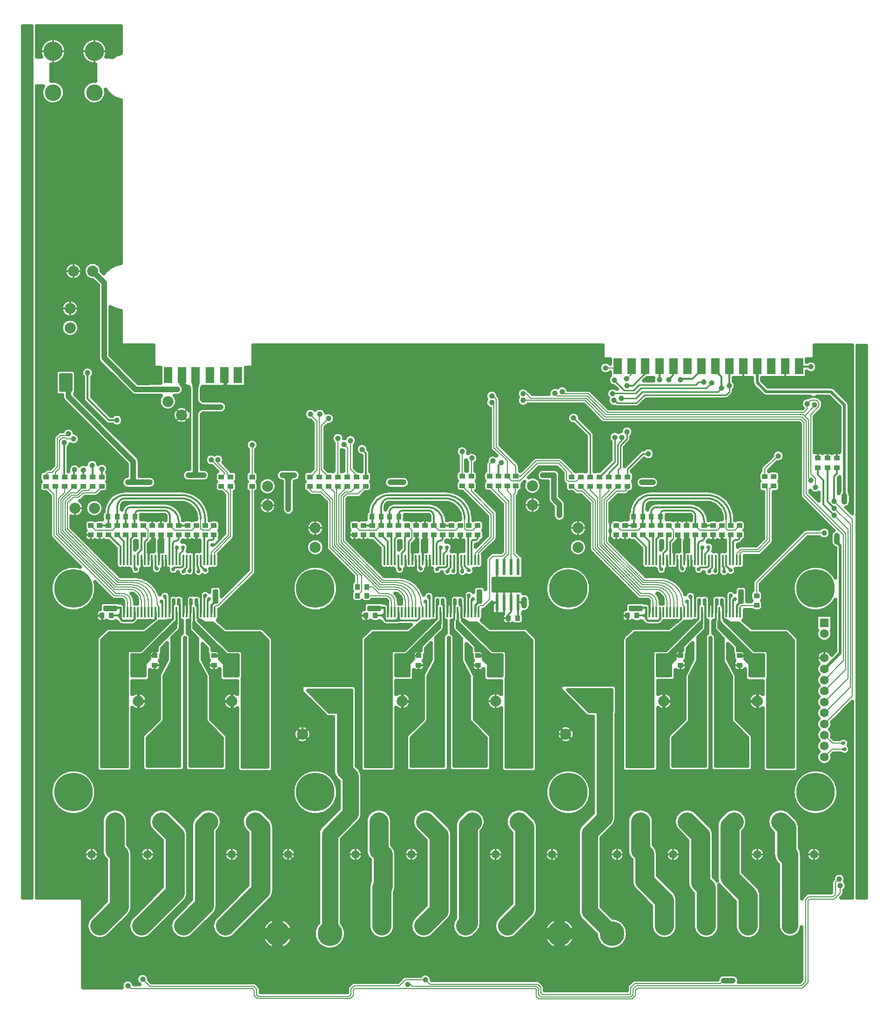
<source format=gbr>
G04 DipTrace 4.1.2.0*
G04 2_Layer_Bottom.gbr*
%MOIN*%
G04 #@! TF.FileFunction,Copper,L2,Bot*
G04 #@! TF.Part,Single*
%AMOUTLINE0*
4,1,28,
-0.012402,0.019684,
0.012401,0.019686,
0.013776,0.019505,
0.015058,0.018974,
0.016159,0.018129,
0.017004,0.017028,
0.017535,0.015746,
0.017716,0.014371,
0.017717,-0.014369,
0.017536,-0.015745,
0.017005,-0.017027,
0.016161,-0.018128,
0.01506,-0.018972,
0.013778,-0.019503,
0.012402,-0.019684,
-0.012401,-0.019686,
-0.013776,-0.019505,
-0.015058,-0.018974,
-0.016159,-0.018129,
-0.017004,-0.017028,
-0.017535,-0.015746,
-0.017716,-0.014371,
-0.017717,0.014369,
-0.017536,0.015745,
-0.017005,0.017027,
-0.016161,0.018128,
-0.01506,0.018972,
-0.013778,0.019503,
-0.012402,0.019684,
0*%
%AMOUTLINE3*
4,1,28,
0.019685,0.012402,
0.019686,-0.012401,
0.019504,-0.013776,
0.018974,-0.015058,
0.018129,-0.016159,
0.017028,-0.017004,
0.015746,-0.017535,
0.014371,-0.017716,
-0.014369,-0.017717,
-0.015745,-0.017536,
-0.017027,-0.017005,
-0.018128,-0.016161,
-0.018972,-0.01506,
-0.019503,-0.013778,
-0.019685,-0.012402,
-0.019686,0.012401,
-0.019504,0.013776,
-0.018974,0.015058,
-0.018129,0.016159,
-0.017028,0.017004,
-0.015746,0.017535,
-0.014371,0.017716,
0.014369,0.017717,
0.015745,0.017536,
0.017027,0.017005,
0.018128,0.016161,
0.018972,0.01506,
0.019503,0.013778,
0.019685,0.012402,
0*%
%AMOUTLINE6*
4,1,28,
-0.019684,-0.012403,
-0.019686,0.0124,
-0.019505,0.013776,
-0.018974,0.015058,
-0.018129,0.016159,
-0.017029,0.017003,
-0.015747,0.017534,
-0.014371,0.017716,
0.014369,0.017717,
0.015745,0.017536,
0.017026,0.017006,
0.018127,0.016161,
0.018972,0.01506,
0.019503,0.013778,
0.019684,0.012403,
0.019686,-0.0124,
0.019505,-0.013776,
0.018974,-0.015058,
0.018129,-0.016159,
0.017029,-0.017003,
0.015747,-0.017534,
0.014371,-0.017716,
-0.014369,-0.017717,
-0.015745,-0.017536,
-0.017026,-0.017006,
-0.018127,-0.016161,
-0.018972,-0.01506,
-0.019503,-0.013778,
-0.019684,-0.012403,
0*%
%AMOUTLINE27*
4,1,28,
0.003938,-0.037401,
-0.003936,-0.037402,
-0.004955,-0.037268,
-0.005905,-0.036874,
-0.00672,-0.036249,
-0.007346,-0.035433,
-0.007739,-0.034484,
-0.007873,-0.033465,
-0.007875,0.033464,
-0.007741,0.034483,
-0.007347,0.035433,
-0.006722,0.036248,
-0.005906,0.036874,
-0.004957,0.037267,
-0.003938,0.037401,
0.003936,0.037402,
0.004955,0.037268,
0.005905,0.036874,
0.00672,0.036249,
0.007346,0.035433,
0.007739,0.034484,
0.007873,0.033465,
0.007875,-0.033464,
0.007741,-0.034483,
0.007347,-0.035433,
0.006722,-0.036248,
0.005906,-0.036874,
0.004957,-0.037267,
0.003938,-0.037401,
0*%
G04 #@! TA.AperFunction,Conductor*
%ADD10C,0.009843*%
%ADD16C,0.015748*%
G04 #@! TA.AperFunction,CopperBalancing*
%ADD17C,0.012992*%
%ADD18C,0.023622*%
G04 #@! TA.AperFunction,ViaPad*
%ADD19C,0.03937*%
G04 #@! TA.AperFunction,Conductor*
%ADD20C,0.019685*%
%ADD21C,0.007874*%
G04 #@! TA.AperFunction,ComponentPad*
%ADD23C,0.11811*%
G04 #@! TA.AperFunction,ViaPad*
%ADD24C,0.027559*%
G04 #@! TA.AperFunction,ComponentPad*
%ADD25C,0.137795*%
G04 #@! TA.AperFunction,Conductor*
%ADD26C,0.011811*%
G04 #@! TA.AperFunction,CopperBalancing*
%ADD27C,0.025*%
G04 #@! TA.AperFunction,ComponentPad*
%ADD28C,0.07874*%
%ADD32C,0.07874*%
%ADD36C,0.059055*%
%ADD37R,0.062992X0.062992*%
%ADD38C,0.062992*%
%ADD39C,0.177165*%
%ADD42R,0.059055X0.114173*%
G04 #@! TA.AperFunction,ComponentPad*
%ADD44C,0.275591*%
%ADD46R,0.023622X0.11811*%
G04 #@! TA.AperFunction,ComponentPad*
%ADD49C,0.062992*%
G04 #@! TA.AperFunction,ViaPad*
%ADD50C,0.04*%
%ADD102OUTLINE0*%
%ADD105OUTLINE3*%
%ADD108OUTLINE6*%
%ADD129OUTLINE27*%
%FSLAX26Y26*%
G04*
G70*
G90*
G75*
G01*
G04 Bottom*
%LPD*%
G36*
X2898179Y2602228D2*
X2895325Y2610523D1*
X2895477Y2612288D1*
X2923723Y2612001D1*
X2923571Y2610236D1*
X2917732Y2599628D1*
X2898179Y2602228D1*
G37*
G36*
X2887103Y2548932D2*
X2893733Y2562048D1*
X2894886Y2562802D1*
X2909302Y2549983D1*
X2908149Y2549229D1*
X2902852Y2548932D1*
X2887103D1*
G37*
G36*
X2902852Y2577053D2*
X2908149Y2576755D1*
X2909302Y2576001D1*
X2894886Y2563182D1*
X2893733Y2563936D1*
X2887103Y2577053D1*
X2902852D1*
G37*
G36*
X2887103Y2576491D2*
X2893733Y2589607D1*
X2894886Y2590362D1*
X2909302Y2577542D1*
X2908149Y2576788D1*
X2902852Y2576491D1*
X2887103D1*
G37*
G36*
X2919285Y2604010D2*
X2918735Y2598502D1*
X2918423Y2597160D1*
X2899445Y2600620D1*
X2899756Y2601962D1*
X2903543Y2612143D1*
X2919285Y2604010D1*
G37*
X2894978Y2448824D2*
D16*
Y2535433D1*
Y2587891D1*
X2911417Y2604331D1*
Y2627953D1*
G36*
X2887103Y2521373D2*
X2893733Y2534489D1*
X2894886Y2535243D1*
X2909302Y2522424D1*
X2908149Y2521670D1*
X2902852Y2521373D1*
X2887103D1*
G37*
G36*
X2902852Y2549493D2*
X2908149Y2549196D1*
X2909302Y2548442D1*
X2894886Y2535623D1*
X2893733Y2536377D1*
X2887103Y2549493D1*
X2902852D1*
G37*
G36*
X2907480Y2528937D2*
X2906756Y2528880D1*
X2906050Y2528710D1*
X2905379Y2528432D1*
X2904760Y2528053D1*
X2904207Y2527581D1*
X2903736Y2527029D1*
X2903356Y2526410D1*
X2903078Y2525739D1*
X2902909Y2525032D1*
X2902852Y2524308D1*
X2888481Y2535433D1*
X2902852Y2546558D1*
X2902909Y2545834D1*
X2903078Y2545128D1*
X2903356Y2544456D1*
X2903736Y2543837D1*
X2904207Y2543285D1*
X2904760Y2542813D1*
X2905379Y2542434D1*
X2906050Y2542156D1*
X2906756Y2541986D1*
X2907480Y2541929D1*
Y2528937D1*
G37*
Y2535433D2*
D17*
X2894978D1*
G36*
X2913976Y2557480D2*
X2917126Y2545274D1*
Y2543896D1*
X2897835D1*
Y2545274D1*
X2900984Y2557480D1*
X2913976D1*
G37*
G36*
X2900984Y2540945D2*
X2897835Y2553152D1*
Y2554530D1*
X2917126D1*
Y2553152D1*
X2913976Y2540945D1*
X2900984D1*
G37*
X2907480Y2535433D2*
D17*
Y2562992D1*
G36*
X2913976Y2585039D2*
X2917126Y2572833D1*
Y2571455D1*
X2897835D1*
Y2572833D1*
X2900984Y2585039D1*
X2913976D1*
G37*
G36*
X2900984Y2568504D2*
X2897835Y2580711D1*
Y2582089D1*
X2917126D1*
Y2580711D1*
X2913976Y2568504D1*
X2900984D1*
G37*
X2907480Y2562992D2*
D17*
Y2590551D1*
G36*
X3280024Y2147458D2*
X3287402Y2157343D1*
X3288377Y2158317D1*
X3302018Y2144676D1*
X3301043Y2143701D1*
X3291159Y2136323D1*
X3280024Y2147458D1*
G37*
X3269986Y2074817D2*
D16*
Y2126285D1*
X3301181Y2157480D1*
G36*
X3307677Y2179528D2*
X3310827Y2167321D1*
Y2165943D1*
X3291535D1*
Y2167321D1*
X3294685Y2179528D1*
X3307677D1*
G37*
G36*
X3294685Y2162992D2*
X3291535Y2175199D1*
Y2176577D1*
X3310827D1*
Y2175199D1*
X3307677Y2162992D1*
X3294685D1*
G37*
X3301181Y2157480D2*
D17*
Y2185039D1*
G36*
X3307677Y2207087D2*
X3310827Y2194880D1*
Y2193502D1*
X3291535D1*
Y2194880D1*
X3294685Y2207087D1*
X3307677D1*
G37*
G36*
X3294685Y2190551D2*
X3291535Y2202758D1*
Y2204136D1*
X3310827D1*
Y2202758D1*
X3307677Y2190551D1*
X3294685D1*
G37*
X3301181Y2185039D2*
D17*
Y2212598D1*
X2663386Y3003937D2*
D19*
X2710630D1*
X2757874D1*
G36*
X1008415Y2602228D2*
X1005561Y2610523D1*
X1005713Y2612288D1*
X1033960Y2612001D1*
X1033808Y2610236D1*
X1027969Y2599628D1*
X1008415Y2602228D1*
G37*
G36*
X997340Y2548931D2*
X1003969Y2562048D1*
X1005122Y2562802D1*
X1019539Y2549983D1*
X1018386Y2549229D1*
X1013088Y2548931D1*
X997340D1*
G37*
G36*
X1013088Y2577053D2*
X1018386Y2576755D1*
X1019539Y2576001D1*
X1005122Y2563182D1*
X1003969Y2563937D1*
X997340Y2577053D1*
X1013088D1*
G37*
G36*
X997340Y2576490D2*
X1003969Y2589607D1*
X1005122Y2590361D1*
X1019539Y2577542D1*
X1018386Y2576788D1*
X1013088Y2576490D1*
X997340D1*
G37*
G36*
X1029521Y2604010D2*
X1028971Y2598502D1*
X1028660Y2597160D1*
X1009681Y2600620D1*
X1009993Y2601962D1*
X1013780Y2612143D1*
X1029521Y2604010D1*
G37*
X1004921Y2448824D2*
D16*
Y2535433D1*
X1017717D1*
X1005214D1*
Y2587891D1*
X1021654Y2604331D1*
Y2627953D1*
G36*
X997047Y2522051D2*
X1003944Y2534987D1*
X1005152Y2535649D1*
X1019095Y2522317D1*
X1017887Y2521655D1*
X1012795Y2522051D1*
X997047D1*
G37*
G36*
X1013088Y2549494D2*
X1018386Y2549196D1*
X1019539Y2548442D1*
X1005122Y2535623D1*
X1003969Y2536377D1*
X997340Y2549494D1*
X1013088D1*
G37*
X1017717Y2535433D2*
D17*
D3*
G36*
X1024213Y2557480D2*
X1027362Y2545274D1*
Y2543896D1*
X1008071D1*
Y2545274D1*
X1011220Y2557480D1*
X1024213D1*
G37*
G36*
X1011220Y2540945D2*
X1008071Y2553152D1*
Y2554530D1*
X1027362D1*
Y2553152D1*
X1024213Y2540945D1*
X1011220D1*
G37*
X1017717Y2535433D2*
D17*
Y2562992D1*
G36*
X1024213Y2585039D2*
X1027362Y2572833D1*
Y2571455D1*
X1008071D1*
Y2572833D1*
X1011220Y2585039D1*
X1024213D1*
G37*
G36*
X1011220Y2568504D2*
X1008071Y2580711D1*
Y2582089D1*
X1027362D1*
Y2580711D1*
X1024213Y2568504D1*
X1011220D1*
G37*
X1017717Y2562992D2*
D17*
Y2590551D1*
G36*
X1390260Y2147458D2*
X1397638Y2157343D1*
X1398613Y2158317D1*
X1412254Y2144676D1*
X1411280Y2143701D1*
X1401395Y2136323D1*
X1390260Y2147458D1*
G37*
X1379929Y2074817D2*
D16*
Y2125992D1*
X1411417Y2157480D1*
G36*
X1417913Y2179528D2*
X1421063Y2167321D1*
Y2165943D1*
X1401772D1*
Y2167321D1*
X1404921Y2179528D1*
X1417913D1*
G37*
G36*
X1404921Y2162992D2*
X1401772Y2175199D1*
Y2176577D1*
X1421063D1*
Y2175199D1*
X1417913Y2162992D1*
X1404921D1*
G37*
X1411417Y2157480D2*
D17*
Y2185039D1*
G36*
X1417913Y2207087D2*
X1421063Y2194880D1*
Y2193502D1*
X1401772D1*
Y2194880D1*
X1404921Y2207087D1*
X1417913D1*
G37*
G36*
X1404921Y2190551D2*
X1401772Y2202758D1*
Y2204136D1*
X1421063D1*
Y2202758D1*
X1417913Y2190551D1*
X1404921D1*
G37*
X1411417Y2185039D2*
D17*
Y2212598D1*
X783465Y3003937D2*
D19*
X822835D1*
X862205D1*
G36*
X4772195Y2602228D2*
X4769340Y2610523D1*
X4769492Y2612288D1*
X4797739Y2612001D1*
X4797587Y2610236D1*
X4791748Y2599628D1*
X4772195Y2602228D1*
G37*
G36*
X4761119Y2548932D2*
X4767749Y2562048D1*
X4768902Y2562802D1*
X4783318Y2549983D1*
X4782165Y2549229D1*
X4776867Y2548932D1*
X4761119D1*
G37*
G36*
X4776867Y2577053D2*
X4782165Y2576755D1*
X4783318Y2576001D1*
X4768902Y2563182D1*
X4767749Y2563936D1*
X4761119Y2577053D1*
X4776867D1*
G37*
G36*
X4761119Y2576491D2*
X4767749Y2589607D1*
X4768902Y2590362D1*
X4783318Y2577542D1*
X4782165Y2576788D1*
X4776867Y2576491D1*
X4761119D1*
G37*
G36*
X4793301Y2604010D2*
X4792750Y2598502D1*
X4792439Y2597160D1*
X4773461Y2600620D1*
X4773772Y2601962D1*
X4777559Y2612143D1*
X4793301Y2604010D1*
G37*
X4768993Y2448818D2*
D16*
Y2535433D1*
Y2587891D1*
X4785433Y2604331D1*
Y2627953D1*
G36*
X4761119Y2521373D2*
X4767749Y2534489D1*
X4768902Y2535243D1*
X4783318Y2522424D1*
X4782165Y2521670D1*
X4776867Y2521373D1*
X4761119D1*
G37*
G36*
X4776867Y2549493D2*
X4782165Y2549196D1*
X4783318Y2548442D1*
X4768902Y2535623D1*
X4767749Y2536377D1*
X4761119Y2549493D1*
X4776867D1*
G37*
G36*
X4781496Y2528937D2*
X4780772Y2528880D1*
X4780066Y2528710D1*
X4779395Y2528432D1*
X4778775Y2528053D1*
X4778223Y2527581D1*
X4777751Y2527029D1*
X4777372Y2526410D1*
X4777094Y2525739D1*
X4776924Y2525032D1*
X4776867Y2524308D1*
X4762497Y2535433D1*
X4776867Y2546558D1*
X4776924Y2545834D1*
X4777094Y2545128D1*
X4777372Y2544456D1*
X4777751Y2543837D1*
X4778223Y2543285D1*
X4778775Y2542813D1*
X4779395Y2542434D1*
X4780066Y2542156D1*
X4780772Y2541986D1*
X4781496Y2541929D1*
Y2528937D1*
G37*
Y2535433D2*
D17*
X4768993D1*
G36*
X4787992Y2557480D2*
X4791142Y2545274D1*
Y2543896D1*
X4771850D1*
Y2545274D1*
X4775000Y2557480D1*
X4787992D1*
G37*
G36*
X4775000Y2540945D2*
X4771850Y2553152D1*
Y2554530D1*
X4791142D1*
Y2553152D1*
X4787992Y2540945D1*
X4775000D1*
G37*
X4781496Y2535433D2*
D17*
Y2562992D1*
G36*
X4787992Y2585039D2*
X4791142Y2572833D1*
Y2571455D1*
X4771850D1*
Y2572833D1*
X4775000Y2585039D1*
X4787992D1*
G37*
G36*
X4775000Y2568504D2*
X4771850Y2580711D1*
Y2582089D1*
X4791142D1*
Y2580711D1*
X4787992Y2568504D1*
X4775000D1*
G37*
X4781496Y2562992D2*
D17*
Y2590551D1*
G36*
X5154039Y2147458D2*
X5161418Y2157343D1*
X5162392Y2158317D1*
X5176033Y2144676D1*
X5175059Y2143701D1*
X5165175Y2136323D1*
X5154039Y2147458D1*
G37*
X5144001Y2074810D2*
D16*
Y2126285D1*
X5175197Y2157480D1*
G36*
X5181693Y2179528D2*
X5184843Y2167321D1*
Y2165943D1*
X5165551D1*
Y2167321D1*
X5168701Y2179528D1*
X5181693D1*
G37*
G36*
X5168701Y2162992D2*
X5165551Y2175199D1*
Y2176577D1*
X5184843D1*
Y2175199D1*
X5181693Y2162992D1*
X5168701D1*
G37*
X5175197Y2157480D2*
D17*
Y2185039D1*
G36*
X5181693Y2207087D2*
X5184843Y2194880D1*
Y2193502D1*
X5165551D1*
Y2194880D1*
X5168701Y2207087D1*
X5181693D1*
G37*
G36*
X5168701Y2190551D2*
X5165551Y2202758D1*
Y2204136D1*
X5184843D1*
Y2202758D1*
X5181693Y2190551D1*
X5168701D1*
G37*
X5175197Y2185039D2*
D17*
Y2212598D1*
X4464567Y3003937D2*
D19*
X4503937D1*
X4543307D1*
X358268Y3677165D2*
Y3618110D1*
X822835Y3153543D1*
Y3003937D1*
X862205D2*
X901575D1*
X940945D1*
X2819978Y2448823D2*
D16*
Y2521654D1*
Y2558166D1*
X2848425Y2586614D1*
Y2627953D1*
G36*
X2834252Y2528150D2*
X2851492Y2534567D1*
X2852870D1*
Y2508740D1*
X2851492D1*
X2834252Y2515157D1*
Y2528150D1*
G37*
G36*
X2843600Y2515157D2*
X2841136Y2514964D1*
X2838733Y2514387D1*
X2836450Y2513441D1*
X2834343Y2512150D1*
X2832464Y2510545D1*
X2830859Y2508666D1*
X2829568Y2506559D1*
X2828622Y2504276D1*
X2828045Y2501873D1*
X2827852Y2499409D1*
X2813481Y2521654D1*
X2827852Y2543898D1*
X2828045Y2541434D1*
X2828622Y2539031D1*
X2829568Y2536748D1*
X2830859Y2534641D1*
X2832464Y2532762D1*
X2834343Y2531157D1*
X2836450Y2529866D1*
X2838733Y2528920D1*
X2841136Y2528343D1*
X2843600Y2528150D1*
Y2515157D1*
G37*
X2856299Y2521654D2*
D17*
X2819978D1*
G36*
X2862795Y2543701D2*
X2869213Y2526461D1*
Y2525083D1*
X2843385D1*
Y2526461D1*
X2849803Y2543701D1*
X2862795D1*
G37*
G36*
X2849803Y2531102D2*
X2843385Y2548342D1*
Y2549720D1*
X2869213D1*
Y2548342D1*
X2862795Y2531102D1*
X2849803D1*
G37*
X2856299Y2521654D2*
D17*
Y2553150D1*
G36*
X2862795Y2575197D2*
X2869213Y2557957D1*
Y2556579D1*
X2843385D1*
Y2557957D1*
X2849803Y2575197D1*
X2862795D1*
G37*
X2856299Y2553150D2*
D17*
Y2584646D1*
X2719986Y2074805D2*
D16*
Y2015748D1*
X2631890D1*
X2619986Y2027652D1*
Y2074803D1*
G36*
X2612112Y2028937D2*
X2611918Y2031401D1*
X2611341Y2033803D1*
X2610395Y2036086D1*
X2609104Y2038193D1*
X2607499Y2040073D1*
X2605620Y2041677D1*
X2603513Y2042969D1*
X2601230Y2043914D1*
X2598827Y2044491D1*
X2596364Y2044685D1*
Y2057677D1*
X2598827Y2057871D1*
X2601230Y2058448D1*
X2603513Y2059394D1*
X2605620Y2060685D1*
X2607499Y2062290D1*
X2609104Y2064169D1*
X2610395Y2066276D1*
X2611341Y2068559D1*
X2611918Y2070962D1*
X2612112Y2073425D1*
X2626482Y2051181D1*
X2612112Y2028937D1*
G37*
X2555118Y2051181D2*
D17*
X2619986D1*
Y2074803D1*
G36*
X2592411Y2102362D2*
X2582534Y2092575D1*
X2581288Y2091986D1*
X2571809Y2115552D1*
X2573055Y2116140D1*
X2592411Y2118110D1*
Y2102362D1*
G37*
X2572835D2*
D16*
Y2110236D1*
X2619986D1*
Y2074803D1*
G36*
X2539764Y2095866D2*
X2522524Y2089448D1*
X2521146D1*
Y2115276D1*
X2522524D1*
X2539764Y2108858D1*
Y2095866D1*
G37*
G36*
X2523228Y2108858D2*
X2540468Y2115276D1*
X2541846D1*
Y2089448D1*
X2540468D1*
X2523228Y2095866D1*
Y2108858D1*
G37*
X2517717Y2102362D2*
D17*
X2545276D1*
G36*
X2567323Y2095866D2*
X2550083Y2089448D1*
X2548705D1*
Y2115276D1*
X2550083D1*
X2567323Y2108858D1*
Y2095866D1*
G37*
G36*
X2550787Y2108858D2*
X2568027Y2115276D1*
X2569405D1*
Y2089448D1*
X2568027D1*
X2550787Y2095866D1*
Y2108858D1*
G37*
X2545276Y2102362D2*
D17*
X2572835D1*
X1933071Y2811024D2*
D19*
Y2850394D1*
Y2889764D1*
G36*
X1976378Y3035433D2*
X1972683Y3035142D1*
X1969078Y3034277D1*
X1965654Y3032858D1*
X1962493Y3030922D1*
X1959675Y3028514D1*
X1957267Y3025696D1*
X1955331Y3022535D1*
X1953912Y3019111D1*
X1953047Y3015506D1*
X1952756Y3011811D1*
X1913386D1*
X1913095Y3015506D1*
X1912230Y3019111D1*
X1910811Y3022535D1*
X1908874Y3025696D1*
X1906467Y3028514D1*
X1903648Y3030922D1*
X1900488Y3032858D1*
X1897063Y3034277D1*
X1893459Y3035142D1*
X1889764Y3035433D1*
X1933071Y3074803D1*
X1976378Y3035433D1*
G37*
X1933071Y2889764D2*
D19*
Y3055118D1*
X1976378D1*
X1889764D2*
X1933071D1*
X1976378D2*
D3*
X929921Y2448823D2*
D16*
Y2521654D1*
Y2557874D1*
X958661Y2586614D1*
Y2627953D1*
G36*
X944488Y2528150D2*
X961728Y2534567D1*
X963106D1*
Y2508740D1*
X961728D1*
X944488Y2515157D1*
Y2528150D1*
G37*
G36*
X953543Y2515157D2*
X951080Y2514964D1*
X948677Y2514387D1*
X946394Y2513441D1*
X944287Y2512150D1*
X942408Y2510545D1*
X940803Y2508666D1*
X939512Y2506559D1*
X938566Y2504276D1*
X937989Y2501873D1*
X937795Y2499409D1*
X923425Y2521654D1*
X937795Y2543898D1*
X937989Y2541434D1*
X938566Y2539031D1*
X939512Y2536748D1*
X940803Y2534641D1*
X942408Y2532762D1*
X944287Y2531157D1*
X946394Y2529866D1*
X948677Y2528920D1*
X951080Y2528343D1*
X953543Y2528150D1*
Y2515157D1*
G37*
X966535Y2521654D2*
D17*
X929921D1*
G36*
X973031Y2543701D2*
X979449Y2526461D1*
Y2525083D1*
X953622D1*
Y2526461D1*
X960039Y2543701D1*
X973031D1*
G37*
G36*
X960039Y2531102D2*
X953622Y2548342D1*
Y2549720D1*
X979449D1*
Y2548342D1*
X973031Y2531102D1*
X960039D1*
G37*
X966535Y2521654D2*
D17*
Y2553150D1*
G36*
X973031Y2575197D2*
X979449Y2557957D1*
Y2556579D1*
X953622D1*
Y2557957D1*
X960039Y2575197D1*
X973031D1*
G37*
X966535Y2553150D2*
D17*
Y2584646D1*
X829929Y2074805D2*
D16*
Y2028748D1*
X816929Y2015748D1*
X742126D1*
X729929Y2027945D1*
Y2074803D1*
G36*
X722055Y2028937D2*
X721861Y2031401D1*
X721285Y2033803D1*
X720339Y2036086D1*
X719048Y2038193D1*
X717443Y2040073D1*
X715564Y2041677D1*
X713457Y2042969D1*
X711174Y2043914D1*
X708771Y2044491D1*
X706307Y2044685D1*
Y2057677D1*
X708771Y2057871D1*
X711174Y2058448D1*
X713457Y2059394D1*
X715564Y2060685D1*
X717443Y2062290D1*
X719048Y2064169D1*
X720339Y2066276D1*
X721285Y2068559D1*
X721861Y2070962D1*
X722055Y2073425D1*
X736425Y2051181D1*
X722055Y2028937D1*
G37*
X665354Y2051181D2*
D17*
X729929D1*
Y2074803D1*
G36*
X702647Y2102362D2*
X692770Y2092575D1*
X691524Y2091986D1*
X682046Y2115552D1*
X683292Y2116140D1*
X702647Y2118110D1*
Y2102362D1*
G37*
X683071D2*
D16*
Y2110236D1*
X729929D1*
Y2074803D1*
G36*
X650000Y2095866D2*
X632760Y2089448D1*
X631382D1*
Y2115276D1*
X632760D1*
X650000Y2108858D1*
Y2095866D1*
G37*
G36*
X633465Y2108858D2*
X650705Y2115276D1*
X652083D1*
Y2089448D1*
X650705D1*
X633465Y2095866D1*
Y2108858D1*
G37*
X627953Y2102362D2*
D17*
X655512D1*
G36*
X677559Y2095866D2*
X660319Y2089448D1*
X658941D1*
Y2115276D1*
X660319D1*
X677559Y2108858D1*
Y2095866D1*
G37*
G36*
X661024Y2108858D2*
X678264Y2115276D1*
X679642D1*
Y2089448D1*
X678264D1*
X661024Y2095866D1*
Y2108858D1*
G37*
X655512Y2102362D2*
D17*
X683071D1*
X3755906Y3055118D2*
D19*
X3795276D1*
X3834646D1*
X4693993Y2448816D2*
D16*
Y2521654D1*
Y2558166D1*
X4722441Y2586614D1*
Y2627953D1*
G36*
X4708268Y2528150D2*
X4725508Y2534567D1*
X4726886D1*
Y2508740D1*
X4725508D1*
X4708268Y2515157D1*
Y2528150D1*
G37*
G36*
X4717615Y2515157D2*
X4715152Y2514964D1*
X4712749Y2514387D1*
X4710466Y2513441D1*
X4708359Y2512150D1*
X4706480Y2510545D1*
X4704875Y2508666D1*
X4703584Y2506559D1*
X4702638Y2504276D1*
X4702061Y2501873D1*
X4701867Y2499409D1*
X4687497Y2521654D1*
X4701867Y2543898D1*
X4702061Y2541434D1*
X4702638Y2539031D1*
X4703584Y2536748D1*
X4704875Y2534641D1*
X4706480Y2532762D1*
X4708359Y2531157D1*
X4710466Y2529866D1*
X4712749Y2528920D1*
X4715152Y2528343D1*
X4717615Y2528150D1*
Y2515157D1*
G37*
X4730315Y2521654D2*
D17*
X4693993D1*
G36*
X4736811Y2543701D2*
X4743229Y2526461D1*
Y2525083D1*
X4717401D1*
Y2526461D1*
X4723819Y2543701D1*
X4736811D1*
G37*
G36*
X4723819Y2531102D2*
X4717401Y2548342D1*
Y2549720D1*
X4743229D1*
Y2548342D1*
X4736811Y2531102D1*
X4723819D1*
G37*
X4730315Y2521654D2*
D17*
Y2553150D1*
G36*
X4736811Y2575197D2*
X4743229Y2557957D1*
Y2556579D1*
X4717401D1*
Y2557957D1*
X4723819Y2575197D1*
X4736811D1*
G37*
X4730315Y2553150D2*
D17*
Y2584646D1*
X4594001Y2074798D2*
D16*
Y2029041D1*
X4580709Y2015748D1*
X4505906D1*
X4494001Y2027652D1*
Y2074796D1*
G36*
X4486127Y2028937D2*
X4485934Y2031401D1*
X4485357Y2033803D1*
X4484411Y2036086D1*
X4483120Y2038193D1*
X4481515Y2040073D1*
X4479636Y2041677D1*
X4477529Y2042969D1*
X4475246Y2043914D1*
X4472843Y2044491D1*
X4470379Y2044685D1*
Y2057677D1*
X4472843Y2057871D1*
X4475246Y2058448D1*
X4477529Y2059394D1*
X4479636Y2060685D1*
X4481515Y2062290D1*
X4483120Y2064169D1*
X4484411Y2066276D1*
X4485357Y2068559D1*
X4485934Y2070962D1*
X4486127Y2073425D1*
X4500498Y2051181D1*
X4486127Y2028937D1*
G37*
X4429134Y2051181D2*
D17*
X4494001D1*
Y2074796D1*
G36*
X4466426Y2102362D2*
X4456550Y2092575D1*
X4455304Y2091986D1*
X4445825Y2115552D1*
X4447071Y2116140D1*
X4466426Y2118110D1*
Y2102362D1*
G37*
X4446850D2*
D16*
Y2110236D1*
X4494001D1*
Y2074796D1*
G36*
X4413780Y2095866D2*
X4396540Y2089448D1*
X4395162D1*
Y2115276D1*
X4396540D1*
X4413780Y2108858D1*
Y2095866D1*
G37*
G36*
X4397244Y2108858D2*
X4414484Y2115276D1*
X4415862D1*
Y2089448D1*
X4414484D1*
X4397244Y2095866D1*
Y2108858D1*
G37*
X4391732Y2102362D2*
D17*
X4419291D1*
G36*
X4441339Y2095866D2*
X4424099Y2089448D1*
X4422721D1*
Y2115276D1*
X4424099D1*
X4441339Y2108858D1*
Y2095866D1*
G37*
G36*
X4424803Y2108858D2*
X4442043Y2115276D1*
X4443421D1*
Y2089448D1*
X4442043D1*
X4424803Y2095866D1*
Y2108858D1*
G37*
X4419291Y2102362D2*
D17*
X4446850D1*
X3874016Y2846457D2*
D19*
X3834646Y2885827D1*
Y3055118D1*
X3874016Y2807087D2*
Y2846457D1*
Y2767717D2*
Y2807087D1*
G36*
X1281299Y3766142D2*
X1288583Y3750278D1*
Y3748310D1*
X1261024D1*
Y3750278D1*
X1268307Y3766142D1*
X1281299D1*
G37*
G36*
X1268307Y3740157D2*
X1261024Y3757596D1*
Y3759564D1*
X1288583D1*
Y3757596D1*
X1281299Y3740157D1*
X1268307D1*
G37*
X1274803Y3736220D2*
D17*
Y3766142D1*
X1269291Y3771654D1*
X1216535Y3055118D2*
D19*
X1271654D1*
X1326772D1*
G36*
X1248031Y3675197D2*
X1239762Y3714567D1*
X1239960Y3720272D1*
X1298764D1*
X1298566Y3714567D1*
X1287402Y3675197D1*
X1248031D1*
G37*
X1271654Y3055118D2*
D19*
X1267717D1*
Y3543307D1*
Y3729134D1*
X1274803Y3736220D1*
X3622047Y2122047D2*
Y2145133D1*
Y2165354D1*
G36*
X3602362Y2122291D2*
X3602159Y2124898D1*
X3601553Y2127441D1*
X3600560Y2129860D1*
X3599203Y2132096D1*
X3597516Y2134094D1*
X3595539Y2135805D1*
X3593321Y2137189D1*
X3590914Y2138213D1*
X3588378Y2138850D1*
X3585774Y2139086D1*
X3588882Y2152040D1*
X3590983Y2152181D1*
X3593036Y2152651D1*
X3594989Y2153438D1*
X3596793Y2154524D1*
X3598404Y2155881D1*
X3599780Y2157475D1*
X3600888Y2159265D1*
X3601700Y2161208D1*
X3602196Y2163255D1*
X3602362Y2165354D1*
X3628543Y2145133D1*
X3602362Y2122291D1*
G37*
X3622047Y2145133D2*
D17*
X3578740Y2145669D1*
Y2035433D1*
X3574803Y2031496D1*
G36*
X2719986Y2009252D2*
X2696364Y2023622D1*
X2698827Y2023816D1*
X2701230Y2024393D1*
X2703513Y2025338D1*
X2705620Y2026630D1*
X2707499Y2028235D1*
X2709104Y2030114D1*
X2710395Y2032221D1*
X2711341Y2034504D1*
X2711918Y2036907D1*
X2712112Y2039370D1*
X2727860Y2037992D1*
X2728054Y2035529D1*
X2728631Y2033126D1*
X2729576Y2030843D1*
X2730867Y2028736D1*
X2732472Y2026857D1*
X2734351Y2025252D1*
X2736458Y2023961D1*
X2738741Y2023015D1*
X2741144Y2022438D1*
X2743608Y2022244D1*
X2719986Y2009252D1*
G37*
Y2015748D2*
D17*
X2854331D1*
X2869986Y2031403D1*
Y2074808D1*
X1409449Y3543307D2*
D19*
X1448819D1*
G36*
X1326772Y3523622D2*
X1320613Y3523137D1*
X1314606Y3521695D1*
X1308898Y3519331D1*
X1303631Y3516103D1*
X1298933Y3512091D1*
X1294921Y3507393D1*
X1291693Y3502126D1*
X1289328Y3496418D1*
X1287886Y3490411D1*
X1287402Y3484252D1*
X1248031Y3543307D1*
X1287402Y3602362D1*
X1287886Y3596203D1*
X1289328Y3590196D1*
X1291693Y3584489D1*
X1294921Y3579221D1*
X1298933Y3574523D1*
X1303631Y3570511D1*
X1308898Y3567283D1*
X1314606Y3564919D1*
X1320613Y3563477D1*
X1326772Y3562992D1*
Y3523622D1*
G37*
X1409449Y3543307D2*
D19*
X1267717D1*
X1373228Y3736220D2*
D17*
Y3770079D1*
X1371654Y3771654D1*
X1137795Y3669291D2*
D19*
X1102362D1*
X1062992D1*
X838583D1*
X614173Y3893701D1*
Y4433072D1*
X531496Y4515749D1*
G36*
X3324015Y1757283D2*
X3310990Y1750787D1*
X3309021D1*
Y1776772D1*
X3310990D1*
X3324015Y1770276D1*
Y1757283D1*
G37*
X3291338Y1763780D2*
D17*
X3375984D1*
X3405512Y1734252D1*
X3417318D1*
G36*
X2833465Y1770276D2*
X2846490Y1776772D1*
X2848458D1*
Y1750787D1*
X2846490D1*
X2833465Y1757283D1*
Y1770276D1*
G37*
X2866142Y1763780D2*
D17*
X2828740D1*
X2799213Y1734252D1*
X2748029D1*
G36*
X2875984Y1797244D2*
X2882287Y1781191D1*
X2882168Y1779423D1*
X2851324Y1779718D1*
X2851443Y1781486D1*
X2860236Y1797244D1*
X2875984D1*
G37*
X3019986Y2074811D2*
D16*
Y1994395D1*
X2868110Y1842520D1*
Y1765748D1*
X2866142Y1763780D1*
G36*
X3382480Y1748097D2*
X3380672Y1749768D1*
X3378738Y1751293D1*
X3376690Y1752661D1*
X3374541Y1753865D1*
X3372305Y1754896D1*
X3369994Y1755748D1*
X3367624Y1756417D1*
X3365208Y1756897D1*
X3362762Y1757187D1*
X3360301Y1757283D1*
X3342605Y1770276D1*
X3344127Y1770456D1*
X3345566Y1770987D1*
X3346841Y1771838D1*
X3347882Y1772964D1*
X3348631Y1774302D1*
X3349047Y1775778D1*
X3349108Y1777310D1*
X3348808Y1778814D1*
X3348166Y1780207D1*
X3347217Y1781411D1*
X3380578Y1768373D1*
X3382480Y1748097D1*
G37*
X3144986Y2074814D2*
D16*
Y1994778D1*
X3375984Y1763780D1*
X3454627Y1681102D2*
D17*
Y1696943D1*
X3417318Y1734252D1*
X3379921Y1681102D2*
Y1696855D1*
X3417318Y1734252D1*
X2710533Y1683071D2*
Y1696756D1*
X2748029Y1734252D1*
X2747934Y1671260D2*
Y1734158D1*
X2748029Y1734252D1*
X2785336Y1683071D2*
Y1696945D1*
X2748029Y1734252D1*
X3417226Y1669291D2*
Y1734160D1*
X3417318Y1734252D1*
G36*
X1434251Y1757283D2*
X1421226Y1750787D1*
X1419258D1*
Y1776772D1*
X1421226D1*
X1434251Y1770276D1*
Y1757283D1*
G37*
X1401574Y1763780D2*
D17*
X1486220D1*
X1515748Y1734252D1*
X1527554D1*
G36*
X943701Y1770276D2*
X956726Y1776772D1*
X958694D1*
Y1750787D1*
X956726D1*
X943701Y1757283D1*
Y1770276D1*
G37*
X976378Y1763780D2*
D17*
X938976D1*
X909449Y1734252D1*
X858265D1*
G36*
X986220Y1797244D2*
X992524Y1781191D1*
X992404Y1779423D1*
X961560Y1779718D1*
X961679Y1781486D1*
X970472Y1797244D1*
X986220D1*
G37*
X1129929Y2074811D2*
D16*
Y1994103D1*
X978346Y1842520D1*
Y1765748D1*
X976378Y1763780D1*
G36*
X1492717Y1748097D2*
X1490908Y1749768D1*
X1488974Y1751293D1*
X1486926Y1752661D1*
X1484777Y1753865D1*
X1482541Y1754896D1*
X1480230Y1755748D1*
X1477860Y1756417D1*
X1475444Y1756897D1*
X1472999Y1757187D1*
X1470538Y1757283D1*
X1452841Y1770276D1*
X1454364Y1770456D1*
X1455802Y1770987D1*
X1457077Y1771838D1*
X1458118Y1772964D1*
X1458867Y1774302D1*
X1459284Y1775778D1*
X1459344Y1777310D1*
X1459045Y1778814D1*
X1458403Y1780207D1*
X1457453Y1781411D1*
X1490814Y1768373D1*
X1492717Y1748097D1*
G37*
X1254929Y2074814D2*
D16*
Y1995071D1*
X1486220Y1763780D1*
X1564864Y1681102D2*
D17*
Y1696943D1*
X1527554Y1734252D1*
X1490157Y1681102D2*
Y1696855D1*
X1527554Y1734252D1*
X820769Y1683071D2*
Y1696756D1*
X858265Y1734252D1*
X858171Y1671260D2*
Y1734158D1*
X858265Y1734252D1*
X895572Y1683071D2*
Y1696945D1*
X858265Y1734252D1*
X1527462Y1669291D2*
Y1734160D1*
X1527554Y1734252D1*
G36*
X5198031Y1757283D2*
X5185006Y1750787D1*
X5183037D1*
Y1776772D1*
X5185006D1*
X5198031Y1770276D1*
Y1757283D1*
G37*
X5165353Y1763780D2*
D17*
X5250000D1*
X5279528Y1734252D1*
X5291334D1*
G36*
X4707480Y1770276D2*
X4720505Y1776772D1*
X4722474D1*
Y1750787D1*
X4720505D1*
X4707480Y1757283D1*
Y1770276D1*
G37*
X4740157Y1763780D2*
D17*
X4702756D1*
X4673228Y1734252D1*
X4622045D1*
G36*
X4750000Y1797244D2*
X4756303Y1781191D1*
X4756184Y1779423D1*
X4725339Y1779718D1*
X4725459Y1781486D1*
X4734252Y1797244D1*
X4750000D1*
G37*
X4894001Y2074805D2*
D16*
Y1994395D1*
X4742126Y1842520D1*
Y1765748D1*
X4740157Y1763780D1*
G36*
X5256496Y1748097D2*
X5254688Y1749768D1*
X5252753Y1751293D1*
X5250706Y1752661D1*
X5248557Y1753865D1*
X5246320Y1754896D1*
X5244010Y1755748D1*
X5241639Y1756417D1*
X5239224Y1756897D1*
X5236778Y1757187D1*
X5234317Y1757283D1*
X5216620Y1770276D1*
X5218143Y1770456D1*
X5219582Y1770987D1*
X5220857Y1771838D1*
X5221898Y1772964D1*
X5222647Y1774302D1*
X5223063Y1775778D1*
X5223123Y1777310D1*
X5222824Y1778814D1*
X5222182Y1780207D1*
X5221233Y1781411D1*
X5254593Y1768373D1*
X5256496Y1748097D1*
G37*
X5019001Y2074808D2*
D16*
Y1994778D1*
X5250000Y1763780D1*
X5328643Y1681102D2*
D17*
Y1696943D1*
X5291334Y1734252D1*
X5253937Y1681102D2*
Y1696855D1*
X5291334Y1734252D1*
X4584549Y1683071D2*
Y1696756D1*
X4622045Y1734252D1*
X4621950Y1671260D2*
Y1734158D1*
X4622045Y1734252D1*
X4659352Y1683071D2*
Y1696945D1*
X4622045Y1734252D1*
X5291241Y1669291D2*
Y1734160D1*
X5291334Y1734252D1*
X2230315Y-224409D2*
D23*
Y486220D1*
X2377953Y633858D1*
Y901575D1*
X2338583Y940945D1*
Y1411482D1*
X2242191D1*
X4250000Y-224409D2*
X4090551Y-64961D1*
Y496063D1*
X4196850Y602362D1*
Y1411482D1*
X4128018D1*
X2242191D2*
D17*
Y1498096D1*
X2244094Y1500000D1*
X2165354D2*
X2204724D1*
X2244094D1*
X2125984D2*
X2165354D1*
X3964567Y1503937D2*
X4003937D1*
X4043307D2*
X4003937D1*
X4043307D2*
X4082677D1*
Y1456823D1*
X4128018Y1411482D1*
X820769Y1683071D2*
Y1643798D1*
X820866Y1643701D1*
X895572Y1683071D2*
Y1643798D1*
X895669Y1643701D1*
X858171Y1671260D2*
Y1631987D1*
X858268Y1631890D1*
X5253937Y1681102D2*
Y1641732D1*
X5291241Y1669291D2*
Y1630018D1*
X5291339Y1629921D1*
X5328643Y1681102D2*
Y1641829D1*
X5328740Y1641732D1*
X4584549Y1683071D2*
Y1643798D1*
X4584646Y1643701D1*
X4621950Y1671260D2*
Y1631987D1*
X4622047Y1631890D1*
X4659352Y1683071D2*
Y1643798D1*
X4659449Y1643701D1*
X3379921Y1641732D2*
Y1681102D1*
X3417226Y1669291D2*
Y1630018D1*
X3417323Y1629921D1*
X3454724Y1641732D2*
Y1681005D1*
X3454627Y1681102D1*
X2710630Y1643701D2*
Y1682974D1*
X2710533Y1683071D1*
X2747934Y1671260D2*
Y1631987D1*
X2748031Y1631890D1*
X2785433Y1643701D2*
Y1682974D1*
X2785336Y1683071D1*
X1490157Y1681102D2*
Y1641732D1*
X1527559Y1629921D2*
Y1669194D1*
X1527462Y1669291D1*
X1564864Y1681102D2*
Y1641829D1*
X1564961Y1641732D1*
X3291339Y1696850D2*
Y1635730D1*
X3417328Y1509742D1*
Y1438976D1*
G36*
X3076181Y1867717D2*
X3070276Y1883757D1*
Y1885135D1*
X3095079D1*
Y1883757D1*
X3089173Y1867717D1*
X3076181D1*
G37*
X2748034Y1438976D2*
D17*
X2750000Y1437011D1*
Y1316929D1*
Y1156068D1*
Y950690D1*
X2779430Y921260D1*
X2915257D1*
X3082677D1*
Y1082677D1*
Y1208661D1*
Y1360236D1*
Y1889764D1*
X3078740Y1885827D1*
X3082677Y1889764D2*
X3084646Y1887795D1*
G36*
X3076181Y1338189D2*
X3070276Y1354230D1*
Y1355608D1*
X3095079D1*
Y1354230D1*
X3089173Y1338189D1*
X3076181D1*
G37*
G36*
X3089173Y1382283D2*
X3095079Y1366243D1*
Y1364865D1*
X3070276D1*
Y1366243D1*
X3076181Y1382283D1*
X3089173D1*
G37*
X3082677Y1360236D2*
D17*
D3*
G36*
X3076181Y1186614D2*
X3070276Y1202655D1*
Y1204033D1*
X3095079D1*
Y1202655D1*
X3089173Y1186614D1*
X3076181D1*
G37*
G36*
X3089173Y1230709D2*
X3095079Y1214668D1*
Y1213290D1*
X3070276D1*
Y1214668D1*
X3076181Y1230709D1*
X3089173D1*
G37*
X3082677Y1208661D2*
D17*
D3*
G36*
X3076181Y1060630D2*
X3070276Y1076671D1*
Y1078049D1*
X3095079D1*
Y1076671D1*
X3089173Y1060630D1*
X3076181D1*
G37*
G36*
X3089173Y1104724D2*
X3095079Y1088684D1*
Y1087306D1*
X3070276D1*
Y1088684D1*
X3076181Y1104724D1*
X3089173D1*
G37*
X3082677Y1082677D2*
D17*
D3*
X2866142Y1696850D2*
Y1641829D1*
X2748034Y1523722D1*
Y1438976D1*
X2769978Y2448822D2*
D16*
Y2338583D1*
X2842836D1*
X2856299D1*
X2907480Y2287402D1*
X2922190D1*
X2944982D1*
X2969982D1*
X3069982D1*
X3094982D1*
X3144982D1*
X3194986D1*
Y2074815D1*
X2969986Y2074810D2*
X2969982Y2287402D1*
X3069986Y2074813D2*
X3069982Y2159449D1*
Y2287402D1*
X2944978Y2448826D2*
X2944982Y2287402D1*
G36*
X3142578Y2586785D2*
X3158092Y2600782D1*
X3159357Y2601329D1*
X3170945Y2577522D1*
X3169680Y2576975D1*
X3153714Y2575649D1*
X3142578Y2586785D1*
G37*
G36*
X3171260Y2612024D2*
X3179404Y2597179D1*
X3179683Y2595829D1*
X3153956Y2591112D1*
X3153676Y2592462D1*
X3155512Y2612024D1*
X3171260D1*
G37*
X3144978Y2448830D2*
D16*
Y2578048D1*
X3163386Y2596457D1*
Y2627953D1*
X3100394D2*
D17*
Y2588583D1*
X3110928Y2578048D1*
X3144978D1*
X3094986Y2074813D2*
D16*
X3094982Y2159449D1*
Y2287402D1*
G36*
X2640237Y2829869D2*
X2641656Y2816405D1*
X2641299Y2815075D1*
X2618566Y2824039D1*
X2618924Y2825370D1*
X2623091Y2831080D1*
X2640237Y2829869D1*
G37*
G36*
X2696457Y2864764D2*
X2713697Y2871181D1*
X2715075D1*
Y2845354D1*
X2713697D1*
X2696457Y2851772D1*
Y2864764D1*
G37*
X2627953Y2814961D2*
D17*
Y2826772D1*
X2659449Y2858268D1*
X2718504D1*
G36*
X2740551Y2851772D2*
X2723311Y2845354D1*
X2721933D1*
Y2871181D1*
X2723311D1*
X2740551Y2864764D1*
Y2851772D1*
G37*
G36*
X2759449Y2864764D2*
X2776689Y2871181D1*
X2778067D1*
Y2845354D1*
X2776689D1*
X2759449Y2851772D1*
Y2864764D1*
G37*
X2718504Y2858268D2*
D17*
X2781496D1*
G36*
X2803543Y2851772D2*
X2786303Y2845354D1*
X2784925D1*
Y2871181D1*
X2786303D1*
X2803543Y2864764D1*
Y2851772D1*
G37*
G36*
X2834252Y2864764D2*
X2851492Y2871181D1*
X2852870D1*
Y2845354D1*
X2851492D1*
X2834252Y2851772D1*
Y2864764D1*
G37*
X2781496Y2858268D2*
D17*
X2856299D1*
G36*
X2878346Y2851772D2*
X2861106Y2845354D1*
X2859729D1*
Y2871181D1*
X2861106D1*
X2878346Y2864764D1*
Y2851772D1*
G37*
G36*
X2972047Y2864764D2*
X2989287Y2871181D1*
X2990665D1*
Y2845354D1*
X2989287D1*
X2972047Y2851772D1*
Y2864764D1*
G37*
X2856299Y2858268D2*
D17*
X2994094D1*
G36*
X3016142Y2851772D2*
X2998902Y2845354D1*
X2997524D1*
Y2871181D1*
X2998902D1*
X3016142Y2864764D1*
Y2851772D1*
G37*
G36*
X3044122Y2841049D2*
X3060850Y2833397D1*
X3061825Y2832422D1*
X3043562Y2814160D1*
X3042587Y2815134D1*
X3034935Y2831862D1*
X3044122Y2841049D1*
G37*
X2994094Y2858268D2*
D17*
X3017717D1*
X3055118Y2820866D1*
G36*
X3066114Y2800683D2*
X3049386Y2808335D1*
X3048412Y2809310D1*
X3066674Y2827573D1*
X3067649Y2826598D1*
X3075301Y2809870D1*
X3066114Y2800683D1*
G37*
G36*
X3105145Y2780026D2*
X3121874Y2772373D1*
X3122848Y2771399D1*
X3104585Y2753136D1*
X3103611Y2754110D1*
X3095959Y2770839D1*
X3105145Y2780026D1*
G37*
X3055118Y2820866D2*
D17*
X3116142Y2759843D1*
G36*
X2858661Y2749409D2*
X2841421Y2742992D1*
X2840043D1*
Y2768819D1*
X2841421D1*
X2858661Y2762402D1*
Y2749409D1*
G37*
G36*
X2865748Y2762402D2*
X2882988Y2768819D1*
X2884366D1*
Y2742992D1*
X2882988D1*
X2865748Y2749409D1*
Y2762402D1*
G37*
X2836614Y2755906D2*
D17*
X2887795D1*
G36*
X2909843Y2749409D2*
X2892603Y2742992D1*
X2891225D1*
Y2768819D1*
X2892603D1*
X2909843Y2762402D1*
Y2749409D1*
G37*
G36*
X2912992Y2762402D2*
X2930232Y2768819D1*
X2931610D1*
Y2742992D1*
X2930232D1*
X2912992Y2749409D1*
Y2762402D1*
G37*
X2887795Y2755906D2*
D17*
X2911417D1*
X2935039D1*
G36*
X2814567Y2762402D2*
X2831807Y2768819D1*
X2833185D1*
Y2742992D1*
X2831807D1*
X2814567Y2749409D1*
Y2762402D1*
G37*
G36*
X2803543Y2749409D2*
X2786303Y2742992D1*
X2784925D1*
Y2768819D1*
X2786303D1*
X2803543Y2762402D1*
Y2749409D1*
G37*
X2836614Y2755906D2*
D17*
X2781496D1*
X2911417Y2694882D2*
Y2755906D1*
G36*
X2841929Y2737944D2*
X2830540Y2743537D1*
X2829604Y2744548D1*
X2849441Y2757593D1*
X2850377Y2756581D1*
X2854736Y2745633D1*
X2841929Y2737944D1*
G37*
X2848425Y2694882D2*
D17*
Y2744094D1*
X2836614Y2755906D1*
X2644986Y2074803D2*
D16*
Y2124699D1*
X2620079Y2149606D1*
X2431102D1*
X2411417Y2129921D1*
Y2062992D1*
X2423228Y2051181D1*
X2488189D1*
X2769978Y2338583D2*
D17*
X2624016D1*
X2470472Y2492126D1*
Y2586614D1*
Y2627953D1*
X2407480D2*
Y2586614D1*
X2470472D1*
X3144978Y2448830D2*
D16*
X3144982Y2287402D1*
X2844978Y2448823D2*
Y2340724D1*
X2842836Y2338583D1*
X2919978Y2448825D2*
Y2318898D1*
Y2289614D1*
X2922190Y2287402D1*
G36*
X3087108Y2144978D2*
X3080903Y2145784D1*
X3079794Y2146602D1*
X3095341Y2159822D1*
X3096450Y2159004D1*
X3102856Y2144979D1*
X3087108Y2144978D1*
G37*
G36*
X3102856Y2173919D2*
X3096016Y2155991D1*
X3094958Y2155108D1*
X3076062Y2171175D1*
X3077120Y2172058D1*
X3087108Y2173919D1*
X3102856D1*
G37*
X3082677Y2159449D2*
D17*
X3094982D1*
G36*
X3062718Y2162488D2*
X3069509Y2163508D1*
X3070878Y2163665D1*
X3082677Y2159449D1*
X3087656Y2146600D1*
X3077856Y2145824D1*
X3062718Y2162488D1*
G37*
G36*
X3077856Y2173074D2*
X3082213Y2173221D1*
X3083414Y2172545D1*
X3070174Y2160208D1*
X3068972Y2160883D1*
X3062108Y2173074D1*
X3077856D1*
G37*
X3082677Y2159449D2*
D17*
X3069982D1*
X2913289Y2318898D2*
X2919978D1*
G36*
X2946163Y1822441D2*
X2940257Y1838482D1*
Y1839860D1*
X2965060D1*
Y1838482D1*
X2959155Y1822441D1*
X2946163D1*
G37*
X2952659Y1844488D2*
D17*
Y1754034D1*
X2954724Y1751969D1*
Y1732381D1*
X2919194Y1696850D1*
X2866142D1*
G36*
X2867619Y1323425D2*
X2883660Y1329331D1*
X2885038D1*
Y1304528D1*
X2883660D1*
X2867619Y1310433D1*
Y1323425D1*
G37*
X2889667Y1316929D2*
D17*
X2750000D1*
G36*
X2756496Y1177559D2*
X2762331Y1161463D1*
X2762324Y1160086D1*
X2737521Y1160195D1*
X2737528Y1161573D1*
X2743504Y1177559D1*
X2756496D1*
G37*
G36*
X2743504Y1133465D2*
X2737528Y1149451D1*
X2737521Y1150829D1*
X2762324Y1150938D1*
X2762331Y1149560D1*
X2756496Y1133465D1*
X2743504D1*
G37*
X2749903Y1155512D2*
D17*
X2750000Y1156068D1*
G36*
X2756496Y970866D2*
X2762331Y954771D1*
X2762324Y953393D1*
X2737521Y953502D1*
X2737528Y954880D1*
X2743504Y970866D1*
X2756496D1*
G37*
G36*
X2761834Y929670D2*
X2746213Y935543D1*
X2745171Y936445D1*
X2761566Y955057D1*
X2762607Y954155D1*
X2771020Y938857D1*
X2761834Y929670D1*
G37*
X2749903Y948819D2*
D17*
X2750000Y950690D1*
G36*
X2893210Y927756D2*
X2909251Y933661D1*
X2910629D1*
Y908858D1*
X2909251D1*
X2893210Y914764D1*
Y927756D1*
G37*
G36*
X2937304Y914764D2*
X2921264Y908858D1*
X2919886D1*
Y933661D1*
X2921264D1*
X2937304Y927756D1*
Y914764D1*
G37*
X2915257Y921260D2*
D17*
D3*
G36*
X3221311Y927756D2*
X3232853Y937445D1*
X3234162Y937875D1*
X3240961Y914022D1*
X3239652Y913592D1*
X3221311Y914764D1*
Y927756D1*
G37*
X3082677Y921260D2*
D17*
X3236123D1*
X3242029Y927165D1*
G36*
X3264076Y920669D2*
X3248035Y914764D1*
X3246657D1*
Y939567D1*
X3248035D1*
X3264076Y933661D1*
Y920669D1*
G37*
G36*
X3416732Y1023228D2*
X3410827Y1039269D1*
Y1040647D1*
X3435630D1*
Y1039269D1*
X3429724Y1023228D1*
X3416732D1*
G37*
X3242029Y927165D2*
D17*
X3423228D1*
Y931812D1*
Y1045276D1*
G36*
X3429724Y1067323D2*
X3435630Y1051282D1*
Y1049904D1*
X3410827D1*
Y1051282D1*
X3416732Y1067323D1*
X3429724D1*
G37*
G36*
X3416732Y1170227D2*
X3407043Y1181769D1*
X3406613Y1183078D1*
X3430466Y1189877D1*
X3430896Y1188568D1*
X3429724Y1170227D1*
X3416732D1*
G37*
X3423228Y1045276D2*
D17*
Y1185039D1*
X3417323Y1190945D1*
G36*
X3423819Y1212992D2*
X3429724Y1196951D1*
Y1195573D1*
X3404921D1*
Y1196951D1*
X3410827Y1212992D1*
X3423819D1*
G37*
X3417328Y1438976D2*
D17*
Y1324803D1*
X3417323D1*
Y1190945D1*
G36*
X3307383Y1318307D2*
X3291342Y1312402D1*
X3289964D1*
Y1337205D1*
X3291342D1*
X3307383Y1331299D1*
Y1318307D1*
G37*
X3285336Y1324803D2*
D17*
X3417323D1*
G36*
X3593013Y905906D2*
X3598919Y889865D1*
Y888487D1*
X3574115D1*
Y889865D1*
X3580021Y905906D1*
X3593013D1*
G37*
X3423228Y931812D2*
D17*
X3581322D1*
X3586517Y926617D1*
Y883858D1*
G36*
X3729627Y1044882D2*
X3723722Y1060923D1*
Y1062301D1*
X3748525D1*
Y1060923D1*
X3742619Y1044882D1*
X3729627D1*
G37*
X3736123Y1066929D2*
D17*
Y960631D1*
X3707304Y931812D1*
X3581322D1*
G36*
X3697441Y1959055D2*
X3703346Y1943014D1*
Y1941636D1*
X3678543D1*
Y1943014D1*
X3684449Y1959055D1*
X3697441D1*
G37*
G36*
X3736811Y1230709D2*
X3742717Y1214668D1*
Y1213290D1*
X3717913D1*
Y1214668D1*
X3723819Y1230709D1*
X3736811D1*
G37*
G36*
Y1367930D2*
X3739659Y1350128D1*
X3739378Y1348779D1*
X3714981Y1353252D1*
X3715263Y1354601D1*
X3723819Y1367930D1*
X3736811D1*
G37*
G36*
X3723819Y1324984D2*
X3715263Y1338312D1*
X3714981Y1339661D1*
X3739378Y1344134D1*
X3739659Y1342785D1*
X3736811Y1324984D1*
X3723819D1*
G37*
X3690945Y1937008D2*
D17*
Y2043307D1*
X3728249D1*
Y1976378D1*
Y1814961D1*
Y1474409D1*
Y1425197D1*
X3730315D1*
Y1208661D1*
G36*
X3330709Y2336220D2*
X3326181Y2352261D1*
Y2353639D1*
X3350984D1*
Y2352261D1*
X3346457Y2336220D1*
X3330709D1*
G37*
X3338583Y2358268D2*
D16*
Y2287402D1*
X3284698D1*
X3194986D1*
G36*
X3280808Y2334252D2*
X3274903Y2350293D1*
Y2351671D1*
X3299706D1*
Y2350293D1*
X3293801Y2334252D1*
X3280808D1*
G37*
X3287304Y2356299D2*
D17*
Y2290008D1*
X3284698Y2287402D1*
G36*
X3732874Y1368504D2*
X3738780Y1352463D1*
Y1351085D1*
X3713976D1*
Y1352463D1*
X3719882Y1368504D1*
X3732874D1*
G37*
X3726378Y1346457D2*
D17*
Y1425197D1*
X3728249D1*
G36*
X3381202Y2052756D2*
X3375394Y2068797D1*
Y2070175D1*
X3400197D1*
Y2068797D1*
X3394194Y2052756D1*
X3381202D1*
G37*
G36*
X3394194Y2004331D2*
X3400100Y1988290D1*
Y1986912D1*
X3375297D1*
Y1988290D1*
X3381202Y2004331D1*
X3394194D1*
G37*
X3387795Y2074803D2*
D17*
X3387698D1*
Y1982283D1*
G36*
X3734745Y1496457D2*
X3740651Y1480416D1*
Y1479038D1*
X3715848D1*
Y1480416D1*
X3721753Y1496457D1*
X3734745D1*
G37*
G36*
X3721753Y1452362D2*
X3715848Y1468403D1*
Y1469781D1*
X3740651D1*
Y1468403D1*
X3734745Y1452362D1*
X3721753D1*
G37*
X3728249Y1474409D2*
D17*
D3*
G36*
X3561417Y1969882D2*
X3545376Y1963976D1*
X3543998D1*
Y1988780D1*
X3545376D1*
X3561417Y1982874D1*
Y1969882D1*
G37*
X3539370Y1976378D2*
D17*
X3728249D1*
G36*
X2692423D2*
X2710579Y1981723D1*
X2711957D1*
Y1955285D1*
X2710579D1*
X2692423Y1960630D1*
Y1976378D1*
G37*
X2714470Y1968504D2*
D17*
D3*
D16*
X2614076D1*
X2505906D1*
X2488189Y1986220D1*
Y2051181D1*
G36*
X2453346Y1939370D2*
X2459764Y1922130D1*
Y1920752D1*
X2433937D1*
Y1922130D1*
X2440354Y1939370D1*
X2453346D1*
G37*
X2446850Y1917323D2*
D17*
Y1986220D1*
X2488189D1*
G36*
X2636123Y1960630D2*
X2617967Y1955285D1*
X2616589D1*
Y1981723D1*
X2617967D1*
X2636123Y1976378D1*
Y1960630D1*
G37*
G36*
X2592029Y1976378D2*
X2610185Y1981723D1*
X2611563D1*
Y1955285D1*
X2610185D1*
X2592029Y1960630D1*
Y1976378D1*
G37*
X2614076Y1968504D2*
D17*
D3*
G36*
X3517323Y1982874D2*
X3533364Y1988780D1*
X3534742D1*
Y1963976D1*
X3533364D1*
X3517323Y1969882D1*
Y1982874D1*
G37*
G36*
X3490551Y1969882D2*
X3474510Y1963976D1*
X3473132D1*
Y1988780D1*
X3474510D1*
X3490551Y1982874D1*
Y1969882D1*
G37*
X3539370Y1976378D2*
D17*
X3468504D1*
G36*
X2459252Y959055D2*
X2465157Y943014D1*
Y941636D1*
X2440354D1*
Y943014D1*
X2446260Y959055D1*
X2459252D1*
G37*
G36*
X2449213Y1147047D2*
X2433172Y1141142D1*
X2431794D1*
Y1165945D1*
X2433172D1*
X2449213Y1160039D1*
Y1147047D1*
G37*
X2452756Y937008D2*
D17*
Y1153543D1*
X2427165D1*
G36*
X2433661Y1175591D2*
X2439567Y1159550D1*
Y1158172D1*
X2414764D1*
Y1159550D1*
X2420669Y1175591D1*
X2433661D1*
G37*
G36*
X2420990Y1405560D2*
X2427448Y1420100D1*
X2428432Y1421065D1*
X2448118Y1405976D1*
X2447134Y1405011D1*
X2433661Y1399345D1*
X2420990Y1405560D1*
G37*
X2427165Y1153543D2*
D17*
Y1403543D1*
X2440945Y1417323D1*
G36*
X2447441Y1439370D2*
X2453346Y1423329D1*
Y1421951D1*
X2428543D1*
Y1423329D1*
X2434449Y1439370D1*
X2447441D1*
G37*
G36*
X2434449Y1896605D2*
X2433103Y1916387D1*
X2433529Y1917698D1*
X2458465Y1910590D1*
X2458039Y1909279D1*
X2447441Y1896605D1*
X2434449D1*
G37*
X2440945Y1417323D2*
D17*
Y1814961D1*
Y1911417D1*
X2446850Y1917323D1*
G36*
X2474803Y930512D2*
X2458762Y924606D1*
X2457384D1*
Y949409D1*
X2458762D1*
X2474803Y943504D1*
Y930512D1*
G37*
G36*
X2550027Y937506D2*
X2565546Y930339D1*
X2566520Y929365D1*
X2548982Y911826D1*
X2548007Y912801D1*
X2540840Y928319D1*
X2550027Y937506D1*
G37*
X2452756Y937008D2*
D17*
X2541339D1*
X2561024Y917323D1*
G36*
X2867520Y1438583D2*
X2861614Y1454624D1*
Y1456002D1*
X2886417D1*
Y1454624D1*
X2880512Y1438583D1*
X2867520D1*
G37*
G36*
X2880512Y1334802D2*
X2894277Y1329915D1*
X2895313Y1329006D1*
X2877222Y1313164D1*
X2876186Y1314073D1*
X2868022Y1330074D1*
X2880512Y1334802D1*
G37*
X2874016Y1460630D2*
D17*
Y1332580D1*
X2889667Y1316929D1*
G36*
X3280906Y1411024D2*
X3275000Y1427065D1*
Y1428442D1*
X3299803D1*
Y1427065D1*
X3293898Y1411024D1*
X3280906D1*
G37*
G36*
X3293898Y1346695D2*
X3298247Y1329618D1*
X3298100Y1328248D1*
X3273407Y1330578D1*
X3273553Y1331948D1*
X3280906Y1346695D1*
X3293898D1*
G37*
X3287402Y1433071D2*
D17*
Y1326869D1*
X3285336Y1324803D1*
G36*
X3213976Y1792913D2*
X3208071Y1808954D1*
Y1810332D1*
X3232874D1*
Y1808954D1*
X3226969Y1792913D1*
X3213976D1*
G37*
X3220472Y1814961D2*
D17*
Y1734252D1*
X3257874Y1696850D1*
X3291339D1*
G36*
X3734745Y1836852D2*
X3742097Y1822105D1*
X3742244Y1820735D1*
X3717551Y1818405D1*
X3717404Y1819775D1*
X3721753Y1836852D1*
X3734745D1*
G37*
G36*
X3721753Y1793069D2*
X3717404Y1810146D1*
X3717551Y1811516D1*
X3742244Y1809186D1*
X3742097Y1807816D1*
X3734745Y1793069D1*
X3721753D1*
G37*
X3730315Y1814961D2*
D17*
X3728249D1*
G36*
X2357677Y2635433D2*
X2351772Y2651474D1*
Y2652852D1*
X2376575D1*
Y2651474D1*
X2370669Y2635433D1*
X2357677D1*
G37*
X2407480Y2586614D2*
D17*
Y2585304D1*
X2369420D1*
X2364173Y2590551D1*
Y2657480D1*
G36*
X3296899Y2549706D2*
X3286249Y2544424D1*
X3284876Y2544313D1*
X3279188Y2568455D1*
X3280562Y2568566D1*
X3293567Y2564564D1*
X3296899Y2549706D1*
G37*
G36*
X3344953Y2615951D2*
X3339663Y2628509D1*
X3339628Y2629887D1*
X3363316Y2626922D1*
X3363351Y2625545D1*
X3358194Y2611313D1*
X3344953Y2615951D1*
G37*
X3277559Y2555118D2*
D17*
X3293307D1*
X3352362Y2614173D1*
Y2633858D1*
G36*
X3358858Y2655906D2*
X3364764Y2639865D1*
Y2638487D1*
X3339961D1*
Y2639865D1*
X3345866Y2655906D1*
X3358858D1*
G37*
G36*
X3279921Y2757283D2*
X3263880Y2751378D1*
X3262502D1*
Y2776181D1*
X3263880D1*
X3279921Y2770276D1*
Y2757283D1*
G37*
X3352362Y2633858D2*
D17*
Y2763780D1*
X3257874D1*
G36*
X3264370Y2785827D2*
X3270276Y2769786D1*
Y2768408D1*
X3245472D1*
Y2769786D1*
X3251378Y2785827D1*
X3264370D1*
G37*
G36*
X3063386Y2942323D2*
X3047345Y2936417D1*
X3045967D1*
Y2961220D1*
X3047345D1*
X3063386Y2955315D1*
Y2942323D1*
G37*
X3257874Y2763780D2*
D17*
Y2828740D1*
X3159467Y2927147D1*
X3139782D1*
X3133858Y2933071D1*
Y2948819D1*
X3041339D1*
G36*
X3019291Y2955315D2*
X3035332Y2961220D1*
X3036710D1*
Y2936417D1*
X3035332D1*
X3019291Y2942323D1*
Y2955315D1*
G37*
G36*
X2913780Y2942323D2*
X2897739Y2936417D1*
X2896361D1*
Y2961220D1*
X2897739D1*
X2913780Y2955315D1*
Y2942323D1*
G37*
X3041339Y2948819D2*
D17*
X2891732D1*
G36*
X2869685Y2955315D2*
X2885726Y2961220D1*
X2887104D1*
Y2936417D1*
X2885726D1*
X2869685Y2942323D1*
Y2955315D1*
G37*
G36*
X2744488Y2942323D2*
X2728447Y2936417D1*
X2727069D1*
Y2961220D1*
X2728447D1*
X2744488Y2955315D1*
Y2942323D1*
G37*
X2891732Y2948819D2*
D17*
X2722441D1*
G36*
X2370669Y2679528D2*
X2376575Y2663487D1*
Y2662109D1*
X2351772D1*
Y2663487D1*
X2357677Y2679528D1*
X2370669D1*
G37*
G36*
X2357677Y2745669D2*
X2351772Y2761710D1*
Y2763088D1*
X2376575D1*
Y2761710D1*
X2370669Y2745669D1*
X2357677D1*
G37*
X2364173Y2657480D2*
D17*
Y2767717D1*
G36*
X2384356Y2778713D2*
X2377190Y2763194D1*
X2376215Y2762220D1*
X2358677Y2779759D1*
X2359651Y2780733D1*
X2375170Y2787900D1*
X2384356Y2778713D1*
G37*
G36*
X2422730Y2835460D2*
X2429897Y2850979D1*
X2430871Y2851953D1*
X2448410Y2834415D1*
X2447435Y2833440D1*
X2431917Y2826274D1*
X2422730Y2835460D1*
G37*
X2364173Y2767717D2*
D17*
X2442913Y2846457D1*
G36*
X2466684Y2851198D2*
X2453742Y2837935D1*
X2452475Y2837393D1*
X2441619Y2859695D1*
X2442886Y2860236D1*
X2457497Y2860384D1*
X2466684Y2851198D1*
G37*
G36*
X2538872Y2941760D2*
X2546039Y2957278D1*
X2547013Y2958252D1*
X2564552Y2940714D1*
X2563577Y2939740D1*
X2548059Y2932573D1*
X2538872Y2941760D1*
G37*
X2442913Y2846457D2*
D17*
X2452756D1*
X2559055Y2952756D1*
G36*
X2581102Y2946260D2*
X2565061Y2940354D1*
X2563684D1*
Y2965157D1*
X2565061D1*
X2581102Y2959252D1*
Y2946260D1*
G37*
G36*
X2700394Y2955315D2*
X2716435Y2961220D1*
X2717813D1*
Y2936417D1*
X2716435D1*
X2700394Y2942323D1*
Y2955315D1*
G37*
X2559055Y2952756D2*
D17*
X2624016D1*
X2627953Y2948819D1*
X2722441D1*
X3875984Y-224409D2*
Y289375D1*
X3822837Y342522D1*
X1401576Y1696850D2*
Y1635731D1*
X1527564Y1509743D1*
Y1438976D1*
G36*
X1186417Y1867717D2*
X1180512Y1883757D1*
Y1885135D1*
X1205315D1*
Y1883757D1*
X1199409Y1867717D1*
X1186417D1*
G37*
X858270Y1438976D2*
D17*
X860236Y1437011D1*
Y1316929D1*
Y1156068D1*
Y950690D1*
X889667Y921260D1*
X1025493D1*
X1192913D1*
Y1082677D1*
Y1208661D1*
Y1360236D1*
Y1889764D1*
X1188976Y1885827D1*
X1192913Y1889764D2*
X1194882Y1887795D1*
G36*
X1186417Y1338189D2*
X1180512Y1354230D1*
Y1355608D1*
X1205315D1*
Y1354230D1*
X1199409Y1338189D1*
X1186417D1*
G37*
G36*
X1199409Y1382283D2*
X1205315Y1366243D1*
Y1364865D1*
X1180512D1*
Y1366243D1*
X1186417Y1382283D1*
X1199409D1*
G37*
X1192913Y1360236D2*
D17*
D3*
G36*
X1186417Y1186614D2*
X1180512Y1202655D1*
Y1204033D1*
X1205315D1*
Y1202655D1*
X1199409Y1186614D1*
X1186417D1*
G37*
G36*
X1199409Y1230709D2*
X1205315Y1214668D1*
Y1213290D1*
X1180512D1*
Y1214668D1*
X1186417Y1230709D1*
X1199409D1*
G37*
X1192913Y1208661D2*
D17*
D3*
G36*
X1186417Y1060630D2*
X1180512Y1076671D1*
Y1078049D1*
X1205315D1*
Y1076671D1*
X1199409Y1060630D1*
X1186417D1*
G37*
G36*
X1199409Y1104724D2*
X1205315Y1088684D1*
Y1087306D1*
X1180512D1*
Y1088684D1*
X1186417Y1104724D1*
X1199409D1*
G37*
X1192913Y1082677D2*
D17*
D3*
X976378Y1696850D2*
Y1641829D1*
X858270Y1523722D1*
Y1438976D1*
X879921Y2448822D2*
D16*
Y2338583D1*
X953072D1*
X966535D1*
X1017717Y2287402D1*
X1032427D1*
X1054921D1*
X1079929D1*
X1180218D1*
X1205218D1*
X1254921D1*
X1304929D1*
Y2074815D1*
X1079929Y2074810D2*
Y2287402D1*
X1179929Y2074813D2*
X1180218Y2159449D1*
Y2287402D1*
X1054921Y2448826D2*
Y2287402D1*
G36*
X1252814Y2586785D2*
X1268328Y2600782D1*
X1269593Y2601329D1*
X1281181Y2577522D1*
X1279917Y2576975D1*
X1263950Y2575649D1*
X1252814Y2586785D1*
G37*
G36*
X1281496Y2612024D2*
X1289640Y2597179D1*
X1289919Y2595829D1*
X1264192Y2591112D1*
X1263913Y2592462D1*
X1265748Y2612024D1*
X1281496D1*
G37*
X1254921Y2448830D2*
D16*
Y2577756D1*
X1273622Y2596457D1*
Y2627953D1*
X1210630D2*
D17*
Y2577756D1*
X1254921D1*
X1204929Y2074813D2*
D16*
Y2159449D1*
X1192913D1*
X1205218D1*
Y2287402D1*
G36*
X750473Y2829869D2*
X751893Y2816405D1*
X751535Y2815075D1*
X728802Y2824039D1*
X729160Y2825370D1*
X733327Y2831080D1*
X750473Y2829869D1*
G37*
G36*
X806693Y2864764D2*
X823933Y2871181D1*
X825311D1*
Y2845354D1*
X823933D1*
X806693Y2851772D1*
Y2864764D1*
G37*
X738189Y2814961D2*
D17*
Y2826772D1*
X769685Y2858268D1*
X828740D1*
G36*
X850787Y2851772D2*
X833547Y2845354D1*
X832169D1*
Y2871181D1*
X833547D1*
X850787Y2864764D1*
Y2851772D1*
G37*
G36*
X869685Y2864764D2*
X886925Y2871181D1*
X888303D1*
Y2845354D1*
X886925D1*
X869685Y2851772D1*
Y2864764D1*
G37*
X828740Y2858268D2*
D17*
X891732D1*
G36*
X913780Y2851772D2*
X896540Y2845354D1*
X895162D1*
Y2871181D1*
X896540D1*
X913780Y2864764D1*
Y2851772D1*
G37*
G36*
X944488Y2864764D2*
X961728Y2871181D1*
X963106D1*
Y2845354D1*
X961728D1*
X944488Y2851772D1*
Y2864764D1*
G37*
X891732Y2858268D2*
D17*
X966535D1*
G36*
X988583Y2851772D2*
X971343Y2845354D1*
X969965D1*
Y2871181D1*
X971343D1*
X988583Y2864764D1*
Y2851772D1*
G37*
G36*
X1082283Y2864764D2*
X1099523Y2871181D1*
X1100901D1*
Y2845354D1*
X1099523D1*
X1082283Y2851772D1*
Y2864764D1*
G37*
X966535Y2858268D2*
D17*
X1104331D1*
G36*
X1126378Y2851772D2*
X1109138Y2845354D1*
X1107760D1*
Y2871181D1*
X1109138D1*
X1126378Y2864764D1*
Y2851772D1*
G37*
G36*
X1154358Y2841049D2*
X1171087Y2833397D1*
X1172061Y2832422D1*
X1153798Y2814160D1*
X1152824Y2815134D1*
X1145171Y2831862D1*
X1154358Y2841049D1*
G37*
X1104331Y2858268D2*
D17*
X1127953D1*
X1165354Y2820866D1*
G36*
X1176351Y2800683D2*
X1159622Y2808335D1*
X1158648Y2809310D1*
X1176911Y2827573D1*
X1177885Y2826598D1*
X1185537Y2809870D1*
X1176351Y2800683D1*
G37*
G36*
X1215382Y2780026D2*
X1232110Y2772373D1*
X1233084Y2771399D1*
X1214822Y2753136D1*
X1213847Y2754110D1*
X1206195Y2770839D1*
X1215382Y2780026D1*
G37*
X1165354Y2820866D2*
D17*
X1226378Y2759843D1*
G36*
X968898Y2749409D2*
X951658Y2742992D1*
X950280D1*
Y2768819D1*
X951658D1*
X968898Y2762402D1*
Y2749409D1*
G37*
G36*
X975984Y2762402D2*
X993224Y2768819D1*
X994602D1*
Y2742992D1*
X993224D1*
X975984Y2749409D1*
Y2762402D1*
G37*
X946850Y2755906D2*
D17*
X998031D1*
G36*
X1020079Y2749409D2*
X1002839Y2742992D1*
X1001461D1*
Y2768819D1*
X1002839D1*
X1020079Y2762402D1*
Y2749409D1*
G37*
G36*
X1023228Y2762402D2*
X1040468Y2768819D1*
X1041846D1*
Y2742992D1*
X1040468D1*
X1023228Y2749409D1*
Y2762402D1*
G37*
X998031Y2755906D2*
D17*
X1021654D1*
X1045276D1*
G36*
X924803Y2762402D2*
X942043Y2768819D1*
X943421D1*
Y2742992D1*
X942043D1*
X924803Y2749409D1*
Y2762402D1*
G37*
G36*
X913780Y2749409D2*
X896540Y2742992D1*
X895162D1*
Y2768819D1*
X896540D1*
X913780Y2762402D1*
Y2749409D1*
G37*
X946850Y2755906D2*
D17*
X891732D1*
X1021654Y2694882D2*
Y2755906D1*
G36*
X952165Y2737944D2*
X940776Y2743537D1*
X939840Y2744548D1*
X959677Y2757593D1*
X960613Y2756581D1*
X964973Y2745633D1*
X952165Y2737944D1*
G37*
X958661Y2694882D2*
D17*
Y2744094D1*
X946850Y2755906D1*
X979929Y2074808D2*
D16*
Y2029142D1*
X958661Y2007874D1*
X911417D1*
X872047Y1968504D1*
X824706D1*
X724312D1*
X616142D1*
X598425Y1986220D1*
Y2051181D1*
X754929Y2074803D2*
Y2124992D1*
X730315Y2149606D1*
X541339D1*
X521654Y2129921D1*
Y2062992D1*
X533465Y2051181D1*
X598425D1*
X879921Y2338583D2*
D17*
X734252D1*
X580709Y2492126D1*
Y2586614D1*
Y2627953D1*
X517717D2*
Y2586614D1*
X580709D1*
G36*
X563583Y1939370D2*
X570000Y1922130D1*
Y1920752D1*
X544173D1*
Y1922130D1*
X550591Y1939370D1*
X563583D1*
G37*
X557087Y1917323D2*
D17*
Y1986220D1*
X598425D1*
X1254921Y2448830D2*
D16*
Y2287402D1*
X954921Y2448823D2*
Y2340432D1*
X953072Y2338583D1*
X1029921Y2448825D2*
Y2318898D1*
Y2289907D1*
X1032427Y2287402D1*
G36*
X1197055Y2144436D2*
X1189967Y2145988D1*
X1188912Y2146875D1*
X1205638Y2160262D1*
X1206693Y2159375D1*
X1212803Y2144436D1*
X1197055D1*
G37*
G36*
X1213092Y2173919D2*
X1206252Y2155991D1*
X1205194Y2155108D1*
X1186298Y2171175D1*
X1187356Y2172058D1*
X1197344Y2173919D1*
X1213092D1*
G37*
X1192913Y2159449D2*
D17*
D3*
G36*
X1172965Y2162514D2*
X1179759Y2163554D1*
X1181128Y2163710D1*
X1192913Y2159449D1*
X1197848Y2146583D1*
X1188046Y2145840D1*
X1172965Y2162514D1*
G37*
G36*
X1188092Y2173074D2*
X1192449Y2173221D1*
X1193650Y2172545D1*
X1180410Y2160208D1*
X1179209Y2160883D1*
X1172344Y2173074D1*
X1188092D1*
G37*
X1192913Y2159449D2*
D17*
X1180218D1*
X1023525Y2318898D2*
X1029921D1*
G36*
X1056399Y1822441D2*
X1050493Y1838482D1*
Y1839860D1*
X1075297D1*
Y1838482D1*
X1069391Y1822441D1*
X1056399D1*
G37*
X1062895Y1844488D2*
D17*
Y1754034D1*
X1064961Y1751969D1*
Y1732381D1*
X1029430Y1696850D1*
X976378D1*
G36*
X977856Y1323425D2*
X993897Y1329331D1*
X995274D1*
Y1304528D1*
X993897D1*
X977856Y1310433D1*
Y1323425D1*
G37*
X999903Y1316929D2*
D17*
X860236D1*
G36*
X866732Y1177559D2*
X872567Y1161463D1*
X872560Y1160086D1*
X847757Y1160195D1*
X847764Y1161573D1*
X853740Y1177559D1*
X866732D1*
G37*
G36*
X853740Y1133465D2*
X847764Y1149451D1*
X847757Y1150829D1*
X872560Y1150938D1*
X872567Y1149560D1*
X866732Y1133465D1*
X853740D1*
G37*
X860139Y1155512D2*
D17*
X860236Y1156068D1*
G36*
X866732Y970866D2*
X872567Y954771D1*
X872560Y953393D1*
X847757Y953502D1*
X847764Y954880D1*
X853740Y970866D1*
X866732D1*
G37*
G36*
X872070Y929670D2*
X856449Y935543D1*
X855407Y936445D1*
X871802Y955057D1*
X872844Y954155D1*
X881257Y938857D1*
X872070Y929670D1*
G37*
X860139Y948819D2*
D17*
X860236Y950690D1*
G36*
X1003446Y927756D2*
X1019487Y933661D1*
X1020865D1*
Y908858D1*
X1019487D1*
X1003446Y914764D1*
Y927756D1*
G37*
G36*
X1047541Y914764D2*
X1031500Y908858D1*
X1030122D1*
Y933661D1*
X1031500D1*
X1047541Y927756D1*
Y914764D1*
G37*
X1025493Y921260D2*
D17*
D3*
G36*
X1331547Y927756D2*
X1343089Y937445D1*
X1344398Y937875D1*
X1351198Y914022D1*
X1349888Y913592D1*
X1331547Y914764D1*
Y927756D1*
G37*
X1192913Y921260D2*
D17*
X1346360D1*
X1352265Y927165D1*
G36*
X1374312Y920669D2*
X1358271Y914764D1*
X1356893D1*
Y939567D1*
X1358271D1*
X1374312Y933661D1*
Y920669D1*
G37*
G36*
X1526969Y1023228D2*
X1521063Y1039269D1*
Y1040647D1*
X1545866D1*
Y1039269D1*
X1539961Y1023228D1*
X1526969D1*
G37*
X1352265Y927165D2*
D17*
X1533465D1*
Y931812D1*
Y1045276D1*
G36*
X1539961Y1067323D2*
X1545866Y1051282D1*
Y1049904D1*
X1521063D1*
Y1051282D1*
X1526969Y1067323D1*
X1539961D1*
G37*
G36*
X1526969Y1170227D2*
X1517279Y1181769D1*
X1516849Y1183078D1*
X1540702Y1189877D1*
X1541132Y1188568D1*
X1539961Y1170227D1*
X1526969D1*
G37*
X1533465Y1045276D2*
D17*
Y1185039D1*
X1527559Y1190945D1*
G36*
X1534055Y1212992D2*
X1539961Y1196951D1*
Y1195573D1*
X1515157D1*
Y1196951D1*
X1521063Y1212992D1*
X1534055D1*
G37*
X1527564Y1438976D2*
D17*
Y1324803D1*
X1527559D1*
Y1190945D1*
G36*
X1417619Y1318307D2*
X1401579Y1312402D1*
X1400201D1*
Y1337205D1*
X1401579D1*
X1417619Y1331299D1*
Y1318307D1*
G37*
X1395572Y1324803D2*
D17*
X1527559D1*
G36*
X1703249Y905906D2*
X1709155Y889865D1*
Y888487D1*
X1684352D1*
Y889865D1*
X1690257Y905906D1*
X1703249D1*
G37*
X1533465Y931812D2*
D17*
X1691558D1*
X1696753Y926617D1*
Y883858D1*
G36*
X1839864Y1044882D2*
X1833958Y1060923D1*
Y1062301D1*
X1858761D1*
Y1060923D1*
X1852856Y1044882D1*
X1839864D1*
G37*
X1846360Y1066929D2*
D17*
Y960631D1*
X1817541Y931812D1*
X1691558D1*
G36*
X1847047Y1230709D2*
X1852953Y1214668D1*
Y1213290D1*
X1828150D1*
Y1214668D1*
X1834055Y1230709D1*
X1847047D1*
G37*
G36*
X1504430Y2004331D2*
X1510336Y1988290D1*
Y1986912D1*
X1485533D1*
Y1988290D1*
X1491438Y2004331D1*
X1504430D1*
G37*
G36*
X1834055Y1324984D2*
X1825499Y1338312D1*
X1825217Y1339661D1*
X1849614Y1344134D1*
X1849896Y1342785D1*
X1847047Y1324984D1*
X1834055D1*
G37*
G36*
X1847047Y1367930D2*
X1849896Y1350128D1*
X1849614Y1348779D1*
X1825217Y1353252D1*
X1825499Y1354601D1*
X1834055Y1367930D1*
X1847047D1*
G37*
X1840551Y1208661D2*
D17*
Y1425197D1*
X1838486D1*
Y1474409D1*
Y1814961D1*
Y1976378D1*
Y2070866D1*
X1801181D1*
X1757874D1*
Y2074803D1*
X1497934D1*
Y1982283D1*
G36*
X1831990Y1452362D2*
X1826084Y1468403D1*
Y1469781D1*
X1850887D1*
Y1468403D1*
X1844982Y1452362D1*
X1831990D1*
G37*
G36*
X1844982Y1496457D2*
X1850887Y1480416D1*
Y1479038D1*
X1826084D1*
Y1480416D1*
X1831990Y1496457D1*
X1844982D1*
G37*
X1838486Y1474409D2*
D17*
D3*
G36*
X1464470Y2334252D2*
X1459942Y2350293D1*
Y2351671D1*
X1484745D1*
Y2350293D1*
X1480218Y2334252D1*
X1464470D1*
G37*
X1472344Y2356299D2*
D16*
Y2287402D1*
X1394934D1*
X1304929D1*
G36*
X1402953Y2355906D2*
X1397047Y2371946D1*
Y2373324D1*
X1421850D1*
Y2371946D1*
X1415945Y2355906D1*
X1402953D1*
G37*
X1409449Y2377953D2*
D17*
Y2301916D1*
X1394934Y2287402D1*
G36*
X1843110Y1368504D2*
X1849016Y1352463D1*
Y1351085D1*
X1824213D1*
Y1352463D1*
X1830118Y1368504D1*
X1843110D1*
G37*
X1836614Y1346457D2*
D17*
Y1425197D1*
X1838486D1*
G36*
X1520079Y2068307D2*
X1504038Y2062402D1*
X1502660D1*
Y2087205D1*
X1504038D1*
X1520079Y2081299D1*
Y2068307D1*
G37*
G36*
X1491438Y2052756D2*
X1485604Y2068851D1*
X1485610Y2070229D1*
X1510413Y2070120D1*
X1510406Y2068742D1*
X1504430Y2052756D1*
X1491438D1*
G37*
X1498031Y2074803D2*
D17*
X1497934D1*
G36*
X1807677Y1959055D2*
X1813583Y1943014D1*
Y1941636D1*
X1788780D1*
Y1943014D1*
X1794685Y1959055D1*
X1807677D1*
G37*
X1801181Y1937008D2*
D17*
Y2070866D1*
G36*
X1671654Y1969882D2*
X1655613Y1963976D1*
X1654235D1*
Y1988780D1*
X1655613D1*
X1671654Y1982874D1*
Y1969882D1*
G37*
X1649606Y1976378D2*
D17*
X1838486D1*
X911320Y2005906D2*
X932352D1*
D16*
X911417Y2007874D1*
G36*
X846753Y1960630D2*
X828597Y1955285D1*
X827219D1*
Y1981723D1*
X828597D1*
X846753Y1976378D1*
Y1960630D1*
G37*
G36*
X802659Y1976378D2*
X820815Y1981723D1*
X822193D1*
Y1955285D1*
X820815D1*
X802659Y1960630D1*
Y1976378D1*
G37*
X824706Y1968504D2*
D17*
D3*
G36*
X746360Y1960630D2*
X728204Y1955285D1*
X726826D1*
Y1981723D1*
X728204D1*
X746360Y1976378D1*
Y1960630D1*
G37*
G36*
X702265Y1976378D2*
X720421Y1981723D1*
X721799D1*
Y1955285D1*
X720421D1*
X702265Y1960630D1*
Y1976378D1*
G37*
X724312Y1968504D2*
D17*
D3*
G36*
X1627559Y1982874D2*
X1643600Y1988780D1*
X1644978D1*
Y1963976D1*
X1643600D1*
X1627559Y1969882D1*
Y1982874D1*
G37*
G36*
X1600787Y1969882D2*
X1584747Y1963976D1*
X1583369D1*
Y1988780D1*
X1584747D1*
X1600787Y1982874D1*
Y1969882D1*
G37*
X1649606Y1976378D2*
D17*
X1578740D1*
G36*
X543898Y951181D2*
X549803Y935140D1*
Y933762D1*
X525000D1*
Y935140D1*
X530906Y951181D1*
X543898D1*
G37*
G36*
X530906Y1131496D2*
X525000Y1147537D1*
Y1148915D1*
X549803D1*
Y1147537D1*
X543898Y1131496D1*
X530906D1*
G37*
X537402Y929134D2*
D17*
Y1153543D1*
G36*
X543898Y1175591D2*
X549803Y1159550D1*
Y1158172D1*
X525000D1*
Y1159550D1*
X530906Y1175591D1*
X543898D1*
G37*
G36*
X530906Y1506086D2*
X522350Y1519415D1*
X522068Y1520763D1*
X546464Y1525237D1*
X546746Y1523888D1*
X543898Y1506086D1*
X530906D1*
G37*
X537402Y1153543D2*
D17*
Y1523622D1*
X533465Y1527559D1*
G36*
X539961Y1549606D2*
X545866Y1533565D1*
Y1532187D1*
X521063D1*
Y1533565D1*
X526969Y1549606D1*
X539961D1*
G37*
G36*
X536903Y1906326D2*
X544556Y1923055D1*
X545530Y1924029D1*
X563793Y1905767D1*
X562819Y1904792D1*
X546090Y1897140D1*
X536903Y1906326D1*
G37*
X533465Y1527559D2*
D17*
Y1893701D1*
X557087Y1917323D1*
G36*
X559449Y922638D2*
X543408Y916732D1*
X542030D1*
Y941535D1*
X543408D1*
X559449Y935630D1*
Y922638D1*
G37*
G36*
X660934Y935458D2*
X673044Y930986D1*
X674070Y930066D1*
X660459Y909331D1*
X659433Y910251D1*
X653267Y922638D1*
X660934Y935458D1*
G37*
X537402Y929134D2*
D17*
X659449D1*
X671260Y917323D1*
G36*
X977756Y1438583D2*
X971850Y1454624D1*
Y1456002D1*
X996654D1*
Y1454624D1*
X990748Y1438583D1*
X977756D1*
G37*
G36*
X990748Y1334802D2*
X1004513Y1329915D1*
X1005549Y1329006D1*
X987459Y1313164D1*
X986423Y1314073D1*
X978259Y1330074D1*
X990748Y1334802D1*
G37*
X984252Y1460630D2*
D17*
Y1332580D1*
X999903Y1316929D1*
G36*
X1391142Y1411024D2*
X1385236Y1427065D1*
Y1428442D1*
X1410039D1*
Y1427065D1*
X1404134Y1411024D1*
X1391142D1*
G37*
G36*
X1404134Y1346695D2*
X1408483Y1329618D1*
X1408337Y1328248D1*
X1383643Y1330578D1*
X1383790Y1331948D1*
X1391142Y1346695D1*
X1404134D1*
G37*
X1397638Y1433071D2*
D17*
Y1326869D1*
X1395572Y1324803D1*
G36*
X1324213Y1792913D2*
X1318307Y1808954D1*
Y1810332D1*
X1343110D1*
Y1808954D1*
X1337205Y1792913D1*
X1324213D1*
G37*
X1330709Y1814961D2*
D17*
Y1734252D1*
X1368110Y1696850D1*
X1401576D1*
G36*
X1831990Y1793069D2*
X1827640Y1810146D1*
X1827787Y1811516D1*
X1852480Y1809186D1*
X1852334Y1807816D1*
X1844982Y1793069D1*
X1831990D1*
G37*
G36*
X1844982Y1836852D2*
X1852334Y1822105D1*
X1852480Y1820735D1*
X1827787Y1818405D1*
X1827640Y1819775D1*
X1831990Y1836852D1*
X1844982D1*
G37*
X1840551Y1814961D2*
D17*
X1838486D1*
G36*
X467913Y2635433D2*
X462008Y2651474D1*
Y2652852D1*
X486811D1*
Y2651474D1*
X480906Y2635433D1*
X467913D1*
G37*
X517717Y2586614D2*
D17*
Y2585304D1*
X479656D1*
X474409Y2590551D1*
Y2657480D1*
G36*
X1407135Y2549706D2*
X1396485Y2544424D1*
X1395112Y2544313D1*
X1389425Y2568455D1*
X1390798Y2568566D1*
X1403803Y2564564D1*
X1407135Y2549706D1*
G37*
G36*
X1455189Y2615951D2*
X1449899Y2628509D1*
X1449864Y2629887D1*
X1473553Y2626922D1*
X1473588Y2625545D1*
X1468431Y2611313D1*
X1455189Y2615951D1*
G37*
X1387795Y2555118D2*
D17*
X1403543D1*
X1462598Y2614173D1*
Y2633858D1*
G36*
X1469094Y2655906D2*
X1475000Y2639865D1*
Y2638487D1*
X1450197D1*
Y2639865D1*
X1456102Y2655906D1*
X1469094D1*
G37*
G36*
X1390157Y2757283D2*
X1374117Y2751378D1*
X1372739D1*
Y2776181D1*
X1374117D1*
X1390157Y2770276D1*
Y2757283D1*
G37*
X1462598Y2633858D2*
D17*
Y2763780D1*
X1368110D1*
G36*
X1374606Y2785827D2*
X1380512Y2769786D1*
Y2768408D1*
X1355709D1*
Y2769786D1*
X1361614Y2785827D1*
X1374606D1*
G37*
G36*
X1173622Y2942323D2*
X1157581Y2936417D1*
X1156203D1*
Y2961220D1*
X1157581D1*
X1173622Y2955315D1*
Y2942323D1*
G37*
X1368110Y2763780D2*
D17*
Y2901575D1*
X1332735Y2936950D1*
X1320866Y2948819D1*
X1151575D1*
G36*
X1129528Y2955315D2*
X1145568Y2961220D1*
X1146946D1*
Y2936417D1*
X1145568D1*
X1129528Y2942323D1*
Y2955315D1*
G37*
G36*
X1024016Y2942323D2*
X1007975Y2936417D1*
X1006597D1*
Y2961220D1*
X1007975D1*
X1024016Y2955315D1*
Y2942323D1*
G37*
X1151575Y2948819D2*
D17*
X1073659D1*
X1001969D1*
G36*
X979921Y2955315D2*
X995962Y2961220D1*
X997340D1*
Y2936417D1*
X995962D1*
X979921Y2942323D1*
Y2955315D1*
G37*
G36*
X854724Y2942323D2*
X838684Y2936417D1*
X837306D1*
Y2961220D1*
X838684D1*
X854724Y2955315D1*
Y2942323D1*
G37*
X1001969Y2948819D2*
D17*
X832677D1*
G36*
X480906Y2679528D2*
X486811Y2663487D1*
Y2662109D1*
X462008D1*
Y2663487D1*
X467913Y2679528D1*
X480906D1*
G37*
G36*
X467913Y2730063D2*
X463489Y2747096D1*
X463628Y2748467D1*
X488332Y2746247D1*
X488192Y2744876D1*
X480906Y2730063D1*
X467913D1*
G37*
X474409Y2657480D2*
D17*
Y2751969D1*
X476378D1*
G36*
X495954Y2753346D2*
X486718Y2742861D1*
X485492Y2742233D1*
X476305Y2765072D1*
X477532Y2765700D1*
X484027Y2766335D1*
X495954Y2753346D1*
G37*
G36*
X572441Y2766339D2*
X588482Y2772244D1*
X589860D1*
Y2747441D1*
X588482D1*
X572441Y2753346D1*
Y2766339D1*
G37*
X476378Y2751969D2*
D17*
X484252Y2759843D1*
X594488D1*
G36*
X608858Y2779418D2*
X608235Y2760787D1*
X607647Y2759541D1*
X584636Y2768797D1*
X585224Y2770043D1*
X595866Y2779418D1*
X608858D1*
G37*
G36*
X595866Y2880102D2*
X593018Y2897903D1*
X593300Y2899252D1*
X617696Y2894779D1*
X617414Y2893430D1*
X608858Y2880102D1*
X595866D1*
G37*
X594488Y2759843D2*
D17*
X602362D1*
Y2897638D1*
X606299Y2901575D1*
G36*
X622431Y2896724D2*
X616436Y2892241D1*
X615108Y2891876D1*
X606009Y2914949D1*
X607337Y2915315D1*
X621207Y2913859D1*
X622431Y2896724D1*
G37*
G36*
X810630Y2955315D2*
X826671Y2961220D1*
X828049D1*
Y2936417D1*
X826671D1*
X810630Y2942323D1*
Y2955315D1*
G37*
X606299Y2901575D2*
D17*
X618110D1*
X665354Y2948819D1*
X832677D1*
X1986220Y-220472D2*
Y289375D1*
X1933073Y342522D1*
X5165355Y1696850D2*
Y1635730D1*
X5291343Y1509742D1*
Y1438976D1*
G36*
X4950197Y1867717D2*
X4944291Y1883757D1*
Y1885135D1*
X4969094D1*
Y1883757D1*
X4963189Y1867717D1*
X4950197D1*
G37*
X4622050Y1438976D2*
D17*
X4624016Y1437011D1*
Y1316929D1*
Y1190945D1*
Y950690D1*
X4653446Y921260D1*
X4789273D1*
X4956693D1*
Y1082677D1*
Y1208661D1*
Y1360236D1*
Y1889764D1*
X4952756Y1885827D1*
X4956693Y1889764D2*
X4958661Y1887795D1*
G36*
X4950197Y1338189D2*
X4944291Y1354230D1*
Y1355608D1*
X4969094D1*
Y1354230D1*
X4963189Y1338189D1*
X4950197D1*
G37*
G36*
X4963189Y1382283D2*
X4969094Y1366243D1*
Y1364865D1*
X4944291D1*
Y1366243D1*
X4950197Y1382283D1*
X4963189D1*
G37*
X4956693Y1360236D2*
D17*
D3*
G36*
X4950197Y1186614D2*
X4944291Y1202655D1*
Y1204033D1*
X4969094D1*
Y1202655D1*
X4963189Y1186614D1*
X4950197D1*
G37*
G36*
X4963189Y1230709D2*
X4969094Y1214668D1*
Y1213290D1*
X4944291D1*
Y1214668D1*
X4950197Y1230709D1*
X4963189D1*
G37*
X4956693Y1208661D2*
D17*
D3*
G36*
X4950197Y1060630D2*
X4944291Y1076671D1*
Y1078049D1*
X4969094D1*
Y1076671D1*
X4963189Y1060630D1*
X4950197D1*
G37*
G36*
X4963189Y1104724D2*
X4969094Y1088684D1*
Y1087306D1*
X4944291D1*
Y1088684D1*
X4950197Y1104724D1*
X4963189D1*
G37*
X4956693Y1082677D2*
D17*
D3*
X4740157Y1696850D2*
Y1641829D1*
X4622050Y1523722D1*
Y1438976D1*
X4643993Y2448815D2*
D16*
Y2338583D1*
X4716852D1*
X4730315D1*
X4781496Y2287402D1*
X4796206D1*
X4818997D1*
X4843997D1*
X4943997D1*
X4968997D1*
X5018997D1*
X5069001D1*
Y2074809D1*
X4844001Y2074804D2*
X4843997Y2287402D1*
X4944001Y2074806D2*
X4943997Y2159449D1*
Y2287402D1*
X4818993Y2448819D2*
X4818997Y2287402D1*
G36*
X5016594Y2586785D2*
X5032108Y2600782D1*
X5033372Y2601329D1*
X5044961Y2577522D1*
X5043696Y2576975D1*
X5027729Y2575649D1*
X5016594Y2586785D1*
G37*
G36*
X5045276Y2612024D2*
X5053420Y2597179D1*
X5053699Y2595829D1*
X5027971Y2591112D1*
X5027692Y2592462D1*
X5029528Y2612024D1*
X5045276D1*
G37*
X5018993Y2448823D2*
D16*
Y2578048D1*
X5037402Y2596457D1*
Y2627953D1*
X4974409D2*
D17*
Y2588583D1*
X4984944Y2578048D1*
X5018993D1*
X4969001Y2074807D2*
D16*
X4968997Y2159449D1*
Y2287402D1*
G36*
X4514253Y2829869D2*
X4515672Y2816405D1*
X4515314Y2815075D1*
X4492582Y2824039D1*
X4492940Y2825370D1*
X4497106Y2831080D1*
X4514253Y2829869D1*
G37*
G36*
X4570472Y2864764D2*
X4587712Y2871181D1*
X4589090D1*
Y2845354D1*
X4587712D1*
X4570472Y2851772D1*
Y2864764D1*
G37*
X4501969Y2814961D2*
D17*
Y2826772D1*
X4533465Y2858268D1*
X4592520D1*
G36*
X4614567Y2851772D2*
X4597327Y2845354D1*
X4595949D1*
Y2871181D1*
X4597327D1*
X4614567Y2864764D1*
Y2851772D1*
G37*
G36*
X4633465Y2864764D2*
X4650705Y2871181D1*
X4652083D1*
Y2845354D1*
X4650705D1*
X4633465Y2851772D1*
Y2864764D1*
G37*
X4592520Y2858268D2*
D17*
X4655512D1*
G36*
X4677559Y2851772D2*
X4660319Y2845354D1*
X4658941D1*
Y2871181D1*
X4660319D1*
X4677559Y2864764D1*
Y2851772D1*
G37*
G36*
X4708268Y2864764D2*
X4725508Y2871181D1*
X4726886D1*
Y2845354D1*
X4725508D1*
X4708268Y2851772D1*
Y2864764D1*
G37*
X4655512Y2858268D2*
D17*
X4730315D1*
G36*
X4752362Y2851772D2*
X4735122Y2845354D1*
X4733744D1*
Y2871181D1*
X4735122D1*
X4752362Y2864764D1*
Y2851772D1*
G37*
G36*
X4846063Y2864764D2*
X4863303Y2871181D1*
X4864681D1*
Y2845354D1*
X4863303D1*
X4846063Y2851772D1*
Y2864764D1*
G37*
X4730315Y2858268D2*
D17*
X4868110D1*
G36*
X4890157Y2851772D2*
X4872917Y2845354D1*
X4871540D1*
Y2871181D1*
X4872917D1*
X4890157Y2864764D1*
Y2851772D1*
G37*
G36*
X4918138Y2841049D2*
X4934866Y2833397D1*
X4935840Y2832422D1*
X4917578Y2814160D1*
X4916603Y2815134D1*
X4908951Y2831862D1*
X4918138Y2841049D1*
G37*
X4868110Y2858268D2*
D17*
X4891732D1*
X4929134Y2820866D1*
G36*
X4940130Y2800683D2*
X4923402Y2808335D1*
X4922427Y2809310D1*
X4940690Y2827573D1*
X4941665Y2826598D1*
X4949317Y2809870D1*
X4940130Y2800683D1*
G37*
G36*
X4979161Y2780026D2*
X4995890Y2772373D1*
X4996864Y2771399D1*
X4978601Y2753136D1*
X4977627Y2754110D1*
X4969974Y2770839D1*
X4979161Y2780026D1*
G37*
X4929134Y2820866D2*
D17*
X4990157Y2759843D1*
G36*
X4732677Y2749409D2*
X4715437Y2742992D1*
X4714059D1*
Y2768819D1*
X4715437D1*
X4732677Y2762402D1*
Y2749409D1*
G37*
G36*
X4739764Y2762402D2*
X4757004Y2768819D1*
X4758382D1*
Y2742992D1*
X4757004D1*
X4739764Y2749409D1*
Y2762402D1*
G37*
X4710630Y2755906D2*
D17*
X4761811D1*
G36*
X4783858Y2749409D2*
X4766618Y2742992D1*
X4765240D1*
Y2768819D1*
X4766618D1*
X4783858Y2762402D1*
Y2749409D1*
G37*
G36*
X4787008Y2762402D2*
X4804248Y2768819D1*
X4805626D1*
Y2742992D1*
X4804248D1*
X4787008Y2749409D1*
Y2762402D1*
G37*
X4761811Y2755906D2*
D17*
X4785433D1*
X4809055D1*
G36*
X4688583Y2762402D2*
X4705823Y2768819D1*
X4707201D1*
Y2742992D1*
X4705823D1*
X4688583Y2749409D1*
Y2762402D1*
G37*
G36*
X4677559Y2749409D2*
X4660319Y2742992D1*
X4658941D1*
Y2768819D1*
X4660319D1*
X4677559Y2762402D1*
Y2749409D1*
G37*
X4710630Y2755906D2*
D17*
X4655512D1*
X4785433Y2694882D2*
Y2755906D1*
G36*
X4715945Y2737944D2*
X4704556Y2743537D1*
X4703620Y2744548D1*
X4723457Y2757593D1*
X4724393Y2756581D1*
X4728752Y2745633D1*
X4715945Y2737944D1*
G37*
X4722441Y2694882D2*
D17*
Y2744094D1*
X4710630Y2755906D1*
X4744001Y2074802D2*
D16*
Y2029435D1*
X4722441Y2007874D1*
X4675197D1*
X4635827Y1968504D1*
X4588486D1*
X4488092D1*
X4379921D1*
X4362205Y1986220D1*
Y2051181D1*
X4519001Y2074797D2*
Y2124699D1*
X4494094Y2149606D1*
X4305118D1*
X4285433Y2129921D1*
Y2062992D1*
X4297244Y2051181D1*
X4362205D1*
X4643993Y2338583D2*
D17*
X4498031D1*
X4344488Y2492126D1*
Y2586614D1*
Y2627953D1*
X4281496D2*
Y2586614D1*
X4344488D1*
G36*
X4327362Y1939370D2*
X4333780Y1922130D1*
Y1920752D1*
X4307952D1*
Y1922130D1*
X4314370Y1939370D1*
X4327362D1*
G37*
X4320866Y1917323D2*
D17*
Y1986220D1*
X4362205D1*
X5018993Y2448823D2*
D16*
X5018997Y2287402D1*
X4718993Y2448817D2*
Y2340724D1*
X4716852Y2338583D1*
X4793993Y2448818D2*
Y2318898D1*
Y2289614D1*
X4796206Y2287402D1*
G36*
X4961124Y2144978D2*
X4954919Y2145784D1*
X4953810Y2146602D1*
X4969356Y2159822D1*
X4970465Y2159004D1*
X4976872Y2144979D1*
X4961124Y2144978D1*
G37*
G36*
X4976871Y2173919D2*
X4970032Y2155991D1*
X4968973Y2155108D1*
X4950078Y2171175D1*
X4951136Y2172058D1*
X4961123Y2173919D1*
X4976871D1*
G37*
X4956693Y2159449D2*
D17*
X4968997D1*
G36*
X4936734Y2162488D2*
X4943525Y2163508D1*
X4944894Y2163665D1*
X4956693Y2159449D1*
X4961672Y2146600D1*
X4951872Y2145824D1*
X4936734Y2162488D1*
G37*
G36*
X4951871Y2173074D2*
X4956229Y2173221D1*
X4957430Y2172545D1*
X4944189Y2160208D1*
X4942988Y2160883D1*
X4936123Y2173074D1*
X4951871D1*
G37*
X4956693Y2159449D2*
D17*
X4943997D1*
X4787304Y2318898D2*
X4793993D1*
G36*
X4820178Y1822441D2*
X4814273Y1838482D1*
Y1839860D1*
X4839076D1*
Y1838482D1*
X4833171Y1822441D1*
X4820178D1*
G37*
X4826675Y1844488D2*
D17*
Y1754034D1*
X4828740Y1751969D1*
Y1732381D1*
X4793210Y1696850D1*
X4740157D1*
G36*
X4741635Y1323425D2*
X4757676Y1329331D1*
X4759054D1*
Y1304528D1*
X4757676D1*
X4741635Y1310433D1*
Y1323425D1*
G37*
X4763682Y1316929D2*
D17*
X4624016D1*
G36*
X4630512Y1212992D2*
X4636417Y1196951D1*
Y1195573D1*
X4611614D1*
Y1196951D1*
X4617520Y1212992D1*
X4630512D1*
G37*
G36*
X4617520Y1168898D2*
X4611614Y1184939D1*
Y1186316D1*
X4636417D1*
Y1184939D1*
X4630512Y1168898D1*
X4617520D1*
G37*
X4624016Y1190945D2*
D17*
D3*
G36*
X4630512Y970866D2*
X4636347Y954771D1*
X4636340Y953393D1*
X4611537Y953502D1*
X4611544Y954880D1*
X4617520Y970866D1*
X4630512D1*
G37*
G36*
X4635849Y929670D2*
X4620228Y935543D1*
X4619187Y936445D1*
X4635582Y955057D1*
X4636623Y954155D1*
X4645036Y938857D1*
X4635849Y929670D1*
G37*
X4623919Y948819D2*
D17*
X4624016Y950690D1*
G36*
X4767226Y927756D2*
X4783267Y933661D1*
X4784645D1*
Y908858D1*
X4783267D1*
X4767226Y914764D1*
Y927756D1*
G37*
G36*
X4811320Y914764D2*
X4795279Y908858D1*
X4793901D1*
Y933661D1*
X4795279D1*
X4811320Y927756D1*
Y914764D1*
G37*
X4789273Y921260D2*
D17*
D3*
G36*
X5095327Y927756D2*
X5106869Y937445D1*
X5108178Y937875D1*
X5114977Y914022D1*
X5113668Y913592D1*
X5095327Y914764D1*
Y927756D1*
G37*
X4956693Y921260D2*
D17*
X5110139D1*
X5116045Y927165D1*
G36*
X5138092Y920669D2*
X5122051Y914764D1*
X5120673D1*
Y939567D1*
X5122051D1*
X5138092Y933661D1*
Y920669D1*
G37*
G36*
X5290748Y1023228D2*
X5284843Y1039269D1*
Y1040647D1*
X5309646D1*
Y1039269D1*
X5303740Y1023228D1*
X5290748D1*
G37*
X5116045Y927165D2*
D17*
X5297244D1*
Y931812D1*
Y1045276D1*
G36*
X5303740Y1067323D2*
X5309646Y1051282D1*
Y1049904D1*
X5284843D1*
Y1051282D1*
X5290748Y1067323D1*
X5303740D1*
G37*
G36*
X5290748Y1170227D2*
X5281059Y1181769D1*
X5280629Y1183078D1*
X5304482Y1189877D1*
X5304912Y1188568D1*
X5303740Y1170227D1*
X5290748D1*
G37*
X5297244Y1045276D2*
D17*
Y1185039D1*
X5291339Y1190945D1*
G36*
X5297835Y1212992D2*
X5303740Y1196951D1*
Y1195573D1*
X5278937D1*
Y1196951D1*
X5284843Y1212992D1*
X5297835D1*
G37*
X5291343Y1438976D2*
D17*
Y1324803D1*
X5291339D1*
Y1190945D1*
G36*
X5181399Y1318307D2*
X5165358Y1312402D1*
X5163980D1*
Y1337205D1*
X5165358D1*
X5181399Y1331299D1*
Y1318307D1*
G37*
X5159352Y1324803D2*
D17*
X5291339D1*
G36*
X5467029Y905906D2*
X5472934Y889865D1*
Y888487D1*
X5448131D1*
Y889865D1*
X5454037Y905906D1*
X5467029D1*
G37*
X5297244Y931812D2*
D17*
X5455337D1*
X5460533Y926617D1*
Y883858D1*
G36*
X5603643Y1044882D2*
X5597738Y1060923D1*
Y1062301D1*
X5622541D1*
Y1060923D1*
X5616635Y1044882D1*
X5603643D1*
G37*
X5610139Y1066929D2*
D17*
Y960631D1*
X5581320Y931812D1*
X5455337D1*
G36*
X5610827Y1230709D2*
X5616732Y1214668D1*
Y1213290D1*
X5591929D1*
Y1214668D1*
X5597835Y1230709D1*
X5610827D1*
G37*
G36*
X5268210Y2004331D2*
X5274115Y1988290D1*
Y1986912D1*
X5249312D1*
Y1988290D1*
X5255218Y2004331D1*
X5268210D1*
G37*
G36*
X5597835Y1324984D2*
X5589279Y1338312D1*
X5588997Y1339661D1*
X5613393Y1344134D1*
X5613675Y1342785D1*
X5610827Y1324984D1*
X5597835D1*
G37*
G36*
X5610827Y1367930D2*
X5613675Y1350128D1*
X5613393Y1348779D1*
X5588997Y1353252D1*
X5589279Y1354601D1*
X5597835Y1367930D1*
X5610827D1*
G37*
X5604331Y1208661D2*
D17*
Y1425197D1*
X5602265D1*
Y1474409D1*
Y1747539D1*
Y1814961D1*
Y1976378D1*
Y2043307D1*
Y2070866D1*
X5521654D1*
Y2074803D1*
X5261714D1*
Y1982283D1*
G36*
X5595769Y1452362D2*
X5589864Y1468403D1*
Y1469781D1*
X5614667D1*
Y1468403D1*
X5608761Y1452362D1*
X5595769D1*
G37*
G36*
X5608761Y1496457D2*
X5614667Y1480416D1*
Y1479038D1*
X5589864D1*
Y1480416D1*
X5595769Y1496457D1*
X5608761D1*
G37*
X5602265Y1474409D2*
D17*
D3*
G36*
X5228249Y2334252D2*
X5223722Y2350293D1*
Y2351671D1*
X5248525D1*
Y2350293D1*
X5243997Y2334252D1*
X5228249D1*
G37*
X5236123Y2356299D2*
D16*
Y2287402D1*
X5158714D1*
X5069001D1*
G36*
X5154824Y2334252D2*
X5148919Y2350293D1*
Y2351671D1*
X5173722D1*
Y2350293D1*
X5167816Y2334252D1*
X5154824D1*
G37*
X5161320Y2356299D2*
D17*
Y2290008D1*
X5158714Y2287402D1*
G36*
X5606890Y1368504D2*
X5612795Y1352463D1*
Y1351085D1*
X5587992D1*
Y1352463D1*
X5593898Y1368504D1*
X5606890D1*
G37*
X5600394Y1346457D2*
D17*
Y1425197D1*
X5602265D1*
G36*
X5283858Y2068307D2*
X5267817Y2062402D1*
X5266439D1*
Y2087205D1*
X5267817D1*
X5283858Y2081299D1*
Y2068307D1*
G37*
G36*
X5255218Y2052756D2*
X5249383Y2068851D1*
X5249390Y2070229D1*
X5274193Y2070120D1*
X5274186Y2068742D1*
X5268210Y2052756D1*
X5255218D1*
G37*
X5261811Y2074803D2*
D17*
X5261714D1*
G36*
X5571457Y1959055D2*
X5577362Y1943014D1*
Y1941636D1*
X5552559D1*
Y1943014D1*
X5558465Y1959055D1*
X5571457D1*
G37*
X5564961Y1937008D2*
D17*
Y2043307D1*
X5602265D1*
G36*
X5435433Y1969882D2*
X5419392Y1963976D1*
X5418014D1*
Y1988780D1*
X5419392D1*
X5435433Y1982874D1*
Y1969882D1*
G37*
X5413386Y1976378D2*
D17*
X5602265D1*
X4675100Y2005906D2*
X4696131D1*
D16*
X4675197Y2007874D1*
G36*
X4610533Y1960630D2*
X4592377Y1955285D1*
X4590999D1*
Y1981723D1*
X4592377D1*
X4610533Y1976378D1*
Y1960630D1*
G37*
G36*
X4566438Y1976378D2*
X4584594Y1981723D1*
X4585972D1*
Y1955285D1*
X4584594D1*
X4566438Y1960630D1*
Y1976378D1*
G37*
X4588486Y1968504D2*
D17*
D3*
G36*
X4510139Y1960630D2*
X4491983Y1955285D1*
X4490605D1*
Y1981723D1*
X4491983D1*
X4510139Y1976378D1*
Y1960630D1*
G37*
G36*
X4466045Y1976378D2*
X4484201Y1981723D1*
X4485579D1*
Y1955285D1*
X4484201D1*
X4466045Y1960630D1*
Y1976378D1*
G37*
X4488092Y1968504D2*
D17*
D3*
G36*
X5391339Y1982874D2*
X5407379Y1988780D1*
X5408757D1*
Y1963976D1*
X5407379D1*
X5391339Y1969882D1*
Y1982874D1*
G37*
G36*
X5364567Y1969882D2*
X5348526Y1963976D1*
X5347148D1*
Y1988780D1*
X5348526D1*
X5364567Y1982874D1*
Y1969882D1*
G37*
X5413386Y1976378D2*
D17*
X5342520D1*
G36*
X4307677Y951181D2*
X4313583Y935140D1*
Y933762D1*
X4288780D1*
Y935140D1*
X4294685Y951181D1*
X4307677D1*
G37*
G36*
X4294685Y1131496D2*
X4288780Y1147537D1*
Y1148915D1*
X4313583D1*
Y1147537D1*
X4307677Y1131496D1*
X4294685D1*
G37*
X4301181Y929134D2*
D17*
Y1153543D1*
G36*
X4307677Y1175591D2*
X4313583Y1159550D1*
Y1158172D1*
X4288780D1*
Y1159550D1*
X4294685Y1175591D1*
X4307677D1*
G37*
G36*
X4294685Y1359984D2*
X4287398Y1374798D1*
X4287259Y1376168D1*
X4311962Y1378388D1*
X4312102Y1377017D1*
X4307677Y1359984D1*
X4294685D1*
G37*
X4301181Y1153543D2*
D17*
Y1379921D1*
X4299213Y1381890D1*
G36*
X4305709Y1403937D2*
X4311614Y1387896D1*
Y1386518D1*
X4286811D1*
Y1387896D1*
X4292717Y1403937D1*
X4305709D1*
G37*
G36*
X4300683Y1906326D2*
X4308335Y1923055D1*
X4309310Y1924029D1*
X4327573Y1905767D1*
X4326598Y1904792D1*
X4309870Y1897140D1*
X4300683Y1906326D1*
G37*
X4299213Y1381890D2*
D17*
Y1814961D1*
Y1895669D1*
X4320866Y1917323D1*
G36*
X4323228Y922638D2*
X4307187Y916732D1*
X4305810D1*
Y941535D1*
X4307187D1*
X4323228Y935630D1*
Y922638D1*
G37*
G36*
X4424713Y935458D2*
X4436824Y930986D1*
X4437849Y930066D1*
X4424238Y909331D1*
X4423213Y910251D1*
X4417047Y922638D1*
X4424713Y935458D1*
G37*
X4301181Y929134D2*
D17*
X4423228D1*
X4435039Y917323D1*
G36*
X4741535Y1438583D2*
X4735630Y1454624D1*
Y1456002D1*
X4760433D1*
Y1454624D1*
X4754528Y1438583D1*
X4741535D1*
G37*
G36*
X4754528Y1334802D2*
X4768293Y1329915D1*
X4769329Y1329006D1*
X4751238Y1313164D1*
X4750202Y1314073D1*
X4742038Y1330074D1*
X4754528Y1334802D1*
G37*
X4748031Y1460630D2*
D17*
Y1332580D1*
X4763682Y1316929D1*
G36*
X5154921Y1411024D2*
X5149016Y1427065D1*
Y1428442D1*
X5173819D1*
Y1427065D1*
X5167913Y1411024D1*
X5154921D1*
G37*
G36*
X5167913Y1346695D2*
X5172263Y1329618D1*
X5172116Y1328248D1*
X5147423Y1330578D1*
X5147569Y1331948D1*
X5154921Y1346695D1*
X5167913D1*
G37*
X5161417Y1433071D2*
D17*
Y1326869D1*
X5159352Y1324803D1*
G36*
X5087992Y1792913D2*
X5082087Y1808954D1*
Y1810332D1*
X5106890D1*
Y1808954D1*
X5100984Y1792913D1*
X5087992D1*
G37*
X5094488Y1814961D2*
D17*
Y1734252D1*
X5131890Y1696850D1*
X5165355D1*
G36*
X5595769Y1793069D2*
X5591420Y1810146D1*
X5591566Y1811516D1*
X5616260Y1809186D1*
X5616113Y1807816D1*
X5608761Y1793069D1*
X5595769D1*
G37*
G36*
X5608761Y1836852D2*
X5616113Y1822105D1*
X5616260Y1820735D1*
X5591566Y1818405D1*
X5591420Y1819775D1*
X5595769Y1836852D1*
X5608761D1*
G37*
X5604331Y1814961D2*
D17*
X5602265D1*
G36*
X4231693Y2635433D2*
X4225787Y2651474D1*
Y2652852D1*
X4250591D1*
Y2651474D1*
X4244685Y2635433D1*
X4231693D1*
G37*
X4281496Y2586614D2*
D17*
Y2585304D1*
X4243436D1*
X4238189Y2590551D1*
Y2657480D1*
G36*
X5170915Y2549706D2*
X5160265Y2544424D1*
X5158891Y2544313D1*
X5153204Y2568455D1*
X5154578Y2568566D1*
X5167582Y2564564D1*
X5170915Y2549706D1*
G37*
G36*
X5218969Y2615951D2*
X5213679Y2628509D1*
X5213644Y2629887D1*
X5237332Y2626922D1*
X5237367Y2625545D1*
X5232210Y2611313D1*
X5218969Y2615951D1*
G37*
X5151575Y2555118D2*
D17*
X5167323D1*
X5226378Y2614173D1*
Y2633858D1*
G36*
X5232874Y2655906D2*
X5238780Y2639865D1*
Y2638487D1*
X5213976D1*
Y2639865D1*
X5219882Y2655906D1*
X5232874D1*
G37*
G36*
X5153937Y2757283D2*
X5137896Y2751378D1*
X5136518D1*
Y2776181D1*
X5137896D1*
X5153937Y2770276D1*
Y2757283D1*
G37*
X5226378Y2633858D2*
D17*
Y2763780D1*
X5131890D1*
G36*
X5138386Y2785827D2*
X5144291Y2769786D1*
Y2768408D1*
X5119488D1*
Y2769786D1*
X5125394Y2785827D1*
X5138386D1*
G37*
G36*
X4937402Y2942323D2*
X4921361Y2936417D1*
X4919983D1*
Y2961220D1*
X4921361D1*
X4937402Y2955315D1*
Y2942323D1*
G37*
X5131890Y2763780D2*
D17*
Y2901575D1*
X5084646Y2948819D1*
X5059055D1*
X4915354D1*
G36*
X4893307Y2955315D2*
X4909348Y2961220D1*
X4910726D1*
Y2936417D1*
X4909348D1*
X4893307Y2942323D1*
Y2955315D1*
G37*
G36*
X4787795Y2942323D2*
X4771754Y2936417D1*
X4770376D1*
Y2961220D1*
X4771754D1*
X4787795Y2955315D1*
Y2942323D1*
G37*
X4915354Y2948819D2*
D17*
X4765748D1*
G36*
X4743701Y2955315D2*
X4759742Y2961220D1*
X4761120D1*
Y2936417D1*
X4759742D1*
X4743701Y2942323D1*
Y2955315D1*
G37*
G36*
X4618504Y2942323D2*
X4602463Y2936417D1*
X4601085D1*
Y2961220D1*
X4602463D1*
X4618504Y2955315D1*
Y2942323D1*
G37*
X4765748Y2948819D2*
D17*
X4596457D1*
G36*
X4244685Y2679528D2*
X4250591Y2663487D1*
Y2662109D1*
X4225787D1*
Y2663487D1*
X4231693Y2679528D1*
X4244685D1*
G37*
G36*
X4231693Y2745669D2*
X4225787Y2761710D1*
Y2763088D1*
X4250591D1*
Y2761710D1*
X4244685Y2745669D1*
X4231693D1*
G37*
X4238189Y2657480D2*
D17*
Y2767717D1*
G36*
X4258372Y2778713D2*
X4251205Y2763194D1*
X4250231Y2762220D1*
X4232693Y2779759D1*
X4233667Y2780733D1*
X4249185Y2787900D1*
X4258372Y2778713D1*
G37*
G36*
X4296746Y2835460D2*
X4303913Y2850979D1*
X4304887Y2851953D1*
X4322426Y2834415D1*
X4321451Y2833440D1*
X4305933Y2826274D1*
X4296746Y2835460D1*
G37*
X4238189Y2767717D2*
D17*
X4316929Y2846457D1*
G36*
X4337112Y2857453D2*
X4329946Y2841935D1*
X4328971Y2840960D1*
X4311433Y2858499D1*
X4312407Y2859473D1*
X4327925Y2866640D1*
X4337112Y2857453D1*
G37*
G36*
X4405364Y2944078D2*
X4418306Y2957341D1*
X4419573Y2957882D1*
X4430428Y2935581D1*
X4429161Y2935039D1*
X4414550Y2934891D1*
X4405364Y2944078D1*
G37*
X4316929Y2846457D2*
D17*
X4419291Y2948819D1*
X4429134D1*
G36*
X4451181Y2942323D2*
X4435140Y2936417D1*
X4433762D1*
Y2961220D1*
X4435140D1*
X4451181Y2955315D1*
Y2942323D1*
G37*
G36*
X4574409Y2955315D2*
X4590450Y2961220D1*
X4591828D1*
Y2936417D1*
X4590450D1*
X4574409Y2942323D1*
Y2955315D1*
G37*
X4429134Y2948819D2*
D17*
X4501969D1*
X4596457D1*
X5059055Y3188976D2*
Y2948819D1*
X4590551Y3393701D2*
X4645669D1*
X4803965D1*
X4983016D1*
X5118110D1*
X5169291Y3342520D1*
X4645669Y3188976D2*
Y3393701D1*
X5169291Y3342520D2*
Y3299213D1*
X5059055Y3188976D1*
X5543307Y3291339D2*
X5178925D1*
X5169291Y3299213D1*
X5551181Y3133858D2*
Y3283465D1*
X5543307Y3291339D1*
X5551181Y2889764D2*
Y3133858D1*
X3139782Y2927147D2*
X3122047D1*
Y3366142D1*
X3263780Y3507874D1*
X4157480Y3708661D2*
X4153543D1*
X3980315Y3881890D1*
X3881890D1*
X3761070D1*
Y3791339D1*
X3460630D1*
X3358268D1*
X3263780Y3696850D1*
Y3507874D1*
X1172441Y3736220D2*
Y3770079D1*
X1170866Y3771654D1*
X1475591Y3736220D2*
Y3770079D1*
X1474016Y3771654D1*
X5192126Y3799213D2*
Y3833858D1*
X5191339Y3834646D1*
X656933Y3604427D2*
X706938D1*
X656933D2*
Y3654432D1*
X706938Y3604427D2*
Y3654432D1*
X656933Y3604427D2*
Y3554421D1*
X706938Y3604427D2*
Y3554421D1*
X5192126Y3799213D2*
D21*
Y3704724D1*
Y3681890D1*
X5259843Y3614173D1*
X5491339Y3799213D2*
D17*
Y3834646D1*
X4657480Y3590551D2*
X5176333D1*
X5236220D1*
X5259843Y3614173D1*
G36*
X1862598Y1808465D2*
X1846558Y1802559D1*
X1845180D1*
Y1827362D1*
X1846558D1*
X1862598Y1821457D1*
Y1808465D1*
G37*
X1840551Y1814961D2*
D17*
X2007534D1*
X2440945D1*
G36*
X3752362Y1808465D2*
X3736321Y1802559D1*
X3734943D1*
Y1827362D1*
X3736321D1*
X3752362Y1821457D1*
Y1808465D1*
G37*
X3730315Y1814961D2*
D17*
X4299213D1*
X1332735Y2936950D2*
Y2950845D1*
X1393701Y3011811D1*
Y3066929D1*
X1326772Y3133858D1*
Y3271654D1*
X1488189Y3433071D1*
Y3736220D1*
X1475591D1*
X1073659Y2948819D2*
Y3432874D1*
X1232283D1*
Y3618152D1*
X1204724D1*
Y3677165D1*
D19*
X1172441Y3709449D1*
Y3736220D1*
X881890Y3432874D2*
D17*
X1073659D1*
X468504Y3976181D2*
X543307D1*
X547244Y3980118D1*
X311024Y3448819D2*
Y3468504D1*
X212598Y3566929D1*
Y3834646D1*
X218549Y3840596D1*
X354134Y3976181D1*
X468504D1*
G36*
X454331Y2758465D2*
X470372Y2764370D1*
X471750D1*
Y2739567D1*
X470372D1*
X454331Y2745472D1*
Y2758465D1*
G37*
X476378Y2751969D2*
D17*
X413386D1*
X405512Y2759843D1*
Y2818895D1*
X2125984Y2677165D2*
X1814961D1*
X1783467Y2708659D1*
Y2838583D1*
X4007874Y2677165D2*
X3759843D1*
X3681105Y2755903D1*
Y2842520D1*
X218549Y3840596D2*
Y5242081D1*
X163386Y5297244D1*
X625984D1*
Y5334646D1*
G36*
X3394291Y2096850D2*
X3400197Y2080810D1*
Y2079432D1*
X3375394D1*
Y2080810D1*
X3381299Y2096850D1*
X3394291D1*
G37*
X3387795Y2074803D2*
D17*
Y2120079D1*
X3413386Y2145669D1*
X3428740D1*
X3507874Y2031496D2*
Y2059055D1*
X3528740Y2079921D1*
Y2145669D1*
X3428740D2*
Y2260213D1*
Y2397638D1*
Y2260213D2*
X3483881D1*
X3478740Y2255072D1*
Y2145669D1*
X3483881Y2260213D2*
X3515378D1*
X3528740Y2246850D1*
Y2145669D1*
X5519685Y2724409D2*
Y2858268D1*
X5551181Y2889764D1*
G36*
X2736517Y1962008D2*
X2719277Y1955590D1*
X2717899D1*
Y1981418D1*
X2719277D1*
X2736517Y1975000D1*
Y1962008D1*
G37*
G36*
X2769429Y1975000D2*
X2775038Y1986398D1*
X2776049Y1987334D1*
X2789092Y1967488D1*
X2788080Y1966552D1*
X2777128Y1962193D1*
X2769429Y1975000D1*
G37*
X2714470Y1968504D2*
D17*
X2775591D1*
X2787402Y1980315D1*
X2956693Y3602362D2*
Y3846457D1*
X2968504Y3858268D1*
X4854331Y3185039D2*
X4649606D1*
X4645669Y3188976D1*
X4799213Y3405512D2*
Y3398453D1*
X4803965Y3393701D1*
X4976378Y3362205D2*
Y3387063D1*
X4983016Y3393701D1*
X5169291Y3625984D2*
Y3597593D1*
X5176333Y3590551D1*
X5161417Y3704724D2*
X5192126D1*
X5346457Y3744094D2*
X5484252D1*
X5491339Y3751181D1*
Y3799213D1*
X5346457Y3744094D2*
X5350394D1*
X5385827Y3708661D1*
X5543307Y3291339D2*
Y3417323D1*
X3736220Y3106299D2*
X3854331D1*
X3877953Y3082677D1*
Y2984252D1*
X4007874Y2854331D1*
Y2677165D1*
X3606299Y3122047D2*
Y3129921D1*
X3681102Y3204724D1*
X3762615D1*
X3913386D1*
X3996063Y3122047D1*
X3456693Y3496063D2*
X3531496D1*
X3762615Y3264944D1*
Y3204724D1*
G36*
X3751002Y1196195D2*
X3732647Y1195081D1*
X3731339Y1195516D1*
X3738217Y1219346D1*
X3739525Y1218911D1*
X3751002Y1209187D1*
Y1196195D1*
G37*
X3919226Y1202691D2*
D17*
X3730315D1*
Y1208661D1*
X2033400Y1202691D2*
Y1789095D1*
X2007534Y1814961D1*
X5771654Y1747539D2*
X5602265D1*
X3460630Y3740157D2*
Y3791339D1*
X5259843Y3614173D2*
X5765748D1*
X5795276Y3584646D1*
Y3256960D1*
Y3179134D1*
X5793306Y3177165D1*
X5860236D2*
Y3240158D1*
X5843434Y3256960D1*
X5795276D1*
X5726377Y3177165D2*
Y3238188D1*
X5745149Y3256960D1*
X5795276D1*
X3374014Y3047244D2*
D21*
Y3133856D1*
X3397638Y3157480D1*
X2787402Y-586614D2*
X2807087D1*
X2822835Y-602362D1*
X3708661D1*
X3724409Y-618110D1*
Y-661417D1*
X3740157Y-677165D1*
X4385827D1*
X4401575Y-661417D1*
Y-622047D1*
X4425197Y-598425D1*
X5607255D1*
X5637795Y-567885D1*
Y19685D1*
X5657480Y39370D1*
X5834646D1*
X5850394Y55118D1*
Y141732D1*
X5874016Y165354D1*
X5877953D1*
X2994986Y2074811D2*
D16*
Y2126875D1*
X3001969Y2133858D1*
D24*
Y2161417D1*
X2891732Y1937008D2*
X2913386Y1958661D1*
X2891732Y1937008D2*
X2816929Y1862205D1*
X2683071D1*
X2580709Y1759843D1*
Y1041339D1*
G36*
X2929990Y1952414D2*
X2923523Y1949328D1*
X2922174Y1949049D1*
X2913074Y1972123D1*
X2914424Y1972402D1*
X2927320Y1971920D1*
X2929990Y1952414D1*
G37*
X2913386Y1958661D2*
D16*
X2925197D1*
X2994986Y2028450D1*
Y2074811D1*
X3044986Y2074812D2*
Y2128243D1*
X3039370Y2133858D1*
D24*
Y2161417D1*
Y1877953D2*
Y1850394D1*
Y1165354D1*
X2915354Y1041339D1*
G36*
X3052860Y1898804D2*
X3052907Y1880527D1*
X3052499Y1879211D1*
X3028549Y1885661D1*
X3028957Y1886977D1*
X3037112Y1898804D1*
X3052860D1*
G37*
X3044986Y2074812D2*
D16*
Y1883568D1*
X3039370Y1877953D1*
X2427165Y2192913D2*
D21*
X2458661Y2224409D1*
Y2334646D1*
X2248031Y2545276D1*
Y2881890D1*
X2153543Y2976378D1*
X4909449Y3720472D2*
D10*
X4870079D1*
X4850394Y3700787D1*
X4444882D1*
X4405512Y3661417D1*
X4338583D1*
X4267717Y3732283D1*
Y3736220D1*
X3119986Y2074814D2*
D16*
Y2127860D1*
X3125984Y2133858D1*
D24*
Y2161417D1*
Y1879921D2*
Y1850394D1*
Y1165354D1*
X3250000Y1041339D1*
G36*
X3132480Y1901969D2*
X3138386Y1885928D1*
Y1884550D1*
X3113583D1*
Y1885928D1*
X3119488Y1901969D1*
X3132480D1*
G37*
X3119986Y2074814D2*
D17*
Y2019592D1*
X3114173Y2013780D1*
Y1927165D1*
X3125984Y1915354D1*
Y1879921D1*
G36*
X3162112Y2113494D2*
X3152662Y2125205D1*
X3152180Y2126496D1*
X3176664Y2134431D1*
X3177147Y2133140D1*
X3177860Y2113494D1*
X3162112D1*
G37*
X3169986Y2074815D2*
D16*
Y2127259D1*
X3163386Y2133858D1*
D24*
Y2161417D1*
X3248031Y1956693D2*
X3267717Y1937008D1*
G36*
X3594488Y1104133D2*
X3618957Y1060644D1*
X3619232Y1056717D1*
X3548466Y1052280D1*
X3548191Y1056207D1*
X3566929Y1104133D1*
X3594488D1*
G37*
X3267717Y1937008D2*
D24*
X3354331Y1850394D1*
X3513780D1*
X3580709Y1783465D1*
Y1045276D1*
X3584646Y1041339D1*
G36*
X3238010Y1977850D2*
X3254627Y1968791D1*
X3255601Y1967817D1*
X3236907Y1949123D1*
X3235933Y1950097D1*
X3226874Y1966715D1*
X3238010Y1977850D1*
G37*
X3169986Y2074815D2*
D16*
Y2034739D1*
X3248031Y1956693D1*
X3220475Y342520D2*
D25*
Y545273D1*
X3250000Y574798D1*
Y576772D1*
X3202362Y-169291D2*
X3220475Y-151178D1*
Y342520D1*
X2610239Y342522D2*
X2580709Y372052D1*
Y576772D1*
X2602362Y-169291D2*
Y106299D1*
X2610239Y114176D1*
Y342522D1*
X2894986Y2074810D2*
D21*
Y2114857D1*
X2883858Y2125984D1*
Y2137795D1*
G03X2718504Y2303150I-165356J-2D01*
G01*
X2608268D1*
X2326772Y2584646D1*
Y2897638D1*
X2350394Y2921260D1*
X2433071D1*
X2488189Y2976378D1*
G36*
X3238602Y2159575D2*
X3242365Y2171844D1*
X3243232Y2172915D1*
X3265294Y2159532D1*
X3264426Y2158462D1*
X3251482Y2151289D1*
X3238602Y2159575D1*
G37*
X3244986Y2074816D2*
D17*
Y2158371D1*
X3255906Y2169291D1*
X5143993Y2448826D2*
D21*
Y2494387D1*
X5173228Y2523622D1*
X5295276D1*
X5362205Y2590551D1*
Y2958661D1*
X5344488Y2976378D1*
Y2978346D1*
G36*
X3213490Y2174407D2*
X3212612Y2194274D1*
X3213075Y2195571D1*
X3237816Y2187847D1*
X3237353Y2186549D1*
X3226482Y2174407D1*
X3213490D1*
G37*
X3219986Y2074816D2*
D17*
Y2188490D1*
X3226378Y2194882D1*
G36*
X2913490Y2133179D2*
X2903288Y2144168D1*
X2902804Y2145458D1*
X2926580Y2153164D1*
X2927064Y2151873D1*
X2926482Y2133179D1*
X2913490D1*
G37*
X2919986Y2074810D2*
D17*
Y2146944D1*
X2913386Y2153543D1*
G36*
X2938490Y2168308D2*
X2928491Y2180036D1*
X2928054Y2181343D1*
X2952184Y2188359D1*
X2952621Y2187052D1*
X2951482Y2168308D1*
X2938490D1*
G37*
X2944986Y2074810D2*
D17*
Y2182967D1*
X2938976Y2188976D1*
X1104929Y2074811D2*
D16*
Y2126583D1*
X1112205Y2133858D1*
D24*
Y2161417D1*
X1001969Y1937008D2*
X1023622Y1958661D1*
X1001969Y1937008D2*
X927165Y1862205D1*
X793307D1*
X690945Y1759843D1*
Y1041339D1*
G36*
X1040225Y1952414D2*
X1033760Y1949329D1*
X1032410Y1949049D1*
X1023310Y1972123D1*
X1024659Y1972402D1*
X1037556Y1971921D1*
X1040225Y1952414D1*
G37*
X1023622Y1958661D2*
D16*
X1035432D1*
X1104929Y2028159D1*
Y2074811D1*
X3625987Y342517D2*
D25*
Y535430D1*
X3584646Y576772D1*
X3502362Y-169291D2*
X3625987Y-45667D1*
Y342517D1*
X3011814Y342520D2*
Y480312D1*
X2915354Y576772D1*
X2902362Y-169291D2*
X3011814Y-59840D1*
Y342520D1*
G36*
X3013482Y2518518D2*
X3011858Y2538239D1*
X3012261Y2539557D1*
X3037304Y2532816D1*
X3036900Y2531498D1*
X3026474Y2518518D1*
X3013482D1*
G37*
X3019978Y2448828D2*
D17*
Y2533757D1*
X3025591Y2539370D1*
G36*
X3062402Y2517323D2*
X3055984Y2534563D1*
Y2535941D1*
X3081811D1*
Y2534563D1*
X3075394Y2517323D1*
X3062402D1*
G37*
X3044978Y2448828D2*
D17*
Y2491828D1*
X3068898Y2515748D1*
Y2539370D1*
X2533465Y2627953D2*
X2535433D1*
X2619978Y2543408D1*
Y2448819D1*
X2644978D2*
Y2581400D1*
X2598425Y2627953D1*
X2596457D1*
X2669978Y2448820D2*
Y2617420D1*
G03X2659449Y2627953I-10527J6D01*
G01*
D3*
X2694978Y2448820D2*
Y2598521D1*
X2722441Y2625984D1*
Y2627953D1*
G36*
X2726474Y2399897D2*
X2737102Y2393882D1*
X2737975Y2392815D1*
X2717410Y2381010D1*
X2716537Y2382076D1*
X2713575Y2391129D1*
X2726474Y2399897D1*
G37*
X2719978Y2448822D2*
D17*
Y2392227D1*
X2730315Y2381890D1*
X2744978Y2448822D2*
Y2496946D1*
X2769685Y2521654D1*
Y2614173D1*
X2783465Y2627953D1*
X2785433D1*
G36*
X2797979Y2451370D2*
X2797810Y2452644D1*
X2797416D1*
Y2445002D1*
X2797810D1*
X2797979Y2446275D1*
Y2451370D1*
G37*
G36*
X2811252Y2602219D2*
X2797495Y2591228D1*
X2797216Y2590950D1*
X2805517Y2582649D1*
X2805795Y2582928D1*
X2816785Y2596685D1*
X2811252Y2602219D1*
G37*
X2794978Y2448823D2*
D21*
X2793307D1*
D26*
Y2578740D1*
X2801184Y2586617D1*
D21*
X2816929Y2602362D1*
Y2663386D1*
X2785433Y2694882D1*
X1154929Y2074812D2*
D16*
Y2128535D1*
X1149606Y2133858D1*
D24*
Y2161417D1*
Y1879921D2*
Y1852362D1*
Y1165354D1*
X1025591Y1041339D1*
G36*
X1162803Y1900899D2*
X1163104Y1882693D1*
X1162719Y1881370D1*
X1138677Y1887470D1*
X1139063Y1888793D1*
X1147055Y1900899D1*
X1162803D1*
G37*
X1154929Y2074812D2*
D16*
Y1885244D1*
X1149606Y1879921D1*
G36*
X3013872Y2387795D2*
X3011344Y2378333D1*
X3010524Y2377225D1*
X2997602Y2394556D1*
X2998422Y2395664D1*
X3004445Y2399423D1*
X3013872Y2387795D1*
G37*
X3069978Y2448829D2*
D26*
Y2406592D1*
X3057087Y2393701D1*
X3005906D1*
X2998031Y2385827D1*
Y2381890D1*
X804929Y2074804D2*
D21*
X805222Y2149507D1*
G03X746063Y2208661I-59160J-5D01*
G01*
X696850D1*
X271654Y2633858D1*
Y2968504D1*
X263780Y2976378D1*
G36*
X3087832Y2380662D2*
X3086569Y2365032D1*
X3085922Y2363816D1*
X3064384Y2376283D1*
X3065031Y2377499D1*
X3079481Y2389014D1*
X3087832Y2380662D1*
G37*
X3094978Y2448829D2*
D26*
Y2396159D1*
X3072835Y2374016D1*
Y2366142D1*
X2994978Y2448827D2*
D17*
Y2563879D1*
G02X3017717Y2586614I22741J-6D01*
G01*
X3021654D1*
G03X3037402Y2602362I-1J15749D01*
G01*
Y2627953D1*
X2969978Y2448827D2*
Y2623521D1*
X2974409Y2627953D1*
G36*
X2876474Y2403838D2*
X2886905Y2397706D1*
X2887757Y2396623D1*
X2867000Y2385164D1*
X2866148Y2386246D1*
X2863555Y2394797D1*
X2876474Y2403838D1*
G37*
X2869978Y2448824D2*
D17*
Y2395770D1*
X2879921Y2385827D1*
G36*
X3126474Y2391581D2*
X3129728Y2372381D1*
X3129455Y2371030D1*
X3103918Y2375586D1*
X3104190Y2376937D1*
X3113482Y2391581D1*
X3126474D1*
G37*
X3119978Y2448829D2*
D17*
Y2373915D1*
X3116142Y2370079D1*
G36*
X3185039Y2388189D2*
X3191897Y2371335D1*
Y2369957D1*
X3166370D1*
Y2371335D1*
X3173228Y2388189D1*
X3185039D1*
G37*
X3169978Y2448831D2*
D26*
Y2402857D1*
X3179134Y2393701D1*
Y2366142D1*
G36*
X3214964Y2393781D2*
X3231731Y2386713D1*
X3232705Y2385739D1*
X3214655Y2367689D1*
X3213681Y2368663D1*
X3206612Y2385430D1*
X3214964Y2393781D1*
G37*
X3194978Y2448832D2*
D26*
Y2405416D1*
X3226378Y2374016D1*
X3219978Y2448832D2*
D17*
Y2621556D1*
G02X3226378Y2627953I6405J-9D01*
G01*
D3*
X3244978Y2448832D2*
Y2577659D1*
G02X3257874Y2590551I12897J-5D01*
G01*
X3273622D1*
G03X3289370Y2606299I-1J15749D01*
G01*
Y2627953D1*
X2470472Y2694882D2*
X2533465D1*
X2531496Y2757874D2*
Y2789370D1*
G02X2655512Y2913386I124014J2D01*
G01*
X3057087D1*
G02X3226378Y2744094I1J-169290D01*
G01*
Y2694882D1*
X2533465D2*
Y2755906D1*
X2531496Y2757874D1*
X3037402Y2694882D2*
X3100394D1*
X2659449D2*
Y2755906D1*
X2657480Y2757874D1*
Y2789370D1*
G02X2694882Y2826772I37400J2D01*
G01*
X2935039D1*
G02X3037402Y2724409I-1J-102364D01*
G01*
Y2694882D1*
X3163386D2*
D21*
X3129921Y2661417D1*
X3007874D1*
X2974409Y2694882D1*
X2722441D2*
D17*
Y2755906D1*
X2724409Y2757874D1*
Y2777559D1*
G02X2750000Y2803150I25589J2D01*
G01*
X2935039D1*
G02X2974409Y2763780I-1J-39371D01*
G01*
Y2694882D1*
G36*
X3198785Y2729999D2*
X3201323Y2749154D1*
Y2749548D1*
X3188441D1*
Y2749154D1*
X3190978Y2729999D1*
X3198785D1*
G37*
X2407480Y2694882D2*
D21*
X2440945Y2661417D1*
X2562992D1*
X2596457Y2694882D1*
X2598425Y2757874D2*
D17*
Y2696850D1*
X2596457Y2694882D1*
X2598425Y2757874D2*
Y2832677D1*
G02X2655512Y2889764I57087J-1D01*
G01*
X3055118D1*
G02X3194882Y2750000I1J-139763D01*
G01*
D21*
Y2673228D1*
X3206693Y2661417D1*
X3255906D1*
X3289370Y2694882D1*
X3177163Y3047244D2*
Y3224407D1*
X3177165Y3224409D1*
X3244092Y3047244D2*
Y3173226D1*
X3248031Y3177165D1*
X2844986Y2074808D2*
Y2153050D1*
G03X2710630Y2287402I-134357J-6D01*
G01*
X2600394D1*
X2311024Y2576772D1*
Y2905512D1*
X2342520Y2937008D1*
X2381890D1*
X2421260Y2976378D1*
X2819986Y2074807D2*
Y2154428D1*
G03X2702756Y2271654I-117233J-7D01*
G01*
X2592520D1*
X2295276Y2568898D1*
Y2913386D1*
X2354331Y2972441D1*
Y2976378D1*
X2794986Y2074807D2*
Y2155806D1*
G03X2694882Y2255906I-100108J-8D01*
G01*
X2584646D1*
X2279528Y2561024D1*
Y2826772D1*
Y2968504D1*
X2287402Y2976378D1*
X1229929Y2074814D2*
D16*
Y2127567D1*
X1236220Y2133858D1*
D24*
Y2161417D1*
Y1879921D2*
Y1850394D1*
Y1165354D1*
X1360236Y1041339D1*
G36*
X1242717Y1901969D2*
X1248622Y1885928D1*
Y1884550D1*
X1223819D1*
Y1885928D1*
X1229724Y1901969D1*
X1242717D1*
G37*
X1229929Y2074814D2*
D17*
Y1921646D1*
X1236220Y1915354D1*
Y1879921D1*
G36*
X1272055Y2113339D2*
X1262715Y2125438D1*
X1262256Y2126737D1*
X1286917Y2134317D1*
X1287376Y2133018D1*
X1287803Y2113339D1*
X1272055D1*
G37*
X1279929Y2074815D2*
D16*
Y2127551D1*
X1273622Y2133858D1*
D24*
Y2161417D1*
X1358268Y1956693D2*
X1377953Y1937008D1*
G36*
X1704724Y1104133D2*
X1729194Y1060644D1*
X1729469Y1056717D1*
X1658702Y1052280D1*
X1658428Y1056207D1*
X1677165Y1104133D1*
X1704724D1*
G37*
X1377953Y1937008D2*
D24*
X1464567Y1850394D1*
X1624016D1*
X1690945Y1783465D1*
Y1045276D1*
X1694882Y1041339D1*
G36*
X1348246Y1977850D2*
X1364863Y1968791D1*
X1365838Y1967817D1*
X1347144Y1949123D1*
X1346169Y1950097D1*
X1337110Y1966715D1*
X1348246Y1977850D1*
G37*
X1279929Y2074815D2*
D16*
Y2035031D1*
X1358268Y1956693D1*
X1330711Y342520D2*
D25*
Y545273D1*
X1360236Y574798D1*
Y576772D1*
X1182677Y-169291D2*
X1330711Y-21257D1*
Y342520D1*
X720475Y342522D2*
X690945Y372052D1*
Y576772D1*
X582677Y-169291D2*
X720475Y-31493D1*
Y342522D1*
X1004929Y2074810D2*
D21*
Y2115150D1*
X994094Y2125984D1*
Y2137795D1*
G03X828740Y2303150I-165356J-2D01*
G01*
X718504D1*
X350394Y2671260D1*
Y2854331D1*
X393701Y2897638D1*
X433071D1*
X464567Y2929134D1*
X551181D1*
X598425Y2976378D1*
G36*
X1348563Y2159370D2*
X1352637Y2172029D1*
X1353518Y2173089D1*
X1375433Y2159435D1*
X1374552Y2158376D1*
X1361425Y2151294D1*
X1348563Y2159370D1*
G37*
X1354929Y2074816D2*
D17*
Y2158079D1*
X1366142Y2169291D1*
G36*
X1323433Y2174565D2*
X1322841Y2194472D1*
X1323327Y2195761D1*
X1347940Y2187663D1*
X1347453Y2186374D1*
X1336425Y2174565D1*
X1323433D1*
G37*
X1329929Y2074816D2*
D17*
Y2188197D1*
X1336614Y2194882D1*
G36*
X1023433Y2133024D2*
X1013327Y2144385D1*
X1012866Y2145683D1*
X1036824Y2153047D1*
X1037284Y2151748D1*
X1036425Y2133024D1*
X1023433D1*
G37*
X1029929Y2074810D2*
D17*
Y2147236D1*
X1023622Y2153543D1*
X2769986Y2074807D2*
D21*
Y2157184D1*
G03X2687008Y2240157I-82978J-5D01*
G01*
X2576772D1*
X2263780Y2553150D1*
Y2933071D1*
X2220472Y2976378D1*
G36*
X1048433Y2168171D2*
X1038549Y2180250D1*
X1038134Y2181564D1*
X1062424Y2188238D1*
X1062838Y2186924D1*
X1061425Y2168171D1*
X1048433D1*
G37*
X1054929Y2074810D2*
D17*
Y2183260D1*
X1049213Y2188976D1*
X1736223Y342517D2*
D25*
Y535430D1*
X1694882Y576772D1*
X1482677Y-169291D2*
X1736223Y84255D1*
Y342517D1*
X2431102Y2255906D2*
D21*
X2427165D1*
Y2342520D1*
X2232283Y2537402D1*
Y2874016D1*
X2169291Y2937008D1*
X2103318D1*
X2086614Y2953711D1*
Y2976378D1*
X1122050Y342520D2*
D25*
Y480312D1*
X1025591Y576772D1*
X882677Y-169291D2*
X1122050Y70081D1*
Y342520D1*
G36*
X1123425Y2518652D2*
X1122079Y2538435D1*
X1122505Y2539745D1*
X1147441Y2532637D1*
X1147015Y2531327D1*
X1136417Y2518652D1*
X1123425D1*
G37*
X1129921Y2448828D2*
D17*
Y2533465D1*
X1135827Y2539370D1*
G36*
X1172638Y2517323D2*
X1166220Y2534563D1*
Y2535941D1*
X1192048D1*
Y2534563D1*
X1185630Y2517323D1*
X1172638D1*
G37*
X1154921Y2448828D2*
D17*
Y2491535D1*
X1179134Y2515748D1*
Y2539370D1*
X643701Y2627953D2*
X645671D1*
X729921Y2543702D1*
Y2448819D1*
X754921D2*
Y2581693D1*
X708661Y2627953D1*
X706693D1*
X779921Y2448820D2*
X780214Y2617420D1*
G03X769685Y2627953I-10527J6D01*
G01*
D3*
X804921Y2448820D2*
Y2598228D1*
X832677Y2625984D1*
Y2627953D1*
G36*
X836417Y2399893D2*
X847195Y2393962D1*
X848082Y2392907D1*
X827659Y2380849D1*
X826772Y2381903D1*
X823535Y2391332D1*
X836417Y2399893D1*
G37*
X829921Y2448822D2*
D17*
Y2392520D1*
X840551Y2381890D1*
X854921Y2448822D2*
Y2496654D1*
X879921Y2521654D1*
Y2614173D1*
X893701Y2627953D1*
X895669D1*
G36*
X908147Y2451081D2*
X908381Y2452209D1*
X907988D1*
Y2445436D1*
X908381D1*
X908147Y2446565D1*
Y2451081D1*
G37*
G36*
X921488Y2602219D2*
X907731Y2591228D1*
X907452Y2590950D1*
X915753Y2582649D1*
X916031Y2582928D1*
X927022Y2596685D1*
X921488Y2602219D1*
G37*
X904921Y2448823D2*
D21*
X903543D1*
D26*
Y2578740D1*
X911420Y2586617D1*
D21*
X927165Y2602362D1*
Y2663386D1*
X895669Y2694882D1*
G36*
X1124109Y2387795D2*
X1121580Y2378333D1*
X1120761Y2377225D1*
X1107839Y2394556D1*
X1108658Y2395664D1*
X1114682Y2399423D1*
X1124109Y2387795D1*
G37*
X1179921Y2448829D2*
D26*
Y2406299D1*
X1167323Y2393701D1*
X1116142D1*
X1108268Y2385827D1*
Y2381890D1*
G36*
X1198069Y2380662D2*
X1196806Y2365032D1*
X1196158Y2363816D1*
X1174620Y2376283D1*
X1175268Y2377499D1*
X1189717Y2389014D1*
X1198069Y2380662D1*
G37*
X1204921Y2448829D2*
D26*
Y2395866D1*
X1183071Y2374016D1*
Y2366142D1*
X1104921Y2448827D2*
D17*
X1105214Y2563879D1*
G02X1127953Y2586614I22741J-6D01*
G01*
X1131890D1*
G03X1147638Y2602362I-1J15749D01*
G01*
Y2627953D1*
X1079921Y2448827D2*
Y2623228D1*
X1084646Y2627953D1*
G36*
X986417Y2403835D2*
X996995Y2397790D1*
X997862Y2396720D1*
X977248Y2385002D1*
X976380Y2386073D1*
X973513Y2394997D1*
X986417Y2403835D1*
G37*
X979921Y2448824D2*
D17*
Y2396063D1*
X990157Y2385827D1*
G36*
X1236417Y2391663D2*
X1239930Y2372572D1*
X1239679Y2371217D1*
X1214084Y2375419D1*
X1214334Y2376774D1*
X1223425Y2391663D1*
X1236417D1*
G37*
X1229921Y2448829D2*
D17*
Y2373622D1*
X1226378Y2370079D1*
G36*
X1295276Y2388189D2*
X1302133Y2371335D1*
Y2369957D1*
X1276607D1*
Y2371335D1*
X1283465Y2388189D1*
X1295276D1*
G37*
X1279921Y2448831D2*
D26*
Y2403150D1*
X1289370Y2393701D1*
Y2366142D1*
G36*
X1325200Y2393781D2*
X1341967Y2386713D1*
X1342941Y2385739D1*
X1324891Y2367689D1*
X1323917Y2368663D1*
X1316849Y2385430D1*
X1325200Y2393781D1*
G37*
X1304921Y2448832D2*
D26*
Y2405709D1*
X1336614Y2374016D1*
X1329921Y2448832D2*
D17*
X1330214Y2621556D1*
G02X1336614Y2627953I6405J-9D01*
G01*
D3*
X1354921Y2448832D2*
X1355214Y2577659D1*
G02X1368110Y2590551I12897J-5D01*
G01*
X1383858D1*
G03X1399606Y2606299I-1J15749D01*
G01*
Y2627953D1*
X580709Y2694882D2*
X643701D1*
X641732Y2757874D2*
Y2789370D1*
G02X765748Y2913386I124014J2D01*
G01*
X1167323D1*
G02X1336614Y2744094I1J-169290D01*
G01*
Y2694882D1*
X643701D2*
Y2755906D1*
X641732Y2757874D1*
X1147638Y2694882D2*
X1210630D1*
X769685D2*
Y2755906D1*
X767717Y2757874D1*
Y2789370D1*
G02X805118Y2826772I37400J2D01*
G01*
X1045276D1*
G02X1147638Y2724409I-1J-102364D01*
G01*
Y2694882D1*
X1273622D2*
D21*
X1240157Y2661417D1*
X1118110D1*
X1084646Y2694882D1*
X832677D2*
D17*
Y2755906D1*
X834646Y2757874D1*
Y2777559D1*
G02X860236Y2803150I25589J2D01*
G01*
X1045276D1*
G02X1084646Y2763780I-1J-39371D01*
G01*
Y2694882D1*
G36*
X1309022Y2729999D2*
X1311559Y2749154D1*
Y2749548D1*
X1298677D1*
Y2749154D1*
X1301215Y2729999D1*
X1309022D1*
G37*
X517717Y2694882D2*
D21*
X551181Y2661417D1*
X673228D1*
X706693Y2694882D1*
X708661Y2757874D2*
D17*
Y2696850D1*
X706693Y2694882D1*
X708661Y2757874D2*
Y2832677D1*
G02X765748Y2889764I57087J-1D01*
G01*
X1165354D1*
G02X1305118Y2750000I1J-139763D01*
G01*
D21*
Y2673228D1*
X1316929Y2661417D1*
X1366142D1*
X1399606Y2694882D1*
X1452756Y2976378D2*
X1503937Y2925197D1*
Y2625984D1*
X1379921Y2501969D1*
Y2448833D1*
X1519685Y2976378D2*
Y2618110D1*
X1404921Y2503346D1*
Y2448833D1*
X954929Y2074808D2*
X955222Y2153050D1*
G03X820866Y2287402I-134357J-6D01*
G01*
X710630D1*
X334646Y2663386D1*
Y2865186D1*
X382845Y2913386D1*
X425197D1*
X456693Y2944882D1*
X500000D1*
X531496Y2976378D1*
X929929Y2074807D2*
X930222Y2154428D1*
G03X812992Y2271654I-117233J-7D01*
G01*
X702756D1*
X318898Y2655512D1*
Y2874016D1*
X374016Y2929134D1*
X417323D1*
X464567Y2976378D1*
X904929Y2074807D2*
X905222Y2155806D1*
G03X805118Y2255906I-100108J-8D01*
G01*
X694882D1*
X303150Y2647638D1*
Y2881890D1*
X397638Y2976378D1*
X879929Y2074807D2*
X880222Y2157184D1*
G03X797244Y2240157I-82978J-5D01*
G01*
X687008D1*
X287402Y2639764D1*
Y2889764D1*
X330709Y2933071D1*
Y2976378D1*
X2694986Y2074804D2*
Y2149507D1*
G03X2635827Y2208661I-59160J-5D01*
G01*
X2584646D1*
X2537402Y2255906D1*
X2494094D1*
X2669986Y2074804D2*
Y2150885D1*
G03X2627953Y2192913I-42035J-6D01*
G01*
X2494094D1*
X779929Y2074804D2*
X780222Y2150885D1*
G03X738189Y2192913I-42035J-6D01*
G01*
X688976D1*
X255906Y2625984D1*
Y2917323D1*
X196850Y2976378D1*
X4389764Y3834646D2*
Y3779528D1*
X4354331Y3744094D1*
X326772Y3287402D2*
D17*
Y3047241D1*
X330706Y3043307D1*
X4094486D2*
D10*
Y3346459D1*
X3976378Y3464567D1*
X2220470Y3043307D2*
D21*
X2169290Y3094487D1*
Y3409448D1*
X2220472Y3460630D1*
X1404929Y2074818D2*
Y2113591D1*
X1413386Y2122047D1*
X1429134D1*
X1673228Y2366142D1*
Y2976378D1*
X464564Y3043307D2*
D17*
X464567Y3090551D1*
X3614173Y3637795D2*
D21*
X3637795D1*
X3669291Y3606299D1*
X4066929D1*
X4200787Y3472441D1*
X5610236D1*
X5641732Y3440945D1*
Y2921260D1*
X5925197Y2637795D1*
Y1664862D1*
X5771654Y1511319D1*
X496063Y3787205D2*
D17*
Y3602362D1*
X649606Y3448819D1*
X704724D1*
X4869001Y2074804D2*
D16*
Y2126876D1*
X4875984Y2133858D1*
D24*
Y2161417D1*
X4765748Y1937008D2*
X4787402Y1958661D1*
X4765748Y1937008D2*
X4690945Y1862205D1*
X4454724D1*
Y1041339D1*
G36*
X4804006Y1952414D2*
X4797539Y1949328D1*
X4796189Y1949049D1*
X4787090Y1972123D1*
X4788439Y1972402D1*
X4801335Y1971920D1*
X4804006Y1952414D1*
G37*
X4787402Y1958661D2*
D16*
X4799213D1*
X4869001Y2028450D1*
Y2074804D1*
X4919001Y2074805D2*
Y2128243D1*
X4913386Y2133858D1*
D24*
Y2161417D1*
Y1877953D2*
Y1850394D1*
Y1165354D1*
X4789370Y1041339D1*
G36*
X4926876Y1898804D2*
X4926923Y1880527D1*
X4926515Y1879211D1*
X4902565Y1885661D1*
X4902973Y1886978D1*
X4911127Y1898804D1*
X4926876D1*
G37*
X4919001Y2074805D2*
D16*
Y1883568D1*
X4913386Y1877953D1*
X4569001Y2074798D2*
D21*
Y2149507D1*
G03X4509843Y2208661I-59160J-5D01*
G01*
X4458661D1*
X4131890Y2535433D1*
Y2872047D1*
X4027559Y2976378D1*
X4994001Y2074807D2*
D16*
Y2127860D1*
X5000000Y2133858D1*
D24*
Y2161417D1*
Y1879921D2*
Y1850394D1*
Y1165354D1*
X5124016Y1041339D1*
G36*
X5006496Y1901969D2*
X5012402Y1885928D1*
Y1884550D1*
X4987598D1*
Y1885928D1*
X4993504Y1901969D1*
X5006496D1*
G37*
X4994001Y2074807D2*
D17*
Y2019592D1*
X4988189Y2013780D1*
Y1927165D1*
X5000000Y1915354D1*
Y1879921D1*
G36*
X5036127Y2113494D2*
X5026678Y2125205D1*
X5026196Y2126496D1*
X5050680Y2134431D1*
X5051162Y2133140D1*
X5051876Y2113494D1*
X5036127D1*
G37*
X5044001Y2074808D2*
D16*
Y2127258D1*
X5037402Y2133858D1*
D24*
Y2161417D1*
X5122047Y1956693D2*
X5141732Y1937008D1*
G36*
X5468504Y1104133D2*
X5492973Y1060644D1*
X5493248Y1056717D1*
X5422482Y1052280D1*
X5422207Y1056207D1*
X5440945Y1104133D1*
X5468504D1*
G37*
X5141732Y1937008D2*
D24*
X5228346Y1850394D1*
X5387795D1*
X5454724Y1783465D1*
Y1045276D1*
X5458661Y1041339D1*
G36*
X5112025Y1977850D2*
X5128643Y1968791D1*
X5129617Y1967817D1*
X5110923Y1949123D1*
X5109949Y1950097D1*
X5100890Y1966715D1*
X5112025Y1977850D1*
G37*
X5044001Y2074808D2*
D16*
Y2034739D1*
X5122047Y1956693D1*
X5094491Y342520D2*
D25*
Y545273D1*
X5124016Y574798D1*
Y576772D1*
X5225984Y-169291D2*
Y45669D1*
X5094491Y177163D1*
Y342520D1*
X4484255Y342522D2*
X4454724Y372052D1*
Y576772D1*
X4625984Y-169291D2*
Y11811D1*
X4484255Y153541D1*
Y342522D1*
X4769001Y2074802D2*
D21*
Y2114857D1*
X4757874Y2125984D1*
Y2137795D1*
G03X4592520Y2303150I-165356J-2D01*
G01*
X4482283D1*
X4210630Y2574803D1*
Y2868110D1*
X4283465Y2940945D1*
X4345501D1*
X4362204Y2957648D1*
Y2976378D1*
G36*
X5112618Y2159575D2*
X5116380Y2171844D1*
X5117248Y2172914D1*
X5139309Y2159532D1*
X5138442Y2158462D1*
X5125498Y2151289D1*
X5112618Y2159575D1*
G37*
X5119001Y2074810D2*
D17*
Y2158372D1*
X5129921Y2169291D1*
G36*
X5087505Y2174407D2*
X5086628Y2194274D1*
X5087091Y2195571D1*
X5111832Y2187847D1*
X5111369Y2186550D1*
X5100498Y2174407D1*
X5087505D1*
G37*
X5094001Y2074809D2*
D17*
Y2188490D1*
X5100394Y2194882D1*
G36*
X4787505Y2133179D2*
X4777303Y2144168D1*
X4776820Y2145458D1*
X4800596Y2153164D1*
X4801080Y2151874D1*
X4800498Y2133179D1*
X4787505D1*
G37*
X4794001Y2074803D2*
D17*
Y2146943D1*
X4787402Y2153543D1*
G36*
X4812505Y2168309D2*
X4802506Y2180036D1*
X4802069Y2181343D1*
X4826200Y2188359D1*
X4826637Y2187052D1*
X4825498Y2168309D1*
X4812505D1*
G37*
X4819001Y2074803D2*
D17*
Y2182967D1*
X4812992Y2188976D1*
X5500003Y342517D2*
D25*
Y535430D1*
X5458661Y576772D1*
X5525984Y-169291D2*
D23*
Y342517D1*
X5500003D1*
X4885829Y342520D2*
D25*
Y480312D1*
X4789370Y576772D1*
X4925984Y-169291D2*
Y101575D1*
X4885829Y141730D1*
Y342520D1*
G36*
X4887497Y2518518D2*
X4885873Y2538239D1*
X4886277Y2539557D1*
X4911320Y2532816D1*
X4910916Y2531498D1*
X4900489Y2518518D1*
X4887497D1*
G37*
X4893993Y2448821D2*
D17*
Y2533757D1*
X4899606Y2539370D1*
G36*
X4936417Y2517323D2*
X4930000Y2534563D1*
Y2535941D1*
X4955827D1*
Y2534563D1*
X4949409Y2517323D1*
X4936417D1*
G37*
X4918993Y2448821D2*
D17*
Y2491828D1*
X4942913Y2515748D1*
Y2539370D1*
X4407480Y2627953D2*
X4409449D1*
X4493993Y2543408D1*
Y2448812D1*
X4518993D2*
Y2581400D1*
X4472441Y2627953D1*
X4470472D1*
X4543993Y2448813D2*
Y2617420D1*
G03X4533465Y2627953I-10527J6D01*
G01*
D3*
X4568993Y2448813D2*
Y2598521D1*
X4596457Y2625984D1*
Y2627953D1*
G36*
X4600489Y2399897D2*
X4611118Y2393882D1*
X4611991Y2392815D1*
X4591425Y2381010D1*
X4590552Y2382076D1*
X4587591Y2391130D1*
X4600489Y2399897D1*
G37*
X4593993Y2448814D2*
D17*
Y2392227D1*
X4604331Y2381890D1*
X4618993Y2448815D2*
Y2496946D1*
X4643701Y2521654D1*
Y2614173D1*
X4657480Y2627953D1*
X4659449D1*
G36*
X4671995Y2451363D2*
X4671826Y2452637D1*
X4671432D1*
Y2444995D1*
X4671826D1*
X4671995Y2446268D1*
Y2451363D1*
G37*
G36*
X4685268Y2602219D2*
X4671510Y2591228D1*
X4671232Y2590950D1*
X4679533Y2582649D1*
X4679811Y2582928D1*
X4690801Y2596685D1*
X4685268Y2602219D1*
G37*
X4668993Y2448816D2*
D21*
X4667323D1*
D26*
Y2578740D1*
X4675199Y2586617D1*
D21*
X4690945Y2602362D1*
Y2663386D1*
X4659449Y2694882D1*
G36*
X4887888Y2387795D2*
X4885360Y2378333D1*
X4884540Y2377225D1*
X4871618Y2394556D1*
X4872438Y2395664D1*
X4878461Y2399423D1*
X4887888Y2387795D1*
G37*
X4943993Y2448822D2*
D26*
Y2406592D1*
X4931102Y2393701D1*
X4879921D1*
X4872047Y2385827D1*
Y2381890D1*
G36*
X4961848Y2380662D2*
X4960585Y2365032D1*
X4959938Y2363816D1*
X4938400Y2376283D1*
X4939047Y2377499D1*
X4953496Y2389014D1*
X4961848Y2380662D1*
G37*
X4968993Y2448822D2*
D26*
Y2396159D1*
X4946850Y2374016D1*
Y2366142D1*
X4868993Y2448820D2*
D17*
Y2563879D1*
G02X4891732Y2586614I22741J-6D01*
G01*
X4895669D1*
G03X4911417Y2602362I-1J15749D01*
G01*
Y2627953D1*
X4843993Y2448820D2*
Y2623521D1*
X4848425Y2627953D1*
G36*
X4750489Y2403838D2*
X4760920Y2397706D1*
X4761773Y2396623D1*
X4741016Y2385164D1*
X4740164Y2386246D1*
X4737571Y2394797D1*
X4750489Y2403838D1*
G37*
X4743993Y2448817D2*
D17*
Y2395771D1*
X4753937Y2385827D1*
G36*
X5000489Y2391581D2*
X5003743Y2372381D1*
X5003471Y2371030D1*
X4977934Y2375586D1*
X4978206Y2376937D1*
X4987497Y2391581D1*
X5000489D1*
G37*
X4993993Y2448823D2*
D17*
Y2373915D1*
X4990157Y2370079D1*
G36*
X5059055Y2388189D2*
X5065913Y2371335D1*
Y2369957D1*
X5040386D1*
Y2371335D1*
X5047244Y2388189D1*
X5059055D1*
G37*
X5043993Y2448824D2*
D26*
Y2402857D1*
X5053150Y2393701D1*
Y2366142D1*
G36*
X5088980Y2393781D2*
X5105746Y2386713D1*
X5106721Y2385739D1*
X5088671Y2367689D1*
X5087696Y2368663D1*
X5080628Y2385430D1*
X5088980Y2393781D1*
G37*
X5068993Y2448824D2*
D26*
Y2405416D1*
X5100394Y2374016D1*
X5093993Y2448825D2*
D17*
Y2621556D1*
G02X5100394Y2627953I6405J-9D01*
G01*
D3*
X5118993Y2448826D2*
Y2577659D1*
G02X5131890Y2590551I12897J-5D01*
G01*
X5147638D1*
G03X5163386Y2606299I-1J15749D01*
G01*
Y2627953D1*
X4344488Y2694882D2*
X4407480D1*
X4405512Y2757874D2*
Y2789370D1*
G02X4529528Y2913386I124014J2D01*
G01*
X4931102D1*
G02X5100394Y2744094I1J-169290D01*
G01*
Y2694882D1*
X4407480D2*
Y2755906D1*
X4405512Y2757874D1*
X4911417Y2694882D2*
X4974409D1*
X4533465D2*
Y2755906D1*
X4531496Y2757874D1*
Y2789370D1*
G02X4568898Y2826772I37400J2D01*
G01*
X4809055D1*
G02X4911417Y2724409I-1J-102364D01*
G01*
Y2694882D1*
X5037402D2*
D21*
X5003937Y2661417D1*
X4881890D1*
X4848425Y2694882D1*
X4596457D2*
D17*
Y2755906D1*
X4598425Y2757874D1*
Y2777559D1*
G02X4624016Y2803150I25589J2D01*
G01*
X4809055D1*
G02X4848425Y2763780I-1J-39371D01*
G01*
Y2694882D1*
G36*
X5072801Y2729999D2*
X5075338Y2749154D1*
Y2749548D1*
X5062457D1*
Y2749154D1*
X5064994Y2729999D1*
X5072801D1*
G37*
X4281496Y2694882D2*
D21*
X4314961Y2661417D1*
X4437008D1*
X4470472Y2694882D1*
X4472441Y2757874D2*
D17*
Y2696850D1*
X4470472Y2694882D1*
X4472441Y2757874D2*
Y2832677D1*
G02X4529528Y2889764I57087J-1D01*
G01*
X4929134D1*
G02X5068898Y2750000I1J-139763D01*
G01*
D21*
Y2673228D1*
X5080709Y2661417D1*
X5129921D1*
X5163386Y2694882D1*
X5344486Y3045276D2*
Y3100392D1*
X5437008Y3192913D1*
X5440945D1*
X5392913Y3799213D2*
Y3833071D1*
X5391339Y3834646D1*
X5116142Y-561024D2*
D19*
X5051181D1*
D21*
X5029528Y-582677D1*
X4413386D1*
X4385827Y-610236D1*
Y-653543D1*
X4377953Y-661417D1*
X3751969D1*
X3740157Y-649606D1*
Y-610236D1*
X3716535Y-586614D1*
X2948819D1*
X2917323Y-555118D1*
X2913386D1*
X2771654D1*
X2728346Y-598425D1*
X2405512D1*
X2381890Y-622047D1*
Y-661417D1*
X2370079Y-673228D1*
X1716535D1*
X1704724Y-661417D1*
Y-622047D1*
X1685039Y-602362D1*
X940945D1*
X889764Y-551181D1*
X5726379Y3110236D2*
D17*
Y3057086D1*
X5763780Y3019685D1*
Y2846457D1*
X5842520Y2767717D1*
D21*
X5940945Y2669291D1*
Y1601870D1*
X5771654Y1432579D1*
X4719001Y2074801D2*
Y2153050D1*
G03X4584646Y2287402I-134357J-6D01*
G01*
X4474409D1*
X4194882Y2566929D1*
Y2879921D1*
X4291339Y2976378D1*
X4295275D1*
X1574016Y3736220D2*
D17*
Y3770079D1*
X1572441Y3771654D1*
X1574016Y3736220D2*
Y3791339D1*
X3614173Y3590551D2*
D21*
X4059055D1*
X4192913Y3456693D1*
X5602362D1*
X5625984Y3433071D1*
Y2913386D1*
X5909449Y2629921D1*
Y1727854D1*
X5771654Y1590059D1*
X4694001Y2074800D2*
Y2154428D1*
G03X4576772Y2271654I-117233J-7D01*
G01*
X4466535D1*
X4179134Y2559055D1*
Y2891732D1*
X4228346Y2940944D1*
Y2976378D1*
X5860237Y3110236D2*
D17*
Y3064961D1*
X5842520Y3047244D1*
Y2870079D1*
D21*
X5972441Y2740157D1*
Y1475886D1*
X5771654Y1275098D1*
X4692913Y3834646D2*
D17*
Y3787403D1*
X4688976Y3783466D1*
Y3771654D1*
X4657480Y3740157D1*
X2330709Y3275591D2*
D21*
X2334646D1*
X2358268Y3251969D1*
Y3047247D1*
X2354328Y3043307D1*
X5290551Y3799213D2*
D17*
Y3833858D1*
X5291339Y3834646D1*
X5915354Y2909449D2*
D20*
Y3557087D1*
X5818898Y3653543D1*
X5354331D1*
X5290551Y3717323D1*
Y3799213D1*
X5862205Y2578740D2*
D19*
Y2622047D1*
X5915354Y2866142D2*
Y2909449D1*
X5862205Y2578740D2*
D20*
Y2574803D1*
X5885827Y2551181D1*
Y1782972D1*
X5771654Y1668799D1*
X4669001Y2074800D2*
D21*
Y2155806D1*
G03X4568898Y2255906I-100108J-8D01*
G01*
X4458661D1*
X4163386Y2551181D1*
Y2974409D1*
X4161417Y2976378D1*
X4644001Y2074799D2*
Y2157184D1*
G03X4561024Y2240157I-82978J-5D01*
G01*
X4450787D1*
X4147638Y2543307D1*
Y2895669D1*
X4094488Y2948819D1*
Y2976378D1*
X4544001Y2074797D2*
Y2150885D1*
G03X4501969Y2192913I-42035J-6D01*
G01*
X4450787D1*
X4116142Y2527559D1*
Y2864173D1*
X4039370Y2940945D1*
X4000000D1*
X3964567Y2976378D1*
X3960629D1*
X5793308Y3110236D2*
D17*
Y2868110D1*
X5842520Y2818898D1*
D21*
X5956693Y2704724D1*
Y1537402D1*
X5773130Y1353839D1*
X5771654D1*
G36*
X5895276Y1098425D2*
X5910886Y1106672D1*
X5912264D1*
Y1082304D1*
X5910886D1*
X5895276Y1090551D1*
Y1098425D1*
G37*
X5917323Y1094488D2*
D21*
X5827264D1*
X5771654Y1038878D1*
X5287399Y2192913D2*
Y2287399D1*
X5641732Y2641732D1*
X5771654D1*
X196848Y3043307D2*
Y3058100D1*
X213551Y3074803D1*
X240157D1*
X279528Y3114173D1*
Y3317942D1*
X300168Y3338583D1*
X358268D1*
Y3350394D1*
X263777Y3043307D2*
Y3074801D1*
X295276Y3106299D1*
Y3306131D1*
X311979Y3322835D1*
X338583D1*
X346457Y3314961D1*
X393701D1*
X531493Y3043307D2*
D17*
Y3122050D1*
X527559Y3125984D1*
X4228344Y3043307D2*
D10*
Y3070864D1*
X4291339Y3133858D1*
Y3275591D1*
X4322835Y3307087D1*
Y3326772D1*
X2086612Y3043307D2*
D21*
X2090551D1*
X2137795Y3090551D1*
Y3440945D1*
X2090551Y3488189D1*
Y3492126D1*
X3389764Y3622047D2*
X3397638D1*
X3421260Y3598425D1*
Y3259843D1*
X3562990Y3118113D1*
Y3047244D1*
X3598425D1*
X3708661Y3157480D1*
X3874016D1*
X3960627Y3070869D1*
Y3043307D1*
X2153541D2*
Y3488186D1*
X2157480Y3492126D1*
X3499997Y3047244D2*
Y3157483D1*
X3405512Y3251969D1*
Y3559055D1*
X3389764Y3574803D1*
X3499997Y3047244D2*
X3500000D1*
X3531496Y3015748D1*
X3590551D1*
X3716535Y3141732D1*
X3867097D1*
X3925197Y3083633D1*
Y3023622D1*
X3937008Y3011811D1*
X3996060D1*
X4027556Y3043307D1*
X2287399D2*
X2287402Y3318898D1*
X4590551Y3834646D2*
D17*
Y3740157D1*
X2421257Y3043307D2*
D21*
Y3055121D1*
X2377953Y3098425D1*
Y3303150D1*
X4358268Y3366142D2*
D10*
Y3314961D1*
X4311024Y3267717D1*
Y3110236D1*
X4295273Y3094486D1*
Y3043307D1*
X4891339Y3834646D2*
D17*
Y3808661D1*
X4826772Y3744094D1*
X4744094D1*
X4740157Y3740157D1*
X4271654Y3326772D2*
D10*
Y3153546D1*
X4161415Y3043307D1*
X4964567Y3716535D2*
X4925197Y3677165D1*
X4456693D1*
X4421260Y3641732D1*
X4259843D1*
X4255906Y3637795D1*
X4991339Y3834646D2*
D17*
X5003937D1*
Y3791339D1*
X5035433Y3759843D1*
Y3677165D1*
D10*
X5011811Y3653543D1*
X4468504D1*
X4421260Y3606299D1*
X4318898D1*
X5091339Y3834646D2*
D17*
X5090551Y3696850D1*
D10*
Y3653545D1*
X5066928Y3629921D1*
X4484252D1*
X4425197Y3570866D1*
X4287402D1*
X4267717Y3590551D1*
X4263780D1*
X3842520Y3641732D2*
D21*
Y3638751D1*
X3859223Y3622047D1*
X4074803D1*
X4208661Y3488189D1*
X5622047D1*
X5629921Y3480315D1*
X5700787Y3551181D1*
Y3559055D1*
X5673228Y3019685D2*
Y3023622D1*
X5657480Y3039370D1*
Y3452756D1*
X5629921Y3480315D1*
X5702756Y3553150D1*
X5700787Y3555118D1*
Y3559055D1*
X3893701Y3653543D2*
Y3637795D1*
X4082677D1*
X4216535Y3503937D1*
X5625984D1*
X5649606Y3527559D1*
Y3566929D1*
X5708661Y2968504D2*
Y3031496D1*
X5673228Y3066929D1*
Y3488189D1*
X5732283Y3547244D1*
Y3573848D1*
X5715580Y3590551D1*
X5673228D1*
X5649606Y3566929D1*
X598423Y3043307D2*
D17*
X598425Y3098425D1*
X1452753Y3043307D2*
D21*
X1456693D1*
X1476378Y3062992D1*
Y3070866D1*
X1381890Y3165354D1*
X2488186Y3043307D2*
D17*
Y3212601D1*
X2460630Y3240157D1*
X4362202Y3043307D2*
D10*
Y3098423D1*
X4472441Y3208661D1*
X4511811D1*
X1519682Y3043307D2*
D21*
X1515748D1*
X1496063Y3062992D1*
Y3074803D1*
X1429134Y3141732D1*
Y3165354D1*
X1673226Y3043307D2*
X1673228Y3271654D1*
X783465Y-598425D2*
X803150Y-618110D1*
X1677165D1*
X1688976Y-629921D1*
Y-669291D1*
X1708661Y-688976D1*
X2377953D1*
X2397638Y-669291D1*
Y-629921D1*
X2409449Y-618110D1*
X3700787D1*
X3708661Y-625984D1*
Y-673228D1*
X3728346Y-692913D1*
X4393701D1*
X4417323Y-669291D1*
Y-630877D1*
X4434026Y-614173D1*
X5614173D1*
X5653543Y-574803D1*
Y11811D1*
X5665354Y23622D1*
X5842520D1*
X5885827Y66929D1*
Y118110D1*
G36*
X5887402Y1141732D2*
X5903012Y1149979D1*
X5904390D1*
Y1125611D1*
X5903012D1*
X5887402Y1133858D1*
Y1141732D1*
G37*
X5909449Y1137795D2*
D21*
X5830217D1*
X5771654Y1196358D1*
X5168993Y2448827D2*
Y2495765D1*
X5181102Y2507874D1*
X5303150D1*
X5377953Y2582677D1*
Y2954724D1*
X5401575Y2978346D1*
X5409449D1*
X5169001Y2074811D2*
Y2113883D1*
X5177165Y2122047D1*
X5283464D1*
X5287401Y2125984D1*
X3269978Y2448833D2*
Y2496356D1*
X3385827Y2612205D1*
Y2771654D1*
X3177165Y2980315D1*
X3294978Y2448833D2*
Y2499702D1*
X3401575Y2606299D1*
Y2783465D1*
X3244094Y2940945D1*
Y2980315D1*
X3294986Y2074818D2*
Y2111915D1*
X3305118Y2122047D1*
X3326772D1*
X3374016Y2169291D1*
Y2452756D1*
X3397638Y2476378D1*
X3468504D1*
X3492126Y2500000D1*
Y2858268D1*
X3374016Y2976378D1*
Y2980315D1*
X5675197Y3830709D2*
D17*
X5595276D1*
X5591339Y3834646D1*
X3578740Y2397638D2*
D21*
Y2460630D1*
X3547244Y2492126D1*
Y2917323D1*
X3559055Y2929134D1*
Y2980315D1*
X3562992D1*
X3528740Y2397638D2*
Y2916142D1*
X3500000Y2944882D1*
Y2980315D1*
X3478740Y2397638D2*
Y2459055D1*
X3511811Y2492126D1*
Y2870079D1*
X3437008Y2944882D1*
Y2980315D1*
X3437005Y3047244D2*
D17*
Y3125982D1*
X3456693Y3145669D1*
X1074016Y3736220D2*
Y3770079D1*
X1072441Y3771654D1*
X4488189Y3834646D2*
Y3783465D1*
X4401575Y3696850D1*
X4358268D1*
X397635Y3043307D2*
Y3090549D1*
X401575Y3094488D1*
X4204724Y3822835D2*
D21*
X4279528D1*
X4291339Y3834646D1*
D19*
X368110Y5553150D3*
X417323Y5559055D3*
X625984Y5334646D3*
X163386Y5297244D3*
D50*
X704724Y3984055D3*
X547244Y3980118D3*
X468504Y3976181D3*
D19*
X3881890Y3881890D3*
X5192126Y3870079D3*
X5290551D3*
X5392913D3*
X5491339D3*
X2968504Y3858268D3*
X5192126Y3834646D3*
X5290551D3*
X5392913D3*
X5491339D3*
X4204724Y3822835D3*
X1074016Y3807087D3*
X1172441D3*
X1274803D3*
X1373228D3*
X1475591D3*
X1574016Y3803150D3*
X5192126Y3799213D3*
X5290551D3*
X5392913D3*
X5491339D3*
X496063Y3787205D3*
X1074016Y3771654D3*
X1172441D3*
X1274803D3*
X1373228D3*
X1475591D3*
X1574016Y3767717D3*
X318898Y3755906D3*
X358268D3*
X4354331Y3744094D3*
X5346457D3*
X3460630Y3740157D3*
X4590551D3*
X4657480D3*
X4740157D3*
X1074016Y3736220D3*
X1172441D3*
X1274803D3*
X1373228D3*
X1475591D3*
X1574016D3*
X4267717D3*
X4909449Y3720472D3*
X318898Y3716535D3*
X358268D3*
X4964567D3*
X4157480Y3708661D3*
X5385827D3*
X5161417Y3704724D3*
X4358268Y3696850D3*
X5090551D3*
X318898Y3677165D3*
X358268D3*
X5035433D3*
X1062992Y3669291D3*
X1102362D3*
X1137795D3*
D50*
X656933Y3654432D3*
X706938D3*
D19*
X3893701Y3653543D3*
X3842520Y3641732D3*
X3614173Y3637795D3*
X4255906D3*
X5169291Y3625984D3*
X3389764Y3622047D3*
X1956693Y3614173D3*
X5259843D3*
X4318898Y3606299D3*
D50*
X656933Y3604427D3*
X706938D3*
D19*
X2956693Y3602362D3*
X1657480Y3594488D3*
X3614173Y3590551D3*
X4263780D3*
X4657480D3*
X2539370Y3586614D3*
X3389764Y3574803D3*
X5649606Y3566929D3*
X5700787Y3559055D3*
D50*
X656933Y3554421D3*
X706938D3*
D19*
X1409449Y3543307D3*
X1448819D3*
X3263780Y3507874D3*
X3366142D3*
X3456693Y3496063D3*
X4051181D3*
X2090551Y3492126D3*
X2157480D3*
X3976378Y3464567D3*
X2220472Y3460630D3*
X311024Y3448819D3*
X704724D3*
X881890Y3432874D3*
X5543307Y3417323D3*
X4799213Y3405512D3*
X4590551Y3393701D3*
X4358268Y3366142D3*
X4976378Y3362205D3*
X358268Y3350394D3*
X5169291Y3342520D3*
X4271654Y3326772D3*
X4322835D3*
X2287402Y3318898D3*
X393701Y3314961D3*
X2377953Y3303150D3*
X5543307Y3291339D3*
X326772Y3287402D3*
X2330709Y3275591D3*
X1673228Y3271654D3*
X2460630Y3240157D3*
X3177165Y3224409D3*
X4511811Y3208661D3*
X5440945Y3192913D3*
X4645669Y3188976D3*
X5059055D3*
X4854331Y3185039D3*
X3248031Y3177165D3*
X397638Y3173228D3*
X1381890Y3165354D3*
X1429134D3*
X3397638Y3157480D3*
X188976Y3153543D3*
X3456693Y3145669D3*
X2720472Y3133858D3*
X5551181D3*
X1594488Y3129921D3*
X527559Y3125984D3*
X3606299Y3122047D3*
X3996063D3*
X3736220Y3106299D3*
X598425Y3098425D3*
X401575Y3094488D3*
X464567Y3090551D3*
X3877953Y3082677D3*
X1216535Y3055118D3*
X1271654D3*
X1326772D3*
X1889764D3*
X1933071D3*
X1976378D3*
X3755906D3*
X3795276D3*
X3834646D3*
X5673228Y3019685D3*
X783465Y3003937D3*
X822835D3*
X862205D3*
X901575D3*
X940945D3*
X2663386D3*
X2710630D3*
X2757874D3*
X4464567D3*
X4503937D3*
X4543307D3*
X5708661Y2968504D3*
D24*
X5909449Y1137795D3*
X2559055Y2952756D3*
X832677Y2948819D3*
X1001969D3*
X1151575D3*
X2722441D3*
X2891732D3*
X3041339D3*
X4429134D3*
X4596457D3*
X4765748D3*
X4915354D3*
D19*
X5915354Y2909449D3*
D24*
X606299Y2901575D3*
D19*
X1933071Y2889764D3*
X5551181D3*
X5842520Y2870079D3*
X5915354Y2866142D3*
D24*
X828740Y2858268D3*
X891732D3*
X966535D3*
X1104331D3*
X2718504D3*
X2781496D3*
X2856299D3*
X2994094D3*
X4592520D3*
X4655512D3*
X4730315D3*
X4868110D3*
D19*
X1933071Y2850394D3*
X3874016Y2846457D3*
D24*
X2442913D3*
X4316929D3*
D19*
X5842520Y2818898D3*
D24*
X1165354Y2820866D3*
X3055118D3*
X4929134D3*
D19*
X1933071Y2811024D3*
D24*
X738189Y2814961D3*
X2627953D3*
X4501969D3*
D19*
X3874016Y2807087D3*
Y2767717D3*
X5842520D3*
D24*
X2364173D3*
X4238189D3*
X1368110Y2763780D3*
X3257874D3*
X5131890D3*
X594488Y2759843D3*
X1226378D3*
X3116142D3*
X4990157D3*
X891732Y2755906D3*
X946850D3*
X998031D3*
X1045276D3*
X2781496D3*
X2836614D3*
X2887795D3*
X2935039D3*
X4655512D3*
X4710630D3*
X4761811D3*
X4809055D3*
X476378Y2751969D3*
D19*
X5519685Y2724409D3*
D24*
X474409Y2657480D3*
X2364173D3*
X4238189D3*
D19*
X5771654Y2641732D3*
D24*
X1462598Y2633858D3*
X3352362D3*
X5226378D3*
D19*
X5862205Y2622047D3*
D24*
X1017717Y2590551D3*
X1277559D3*
X2907480D3*
X3167323D3*
X4781496D3*
X5041339D3*
X966535Y2584646D3*
X2856299D3*
X4730315D3*
D19*
X5862205Y2578740D3*
D24*
X1017717Y2562992D3*
X2907480D3*
X4781496D3*
X1387795Y2555118D3*
X3277559D3*
X5151575D3*
X966535Y2553150D3*
X2856299D3*
X4730315D3*
X1240157Y2541339D3*
X3129921D3*
X5003937D3*
X1135827Y2539370D3*
X1179134D3*
X3025591D3*
X3068898D3*
X4899606D3*
X4942913D3*
X1017717Y2535433D3*
X2907480D3*
X4781496D3*
X966535Y2521654D3*
X2856299D3*
X4730315D3*
X990157Y2385827D3*
X2879921D3*
X4753937D3*
X840551Y2381890D3*
X1108268D3*
X2730315D3*
X2998031D3*
X4604331D3*
X4872047D3*
X1409449Y2377953D3*
X1336614Y2374016D3*
X3226378D3*
X5100394D3*
X1226378Y2370079D3*
X3116142D3*
X4990157D3*
X1183071Y2366142D3*
X1289370D3*
X3072835D3*
X3179134D3*
X4946850D3*
X5053150D3*
X3338583Y2358268D3*
X1472344Y2356299D3*
X3287304D3*
X5161320D3*
X5236123D3*
D19*
X1023525Y2318898D3*
X2913289D3*
X4787304D3*
D24*
X1411417Y2212598D3*
X3301181D3*
X5175197D3*
X1336614Y2194882D3*
X3226378D3*
X5100394D3*
X1049213Y2188976D3*
X2938976D3*
X4812992D3*
X1411417Y2185039D3*
X3301181D3*
X5175197D3*
D19*
X3622047Y2165354D3*
D24*
X840551Y2169291D3*
X1366142D3*
X2730315D3*
X3255906D3*
X4604331D3*
X5129921D3*
X1112205Y2161417D3*
X1149606D3*
X1236220D3*
X1273622D3*
X3001969D3*
X3039370D3*
X3125984D3*
X3163386D3*
X4875984D3*
X4913386D3*
X5000000D3*
X5037402D3*
X1192913Y2159449D3*
X3082677D3*
X4956693D3*
X1411417Y2157480D3*
X3301181D3*
X5175197D3*
X1023622Y2153543D3*
X2913386D3*
X4787402D3*
X1112205Y2133858D3*
X1149606D3*
X1236220D3*
X1273622D3*
X3001969D3*
X3039370D3*
X3125984D3*
X3163386D3*
X4875984D3*
X4913386D3*
X5000000D3*
X5037402D3*
D19*
X3622047Y2122047D3*
D24*
X627953Y2102362D3*
X655512D3*
X683071D3*
X2517717D3*
X2545276D3*
X2572835D3*
X4391732D3*
X4419291D3*
X4446850D3*
X1498031Y2074803D3*
X3387795D3*
X5261811D3*
X911320Y2005906D3*
X4675100D3*
X1497934Y1982283D3*
X3387698D3*
X5261714D3*
X2787402Y1980315D3*
X1578740Y1976378D3*
X1649606D3*
X3468504D3*
X3539370D3*
X5342520D3*
X5413386D3*
X724312Y1968504D3*
X824706D3*
X2614076D3*
X2714470D3*
X4488092D3*
X4588486D3*
X1023622Y1958661D3*
X2913386D3*
X4787402D3*
X1358268Y1956693D3*
X3248031D3*
X5122047D3*
X1001969Y1937008D3*
X1377953D3*
X1801181D3*
X2891732D3*
X3267717D3*
X3690945D3*
X4765748D3*
X5141732D3*
X5564961D3*
X557087Y1917323D3*
X2446850D3*
X4320866D3*
X1149606Y1879921D3*
X3039370Y1877953D3*
X4913386D3*
X1192913Y1889764D3*
X3082677D3*
X4956693D3*
X1236220Y1879921D3*
X3125984D3*
X5000000D3*
X1149606Y1852362D3*
X3039370Y1850394D3*
X4913386D3*
X1236220D3*
X3125984D3*
X5000000D3*
X1062895Y1844488D3*
X2952659D3*
X4826675D3*
X1330709Y1814961D3*
X1840551D3*
X3220472D3*
X3730315D3*
X5094488D3*
X5604331D3*
D19*
X820769Y1683071D3*
X895572D3*
X1490157Y1681102D3*
X2710533Y1683071D3*
X2785336D3*
X3379921Y1681102D3*
X4584549Y1683071D3*
X4659352D3*
X5253937Y1681102D3*
X1564864D3*
X3454627D3*
X5328643D3*
X858171Y1671260D3*
X2747934D3*
X4621950D3*
X1527462Y1669291D3*
X3417226D3*
X5291241D3*
D24*
X533465Y1527559D3*
D19*
X3964567Y1503937D3*
X4003937D3*
X4043307D3*
X4082677D3*
X2125984Y1500000D3*
X2165354D3*
X2204724D3*
X2244094D3*
D24*
X1838486Y1474409D3*
X3728249D3*
X5602265D3*
X984252Y1460630D3*
X2874016D3*
X4748031D3*
X1397638Y1433071D3*
X3287402D3*
X5161417D3*
X2440945Y1417323D3*
X4299213Y1381890D3*
X1192913Y1360236D3*
X3082677D3*
X4956693D3*
X1836614Y1346457D3*
X3726378D3*
X5600394D3*
X1395572Y1324803D3*
X3285336D3*
X5159352D3*
X999903Y1316929D3*
X2889667D3*
X4763682D3*
X1192913Y1208661D3*
X1840551D3*
X3082677D3*
X3730315D3*
X4956693D3*
X5604331D3*
X1527559Y1190945D3*
X3417323D3*
X4624016D3*
X5291339D3*
X860139Y1155512D3*
X2749903D3*
X537402Y1153543D3*
X2427165D3*
X4301181D3*
X1192913Y1082677D3*
X3082677D3*
X4956693D3*
X1846360Y1066929D3*
X3736123D3*
X5610139D3*
X1533465Y1045276D3*
X3423228D3*
X5297244D3*
X860139Y948819D3*
X2749903D3*
X4623919D3*
X2452756Y937008D3*
X537402Y929134D3*
X4301181D3*
X1352265Y927165D3*
X3242029D3*
X5116045D3*
X1025493Y921260D3*
X2915257D3*
X4789273D3*
X671260Y917323D3*
X2561024D3*
X4435039D3*
X1696753Y883858D3*
X3586517D3*
X5460533D3*
D19*
X5877953Y165354D3*
X5885827Y118110D3*
X5051181Y-561024D3*
X5116142D3*
X889764Y-551181D3*
X2913386Y-555118D3*
X2787402Y-586614D3*
X783465Y-598425D3*
X5675197Y3830709D3*
X820866Y1643701D3*
X858268Y1631890D3*
X895669Y1643701D3*
X1490157Y1641732D3*
X1527559Y1629921D3*
X1564961Y1641732D3*
X2710630Y1643701D3*
X2748031Y1631890D3*
X2785433Y1643701D3*
X3379921Y1641732D3*
X3417323Y1629921D3*
X3454724Y1641732D3*
X4584646Y1643701D3*
X4622047Y1631890D3*
X4659449Y1643701D3*
X5253937Y1641732D3*
X5291339Y1629921D3*
X5328740Y1641732D3*
X5822835Y2665354D3*
D24*
X5917323Y1094488D3*
D50*
X704724Y3984055D3*
X547244Y3980118D3*
X468504Y3976181D3*
X133505Y6243734D2*
D27*
X730678D1*
X133505Y6218865D2*
X730678D1*
X133505Y6193996D2*
X730678D1*
X133505Y6169127D2*
X197851D1*
X298214D2*
X493124D1*
X593487D2*
X730678D1*
X133505Y6144259D2*
X170292D1*
X325773D2*
X465565D1*
X621046D2*
X730678D1*
X133505Y6119390D2*
X157141D1*
X338924D2*
X452414D1*
X634197D2*
X730678D1*
X133505Y6094521D2*
X152117D1*
X343948D2*
X447390D1*
X639221D2*
X730678D1*
X133505Y6069652D2*
X153857D1*
X342208D2*
X449130D1*
X637481D2*
X721348D1*
X333255Y6044783D2*
X458084D1*
X314146Y6019915D2*
X477192D1*
X254040Y5995046D2*
X537298D1*
X237910Y5970177D2*
X549481D1*
X237910Y5945308D2*
X549481D1*
X237910Y5920440D2*
X549481D1*
X237910Y5895571D2*
X549481D1*
X282550Y5870702D2*
X508788D1*
X315779Y5845833D2*
X475559D1*
X133505Y5820965D2*
X166471D1*
X329594D2*
X461744D1*
X133505Y5796096D2*
X161824D1*
X334241D2*
X457097D1*
X133505Y5771227D2*
X164730D1*
X331335D2*
X460003D1*
X626608D2*
X661134D1*
X133505Y5746358D2*
X176159D1*
X319888D2*
X471450D1*
X615179D2*
X705720D1*
X133505Y5721490D2*
X202427D1*
X293638D2*
X497700D1*
X588911D2*
X730678D1*
X133505Y5696621D2*
X730678D1*
X133505Y5671752D2*
X730678D1*
X133505Y5646883D2*
X730678D1*
X133505Y5622014D2*
X730678D1*
X133505Y5597146D2*
X730678D1*
X133505Y5572277D2*
X730678D1*
X133505Y5547408D2*
X730678D1*
X133505Y5522539D2*
X730678D1*
X133505Y5497671D2*
X730678D1*
X133505Y5472802D2*
X730678D1*
X133505Y5447933D2*
X730678D1*
X133505Y5423064D2*
X730678D1*
X133505Y5398196D2*
X730678D1*
X133505Y5373327D2*
X730678D1*
X133505Y5348458D2*
X730678D1*
X133505Y5323589D2*
X730678D1*
X133505Y5298720D2*
X730678D1*
X133505Y5273852D2*
X730678D1*
X133505Y5248983D2*
X730678D1*
X133505Y5224114D2*
X730678D1*
X133505Y5199245D2*
X730678D1*
X133505Y5174377D2*
X730678D1*
X133505Y5149508D2*
X730678D1*
X133505Y5124639D2*
X730678D1*
X133505Y5099770D2*
X730678D1*
X133505Y5074902D2*
X730678D1*
X133505Y5050033D2*
X730678D1*
X133505Y5025164D2*
X730678D1*
X133505Y5000295D2*
X730678D1*
X133505Y4975427D2*
X730678D1*
X133505Y4950558D2*
X730678D1*
X133505Y4925689D2*
X730678D1*
X133505Y4900820D2*
X730678D1*
X133505Y4875951D2*
X730678D1*
X133505Y4851083D2*
X730678D1*
X133505Y4826214D2*
X730678D1*
X133505Y4801345D2*
X730678D1*
X133505Y4776476D2*
X730678D1*
X133505Y4751608D2*
X730678D1*
X133505Y4726739D2*
X730678D1*
X133505Y4701870D2*
X730678D1*
X133505Y4677001D2*
X730678D1*
X133505Y4652133D2*
X730678D1*
X133505Y4627264D2*
X730678D1*
X133505Y4602395D2*
X730678D1*
X133505Y4577526D2*
X374204D1*
X413205D2*
X511982D1*
X551000D2*
X730678D1*
X133505Y4552657D2*
X338822D1*
X448568D2*
X476618D1*
X586382D2*
X671594D1*
X133505Y4527789D2*
X328272D1*
X596932D2*
X635567D1*
X133505Y4502920D2*
X328416D1*
X133505Y4478051D2*
X339379D1*
X448012D2*
X477192D1*
X133505Y4453182D2*
X377362D1*
X410029D2*
X515175D1*
X133505Y4428314D2*
X553661D1*
X133505Y4403445D2*
X567279D1*
X133505Y4378576D2*
X567279D1*
X133505Y4353707D2*
X567279D1*
X133505Y4328839D2*
X567279D1*
X133505Y4303970D2*
X336328D1*
X403821D2*
X567279D1*
X133505Y4279101D2*
X311533D1*
X428617D2*
X567279D1*
X133505Y4254232D2*
X303799D1*
X436350D2*
X567279D1*
X133505Y4229364D2*
X306275D1*
X433874D2*
X567279D1*
X661057D2*
X730678D1*
X133505Y4204495D2*
X320575D1*
X419592D2*
X567279D1*
X661057D2*
X730678D1*
X133505Y4179626D2*
X567279D1*
X661057D2*
X730678D1*
X133505Y4154757D2*
X321490D1*
X418659D2*
X567279D1*
X661057D2*
X730678D1*
X133505Y4129888D2*
X306598D1*
X433569D2*
X567279D1*
X661057D2*
X730678D1*
X133505Y4105020D2*
X303710D1*
X436440D2*
X567279D1*
X661057D2*
X730678D1*
X133505Y4080151D2*
X311012D1*
X429155D2*
X567279D1*
X661057D2*
X730678D1*
X133505Y4055282D2*
X334624D1*
X405525D2*
X567279D1*
X661057D2*
X730678D1*
X133505Y4030413D2*
X567279D1*
X661057D2*
X730678D1*
X133505Y4005545D2*
X567279D1*
X661057D2*
X730678D1*
X133505Y3980676D2*
X567279D1*
X661057D2*
X966885D1*
X1682715D2*
X4183418D1*
X5702408D2*
X5968854D1*
X133505Y3955807D2*
X567279D1*
X661057D2*
X966885D1*
X1682715D2*
X4183418D1*
X5702408D2*
X5968854D1*
X133505Y3930938D2*
X567279D1*
X661057D2*
X966885D1*
X1682715D2*
X4183418D1*
X5702408D2*
X5968854D1*
X133505Y3906070D2*
X567279D1*
X667085D2*
X966885D1*
X1682715D2*
X4183418D1*
X5702408D2*
X5968854D1*
X133505Y3881201D2*
X569073D1*
X691953D2*
X966885D1*
X1682715D2*
X4234607D1*
X5648079D2*
X5968854D1*
X133505Y3856332D2*
X586262D1*
X716821D2*
X966885D1*
X1682715D2*
X4173102D1*
X5713945D2*
X5968854D1*
X133505Y3831463D2*
X490146D1*
X501982D2*
X611130D1*
X741688D2*
X966885D1*
X1682715D2*
X4158676D1*
X5722073D2*
X5968854D1*
X133505Y3806594D2*
X280152D1*
X397003D2*
X453634D1*
X538494D2*
X635997D1*
X766556D2*
X1015706D1*
X1629176D2*
X4160919D1*
X5714967D2*
X5968854D1*
X133505Y3781726D2*
X264130D1*
X413025D2*
X449507D1*
X542621D2*
X660865D1*
X791424D2*
X1015706D1*
X1629176D2*
X4185482D1*
X4223980D2*
X4234607D1*
X5648079D2*
X5968854D1*
X133505Y3756857D2*
X264130D1*
X413025D2*
X461170D1*
X530958D2*
X685733D1*
X816292D2*
X1015706D1*
X1629176D2*
X4225923D1*
X5648079D2*
X5968854D1*
X133505Y3731988D2*
X264130D1*
X413025D2*
X462354D1*
X529756D2*
X710601D1*
X841159D2*
X1015706D1*
X1629176D2*
X4221025D1*
X4483332D2*
X4544413D1*
X5124457D2*
X5253503D1*
X5327598D2*
X5968854D1*
X133505Y3707119D2*
X264130D1*
X413025D2*
X462354D1*
X529756D2*
X735486D1*
X1629176D2*
X4231700D1*
X5136245D2*
X5255046D1*
X5352107D2*
X5968854D1*
X133505Y3682251D2*
X264130D1*
X413025D2*
X462354D1*
X529756D2*
X760354D1*
X1182759D2*
X1218810D1*
X1317576D2*
X3821885D1*
X3930052D2*
X4273344D1*
X5134971D2*
X5274262D1*
X5840616D2*
X5968854D1*
X133505Y3657382D2*
X264130D1*
X413025D2*
X462354D1*
X529756D2*
X785222D1*
X1183064D2*
X1220820D1*
X1314615D2*
X3360397D1*
X3419133D2*
X3571844D1*
X3661208D2*
X3798489D1*
X4106100D2*
X4213579D1*
X5122681D2*
X5299129D1*
X5866417D2*
X5968854D1*
X133505Y3632513D2*
X275882D1*
X409150D2*
X462354D1*
X529756D2*
X811220D1*
X1165158D2*
X1220820D1*
X1314615D2*
X3344123D1*
X3435407D2*
X3567592D1*
X4130968D2*
X4209327D1*
X5113925D2*
X5323997D1*
X5891284D2*
X5968854D1*
X133505Y3607644D2*
X312627D1*
X434017D2*
X462354D1*
X537400D2*
X1009354D1*
X1132377D2*
X1220820D1*
X1314615D2*
X3345271D1*
X3450873D2*
X3570714D1*
X4155835D2*
X4220307D1*
X5088950D2*
X5629425D1*
X5741486D2*
X5813439D1*
X5916152D2*
X5968854D1*
X133505Y3582776D2*
X328326D1*
X458885D2*
X469279D1*
X562267D2*
X1004295D1*
X1137437D2*
X1220820D1*
X1471627D2*
X3343603D1*
X3452398D2*
X3567969D1*
X4180703D2*
X4217580D1*
X4481502D2*
X5605634D1*
X5761994D2*
X5838307D1*
X5941020D2*
X5968854D1*
X133505Y3557907D2*
X353194D1*
X483753D2*
X493896D1*
X587135D2*
X1009283D1*
X1132467D2*
X1220820D1*
X1493247D2*
X3346222D1*
X3452398D2*
X3581587D1*
X3646746D2*
X4048691D1*
X4205571D2*
X4231198D1*
X4456635D2*
X5603643D1*
X5763429D2*
X5863175D1*
X5952395D2*
X5968854D1*
X133505Y3533038D2*
X378062D1*
X508621D2*
X518764D1*
X612003D2*
X1027853D1*
X1113879D2*
X1123125D1*
X1494503D2*
X2070827D1*
X2110275D2*
X2137751D1*
X2177199D2*
X3372220D1*
X3452398D2*
X4073559D1*
X4230439D2*
X5612075D1*
X5759661D2*
X5878300D1*
X5952395D2*
X5968854D1*
X133505Y3508169D2*
X402930D1*
X533488D2*
X543631D1*
X636889D2*
X1105973D1*
X1478445D2*
X2046659D1*
X2201367D2*
X3374373D1*
X3452398D2*
X3965547D1*
X3987198D2*
X4098427D1*
X5736211D2*
X5878300D1*
X5952395D2*
X5968854D1*
X133505Y3483301D2*
X427797D1*
X558356D2*
X568499D1*
X661756D2*
X674268D1*
X735175D2*
X1101756D1*
X1314615D2*
X2044541D1*
X2261132D2*
X3374373D1*
X3452398D2*
X3933628D1*
X4019117D2*
X4123294D1*
X5711343D2*
X5878300D1*
X5952395D2*
X5968854D1*
X133505Y3458432D2*
X452665D1*
X583224D2*
X593367D1*
X750570D2*
X1107605D1*
X1314615D2*
X2059146D1*
X2267305D2*
X3374373D1*
X3452398D2*
X3929914D1*
X4026904D2*
X4148162D1*
X5704364D2*
X5878300D1*
X5952395D2*
X5968854D1*
X133505Y3433563D2*
X477533D1*
X608092D2*
X618235D1*
X748919D2*
X1127934D1*
X1208685D2*
X1220820D1*
X1314615D2*
X2102171D1*
X2258154D2*
X3374373D1*
X3452398D2*
X3942115D1*
X4051771D2*
X4173514D1*
X5704364D2*
X5878300D1*
X5952395D2*
X5968854D1*
X133505Y3408694D2*
X502400D1*
X632959D2*
X683239D1*
X726204D2*
X1220820D1*
X1314615D2*
X2106657D1*
X2211541D2*
X3374373D1*
X3452398D2*
X3987849D1*
X4076657D2*
X4343121D1*
X4373401D2*
X5594851D1*
X5704364D2*
X5878300D1*
X5952395D2*
X5968854D1*
X133505Y3383825D2*
X326568D1*
X389969D2*
X527268D1*
X657827D2*
X1220820D1*
X1314615D2*
X2106657D1*
X2200434D2*
X3374373D1*
X3452398D2*
X4012717D1*
X4101525D2*
X4315059D1*
X4401481D2*
X5594851D1*
X5704364D2*
X5878300D1*
X5952395D2*
X5968854D1*
X133505Y3358957D2*
X277532D1*
X404323D2*
X552136D1*
X682695D2*
X1220820D1*
X1314615D2*
X2106657D1*
X2200434D2*
X2265785D1*
X2309020D2*
X3374373D1*
X3452398D2*
X4037585D1*
X4123845D2*
X4238590D1*
X4404567D2*
X5594851D1*
X5704364D2*
X5878300D1*
X5952395D2*
X5968854D1*
X133505Y3334088D2*
X253364D1*
X436260D2*
X577022D1*
X707562D2*
X1220820D1*
X1314615D2*
X2106657D1*
X2200434D2*
X2243196D1*
X2331609D2*
X2343618D1*
X2412277D2*
X3374373D1*
X3452398D2*
X4062363D1*
X4126608D2*
X4225367D1*
X4391469D2*
X5594851D1*
X5704364D2*
X5878300D1*
X5952395D2*
X5968854D1*
X133505Y3309219D2*
X248394D1*
X440225D2*
X601889D1*
X732430D2*
X1220820D1*
X1314615D2*
X1647088D1*
X1699383D2*
X2106657D1*
X2200434D2*
X2241581D1*
X2424423D2*
X3374373D1*
X3452398D2*
X4062363D1*
X4126608D2*
X4228381D1*
X4389836D2*
X5594851D1*
X5704364D2*
X5878300D1*
X5952395D2*
X5968854D1*
X133505Y3284350D2*
X248394D1*
X428348D2*
X626757D1*
X757298D2*
X1220820D1*
X1314615D2*
X1628195D1*
X1718259D2*
X2106657D1*
X2200434D2*
X2256258D1*
X2420674D2*
X2453962D1*
X2467310D2*
X3374373D1*
X3452398D2*
X4062363D1*
X4126608D2*
X4239523D1*
X4372056D2*
X5594851D1*
X5704364D2*
X5878300D1*
X5952395D2*
X5968854D1*
X133505Y3259482D2*
X248394D1*
X363774D2*
X651625D1*
X782166D2*
X1220820D1*
X1314615D2*
X1628034D1*
X1718420D2*
X2106657D1*
X2200434D2*
X2256258D1*
X2409101D2*
X2418167D1*
X2503100D2*
X3147460D1*
X3206878D2*
X3374373D1*
X3464634D2*
X4062363D1*
X4126608D2*
X4239523D1*
X4347188D2*
X5594851D1*
X5704364D2*
X5878300D1*
X5952395D2*
X5968854D1*
X133505Y3234613D2*
X248394D1*
X360473D2*
X676493D1*
X807033D2*
X1220820D1*
X1314615D2*
X1642082D1*
X1704371D2*
X2106657D1*
X2200434D2*
X2256258D1*
X2512806D2*
X3131455D1*
X3222865D2*
X3380223D1*
X3489502D2*
X4062363D1*
X4126608D2*
X4239523D1*
X4343151D2*
X4455654D1*
X4550328D2*
X5423235D1*
X5458665D2*
X5594851D1*
X5704364D2*
X5878300D1*
X5952395D2*
X5968854D1*
X133505Y3209744D2*
X248394D1*
X360473D2*
X701360D1*
X831919D2*
X1220820D1*
X1314615D2*
X1642082D1*
X1704371D2*
X2106657D1*
X2200434D2*
X2256258D1*
X2318547D2*
X2327129D1*
X2409101D2*
X2425793D1*
X2521885D2*
X3132765D1*
X3280674D2*
X3404731D1*
X3514370D2*
X4062363D1*
X4126608D2*
X4239523D1*
X4343151D2*
X4429117D1*
X4558689D2*
X5397362D1*
X5484519D2*
X5594851D1*
X5952395D2*
X5968854D1*
X133505Y3184875D2*
X248394D1*
X360473D2*
X726228D1*
X856787D2*
X1220820D1*
X1314615D2*
X1339525D1*
X1471501D2*
X1642082D1*
X1704371D2*
X2106657D1*
X2200434D2*
X2256258D1*
X2318547D2*
X2327129D1*
X2409101D2*
X2454482D1*
X2521885D2*
X3146024D1*
X3294238D2*
X3360217D1*
X3539237D2*
X3697798D1*
X3884874D2*
X4062363D1*
X4126608D2*
X4239523D1*
X4343151D2*
X4404250D1*
X4551782D2*
X5385969D1*
X5487103D2*
X5594851D1*
X5952395D2*
X5968854D1*
X133505Y3160007D2*
X248394D1*
X360473D2*
X496551D1*
X558571D2*
X751096D1*
X869257D2*
X1220820D1*
X1314615D2*
X1335326D1*
X1475699D2*
X1642082D1*
X1704371D2*
X2106657D1*
X2200434D2*
X2256258D1*
X2318547D2*
X2327129D1*
X2409101D2*
X2454482D1*
X2521885D2*
X3146024D1*
X3291475D2*
X3350815D1*
X3564105D2*
X3668175D1*
X3914496D2*
X4062363D1*
X4126608D2*
X4233710D1*
X4343151D2*
X4379382D1*
X4468189D2*
X5361101D1*
X5473234D2*
X5594851D1*
X5952395D2*
X5968854D1*
X133505Y3135138D2*
X248394D1*
X360473D2*
X381238D1*
X421906D2*
X481624D1*
X625872D2*
X775946D1*
X869723D2*
X1220820D1*
X1314615D2*
X1346863D1*
X1478732D2*
X1642082D1*
X1704371D2*
X2106657D1*
X2200434D2*
X2256258D1*
X2318547D2*
X2327129D1*
X2409101D2*
X2454482D1*
X2521885D2*
X3146024D1*
X3275238D2*
X3342903D1*
X3588524D2*
X3643307D1*
X3939364D2*
X4062363D1*
X4126608D2*
X4208842D1*
X4343151D2*
X4354514D1*
X4443322D2*
X5336234D1*
X5422242D2*
X5594851D1*
X5952395D2*
X5968854D1*
X133505Y3110269D2*
X232623D1*
X643707D2*
X775946D1*
X869723D2*
X1220820D1*
X1314615D2*
X1393961D1*
X1503599D2*
X1642082D1*
X1704371D2*
X2106657D1*
X2200434D2*
X2256258D1*
X2318547D2*
X2327129D1*
X2409119D2*
X2454482D1*
X2521885D2*
X3146024D1*
X3275238D2*
X3342867D1*
X3594140D2*
X3618440D1*
X3728078D2*
X3855562D1*
X3964232D2*
X4062363D1*
X4126608D2*
X4183974D1*
X4418454D2*
X5315098D1*
X5397374D2*
X5594851D1*
X5952395D2*
X5968854D1*
X133505Y3085400D2*
X175549D1*
X643366D2*
X775946D1*
X869723D2*
X1181580D1*
X1361731D2*
X1418847D1*
X1540991D2*
X1642082D1*
X1704371D2*
X1854804D1*
X2011343D2*
X2065318D1*
X2241773D2*
X2256258D1*
X2318547D2*
X2327129D1*
X2442563D2*
X2454482D1*
X2521885D2*
X3144876D1*
X3276386D2*
X3341719D1*
X3703210D2*
X3720943D1*
X3869605D2*
X3880430D1*
X3987808D2*
X4006258D1*
X4048847D2*
X4062363D1*
X4126608D2*
X4140124D1*
X4394322D2*
X5313340D1*
X5437834D2*
X5594851D1*
X5952395D2*
X5968854D1*
X133505Y3060531D2*
X150341D1*
X644927D2*
X775946D1*
X869723D2*
X1169972D1*
X1373322D2*
X1406251D1*
X1566181D2*
X1626724D1*
X1719730D2*
X1843213D1*
X2022933D2*
X2040110D1*
X2534678D2*
X3130289D1*
X3290973D2*
X3327132D1*
X3678343D2*
X3709352D1*
X3881196D2*
X3894048D1*
X4408693D2*
X5297730D1*
X5456207D2*
X5594851D1*
X5952395D2*
X5968854D1*
X133505Y3035663D2*
X149964D1*
X645321D2*
X749912D1*
X974487D2*
X1174135D1*
X1369177D2*
X1405857D1*
X1566576D2*
X1626329D1*
X1720125D2*
X1756660D1*
X1810266D2*
X1847358D1*
X2018771D2*
X2039715D1*
X2535072D2*
X2629830D1*
X2791429D2*
X3130271D1*
X3290991D2*
X3327132D1*
X3881537D2*
X3894048D1*
X4409088D2*
X4431019D1*
X4576847D2*
X5297604D1*
X5456332D2*
X5594851D1*
X5952395D2*
X5968854D1*
X133505Y3010794D2*
X157697D1*
X637588D2*
X737101D1*
X987298D2*
X1211616D1*
X1331678D2*
X1413590D1*
X1558843D2*
X1634062D1*
X1712391D2*
X1726912D1*
X1840014D2*
X1884857D1*
X1981290D2*
X2047448D1*
X2527339D2*
X2617038D1*
X2804240D2*
X3136336D1*
X3284926D2*
X3333178D1*
X3739956D2*
X3750996D1*
X3881537D2*
X3897080D1*
X4401355D2*
X4418209D1*
X4589657D2*
X5305266D1*
X5448671D2*
X5594851D1*
X5952395D2*
X5968854D1*
X133505Y2985925D2*
X149964D1*
X645321D2*
X740384D1*
X984014D2*
X1405857D1*
X1566576D2*
X1626329D1*
X1849326D2*
X1886184D1*
X1979962D2*
X2039715D1*
X2535072D2*
X2620321D1*
X2800938D2*
X3130271D1*
X3290991D2*
X3327132D1*
X3747438D2*
X3787759D1*
X3881537D2*
X3913731D1*
X4409088D2*
X4421492D1*
X4586374D2*
X5297604D1*
X5456332D2*
X5594851D1*
X5952395D2*
X5968854D1*
X133505Y2961056D2*
X150107D1*
X645178D2*
X769486D1*
X954930D2*
X1406000D1*
X1566433D2*
X1626473D1*
X1848177D2*
X1886184D1*
X1979962D2*
X2039858D1*
X2534929D2*
X2649405D1*
X2771854D2*
X3131061D1*
X3290183D2*
X3327921D1*
X3609086D2*
X3617489D1*
X3744710D2*
X3787759D1*
X3881537D2*
X3913874D1*
X4408945D2*
X4450594D1*
X4557290D2*
X5297999D1*
X5455937D2*
X5594851D1*
X5952395D2*
X5968854D1*
X133505Y2936188D2*
X168624D1*
X626644D2*
X713705D1*
X1226322D2*
X1424534D1*
X1550823D2*
X1642082D1*
X1704371D2*
X1731057D1*
X1835869D2*
X1886184D1*
X1979962D2*
X2058393D1*
X2516413D2*
X2603473D1*
X3116091D2*
X3178284D1*
X3291852D2*
X3371198D1*
X3590193D2*
X3632147D1*
X3730052D2*
X3787759D1*
X3881537D2*
X3932408D1*
X4390428D2*
X4477489D1*
X4990107D2*
X5323656D1*
X5430280D2*
X5594851D1*
X5953292D2*
X5968854D1*
X133505Y2911319D2*
X218897D1*
X576370D2*
X667288D1*
X1280149D2*
X1472799D1*
X1550823D2*
X1642082D1*
X1704371D2*
X1886184D1*
X1979962D2*
X2088159D1*
X2466139D2*
X2557057D1*
X3169917D2*
X3203152D1*
X3316720D2*
X3396065D1*
X3583985D2*
X3787759D1*
X3881537D2*
X4025994D1*
X4296842D2*
X4431073D1*
X5043933D2*
X5331066D1*
X5409091D2*
X5594923D1*
X5694675D2*
X5730081D1*
X133505Y2886450D2*
X224765D1*
X464896D2*
X642295D1*
X1310991D2*
X1472799D1*
X1550823D2*
X1642082D1*
X1704371D2*
X1738377D1*
X1828567D2*
X1886184D1*
X1979962D2*
X2176846D1*
X2358594D2*
X2532046D1*
X3200760D2*
X3228020D1*
X3341587D2*
X3420933D1*
X3578387D2*
X3631968D1*
X3730249D2*
X3787759D1*
X3899299D2*
X4050862D1*
X4271975D2*
X4406062D1*
X5074776D2*
X5331066D1*
X5409091D2*
X5609922D1*
X5719543D2*
X5730081D1*
X133505Y2861581D2*
X224765D1*
X455799D2*
X493017D1*
X593594D2*
X626093D1*
X1331965D2*
X1472799D1*
X1550823D2*
X1642082D1*
X1704371D2*
X1721171D1*
X1845773D2*
X1886184D1*
X1979962D2*
X2201140D1*
X2357912D2*
X2515862D1*
X3221734D2*
X3252887D1*
X3366455D2*
X3445801D1*
X3578387D2*
X3617435D1*
X3744782D2*
X3794954D1*
X3918246D2*
X4075730D1*
X4247107D2*
X4389878D1*
X5095750D2*
X5331066D1*
X5409091D2*
X5634790D1*
X133505Y2836713D2*
X224765D1*
X469561D2*
X479255D1*
X607356D2*
X615687D1*
X742783D2*
X752998D1*
X1119710D2*
X1227943D1*
X1347413D2*
X1472799D1*
X1550823D2*
X1642082D1*
X1704371D2*
X1716919D1*
X1850007D2*
X1886184D1*
X1979962D2*
X2201140D1*
X2357912D2*
X2505438D1*
X2632552D2*
X2642767D1*
X3009479D2*
X3117712D1*
X3237164D2*
X3277755D1*
X3391341D2*
X3460980D1*
X3578387D2*
X3614797D1*
X3747420D2*
X3818476D1*
X3920902D2*
X4085006D1*
X4241778D2*
X4379454D1*
X4506567D2*
X4516782D1*
X4883495D2*
X4991728D1*
X5111180D2*
X5331066D1*
X5409091D2*
X5659658D1*
X5951085D2*
X5968854D1*
X133505Y2811844D2*
X224765D1*
X1148454D2*
X1251734D1*
X1358484D2*
X1472799D1*
X1550823D2*
X1642082D1*
X1704371D2*
X1722732D1*
X1844194D2*
X1886184D1*
X1979962D2*
X2201140D1*
X2357912D2*
X2499499D1*
X3038222D2*
X3141503D1*
X3248253D2*
X3302623D1*
X3416209D2*
X3460980D1*
X3578387D2*
X3622351D1*
X3739866D2*
X3827124D1*
X3920902D2*
X4085006D1*
X4241778D2*
X4373515D1*
X4912238D2*
X5015519D1*
X5122268D2*
X5331066D1*
X5409091D2*
X5684526D1*
X5943765D2*
X5968854D1*
X133505Y2786975D2*
X224765D1*
X463568D2*
X485248D1*
X1165606D2*
X1264634D1*
X1365625D2*
X1472799D1*
X1550823D2*
X1642082D1*
X1704371D2*
X1742989D1*
X1823937D2*
X1893254D1*
X1972875D2*
X2201140D1*
X2357912D2*
X2490438D1*
X3055357D2*
X3154403D1*
X3255394D2*
X3327509D1*
X3432500D2*
X3460980D1*
X3578387D2*
X3646663D1*
X3715554D2*
X3827124D1*
X3920902D2*
X4085006D1*
X4241778D2*
X4364454D1*
X4929373D2*
X5028419D1*
X5129409D2*
X5331066D1*
X5409091D2*
X5709393D1*
X133505Y2762106D2*
X224765D1*
X437695D2*
X511138D1*
X575473D2*
X596812D1*
X879573D2*
X1050944D1*
X1175797D2*
X1270555D1*
X1369357D2*
X1472799D1*
X1550823D2*
X1642082D1*
X1704371D2*
X2201140D1*
X2357912D2*
X2486581D1*
X2769324D2*
X2940713D1*
X3065566D2*
X3160324D1*
X3259108D2*
X3352376D1*
X3432715D2*
X3460980D1*
X3578387D2*
X3827483D1*
X3920543D2*
X4085006D1*
X4241778D2*
X4360596D1*
X4643340D2*
X4814729D1*
X4939582D2*
X5034340D1*
X5133141D2*
X5331066D1*
X5409091D2*
X5734261D1*
X133505Y2737238D2*
X224765D1*
X381537D2*
X498866D1*
X536574D2*
X561861D1*
X914525D2*
X939811D1*
X977519D2*
X1002805D1*
X1040514D2*
X1050944D1*
X1180570D2*
X1191772D1*
X1229480D2*
X1254766D1*
X1370308D2*
X1380756D1*
X1418464D2*
X1472799D1*
X1550823D2*
X1642082D1*
X1704371D2*
X2101185D1*
X2150771D2*
X2201140D1*
X2357912D2*
X2388617D1*
X2426343D2*
X2451612D1*
X2804293D2*
X2829562D1*
X2867288D2*
X2892556D1*
X2930265D2*
X2940713D1*
X3070321D2*
X3081541D1*
X3119249D2*
X3144535D1*
X3260076D2*
X3270507D1*
X3308233D2*
X3354691D1*
X3432715D2*
X3460980D1*
X3578387D2*
X3839235D1*
X3908791D2*
X3983077D1*
X4032663D2*
X4085006D1*
X4241778D2*
X4262633D1*
X4300359D2*
X4325627D1*
X4678309D2*
X4703577D1*
X4741304D2*
X4766572D1*
X4804281D2*
X4814729D1*
X4944337D2*
X4955556D1*
X4993265D2*
X5018551D1*
X5134092D2*
X5144522D1*
X5182249D2*
X5331066D1*
X5409091D2*
X5759129D1*
X133505Y2712369D2*
X224765D1*
X381537D2*
X471253D1*
X1446059D2*
X1472799D1*
X1550823D2*
X1642082D1*
X1704371D2*
X2069947D1*
X2182026D2*
X2201140D1*
X3335828D2*
X3354691D1*
X3432715D2*
X3460980D1*
X3578387D2*
X3951840D1*
X4063918D2*
X4085006D1*
X5209844D2*
X5331066D1*
X5409091D2*
X5783997D1*
X133505Y2687500D2*
X224765D1*
X381537D2*
X470822D1*
X1446490D2*
X1472799D1*
X1550823D2*
X1642082D1*
X1704371D2*
X2060241D1*
X2191714D2*
X2201140D1*
X3336259D2*
X3354691D1*
X3432715D2*
X3460980D1*
X3578387D2*
X3942133D1*
X4073607D2*
X4085006D1*
X5210274D2*
X5331066D1*
X5409091D2*
X5808864D1*
X133505Y2662631D2*
X224765D1*
X402027D2*
X478322D1*
X1438990D2*
X1472799D1*
X1550823D2*
X1642082D1*
X1704371D2*
X2061084D1*
X2190889D2*
X2201140D1*
X2357912D2*
X2368091D1*
X3328759D2*
X3354691D1*
X3432715D2*
X3460980D1*
X3578387D2*
X3942976D1*
X4072781D2*
X4085006D1*
X5202775D2*
X5331066D1*
X5409091D2*
X5619647D1*
X5813308D2*
X5833732D1*
X133505Y2637762D2*
X224765D1*
X426894D2*
X470822D1*
X1446490D2*
X1472709D1*
X1550823D2*
X1642082D1*
X1704371D2*
X2072962D1*
X2179011D2*
X2201140D1*
X3336259D2*
X3354691D1*
X3432715D2*
X3460980D1*
X3578387D2*
X3954854D1*
X4060904D2*
X4085006D1*
X5210274D2*
X5331066D1*
X5409091D2*
X5594761D1*
X133505Y2612894D2*
X227922D1*
X451762D2*
X470948D1*
X1550356D2*
X1642082D1*
X1704371D2*
X2201140D1*
X3432715D2*
X3460980D1*
X3578387D2*
X4085006D1*
X5210167D2*
X5331066D1*
X5409091D2*
X5569894D1*
X5655902D2*
X5735409D1*
X133505Y2588025D2*
X250852D1*
X476630D2*
X488872D1*
X1532612D2*
X1642082D1*
X1704371D2*
X2081789D1*
X2170184D2*
X2201140D1*
X2366399D2*
X2378623D1*
X3426131D2*
X3460980D1*
X3578387D2*
X3963681D1*
X4052058D2*
X4085006D1*
X4241778D2*
X4252639D1*
X5193391D2*
X5316677D1*
X5409091D2*
X5545026D1*
X5631034D2*
X5815323D1*
X133505Y2563156D2*
X275720D1*
X501498D2*
X663843D1*
X838629D2*
X846225D1*
X1211879D2*
X1296410D1*
X1507744D2*
X1642082D1*
X1704371D2*
X2063991D1*
X2187983D2*
X2201140D1*
X2391266D2*
X2553612D1*
X3101648D2*
X3186269D1*
X3401442D2*
X3460980D1*
X3578387D2*
X3945883D1*
X4069875D2*
X4085006D1*
X4265282D2*
X4427628D1*
X4975663D2*
X5060284D1*
X5168649D2*
X5291809D1*
X5401411D2*
X5520158D1*
X5606167D2*
X5818140D1*
X133505Y2538287D2*
X300588D1*
X526365D2*
X688711D1*
X838629D2*
X846225D1*
X1220096D2*
X1296374D1*
X1482876D2*
X1642082D1*
X1704371D2*
X2059415D1*
X2192558D2*
X2201140D1*
X2416134D2*
X2578480D1*
X3109865D2*
X3186269D1*
X3376574D2*
X3460980D1*
X3578387D2*
X3941308D1*
X4074432D2*
X4085006D1*
X4290150D2*
X4452496D1*
X4983881D2*
X5060284D1*
X5376562D2*
X5495290D1*
X5581299D2*
X5841429D1*
X133505Y2513419D2*
X325474D1*
X551233D2*
X696229D1*
X1213045D2*
X1296338D1*
X1457991D2*
X1642082D1*
X1704371D2*
X2064906D1*
X2187067D2*
X2213269D1*
X2441002D2*
X2586285D1*
X3102796D2*
X3186269D1*
X3351707D2*
X3460980D1*
X3578387D2*
X3946798D1*
X4068960D2*
X4088738D1*
X4315018D2*
X4460301D1*
X4976812D2*
X5060284D1*
X5351694D2*
X5470405D1*
X5556431D2*
X5848785D1*
X133505Y2488550D2*
X350341D1*
X576101D2*
X695529D1*
X1439313D2*
X1642082D1*
X1704371D2*
X2084463D1*
X2167511D2*
X2238137D1*
X2465870D2*
X2585585D1*
X3329369D2*
X3366802D1*
X3593817D2*
X3966355D1*
X4049403D2*
X4112152D1*
X4339885D2*
X4459601D1*
X5326826D2*
X5445537D1*
X5531563D2*
X5848785D1*
X133505Y2463681D2*
X375209D1*
X600986D2*
X694847D1*
X1439995D2*
X1642082D1*
X1704371D2*
X2263004D1*
X2490737D2*
X2584903D1*
X3330051D2*
X3345038D1*
X3617752D2*
X4137020D1*
X4364753D2*
X4458919D1*
X5204066D2*
X5420669D1*
X5506678D2*
X5848785D1*
X133505Y2438812D2*
X400077D1*
X625854D2*
X694847D1*
X1439995D2*
X1642082D1*
X1704371D2*
X2287872D1*
X2515605D2*
X2584903D1*
X3330051D2*
X3342867D1*
X3617752D2*
X4161888D1*
X4389621D2*
X4458919D1*
X5204066D2*
X5395801D1*
X5481810D2*
X5848785D1*
X133505Y2413944D2*
X424944D1*
X650722D2*
X694883D1*
X1439959D2*
X1642082D1*
X1704371D2*
X2312740D1*
X2540473D2*
X2584939D1*
X3330015D2*
X3342867D1*
X3617752D2*
X4186756D1*
X4414489D2*
X4458955D1*
X5204030D2*
X5370934D1*
X5456942D2*
X5848785D1*
X133505Y2389075D2*
X317812D1*
X675590D2*
X712090D1*
X1422716D2*
X1642082D1*
X1704371D2*
X2050085D1*
X2201888D2*
X2337607D1*
X2565341D2*
X2602146D1*
X3312772D2*
X3342867D1*
X3617752D2*
X3861107D1*
X4012909D2*
X4211623D1*
X4439356D2*
X4476144D1*
X5186806D2*
X5346066D1*
X5432074D2*
X5632763D1*
X5784565D2*
X5848785D1*
X133505Y2364206D2*
X281749D1*
X700457D2*
X803864D1*
X877241D2*
X955815D1*
X1024492D2*
X1071595D1*
X1376336D2*
X1628285D1*
X1704300D2*
X2014040D1*
X2237933D2*
X2362475D1*
X2590208D2*
X2693632D1*
X2766992D2*
X2845584D1*
X2914261D2*
X2961346D1*
X3266087D2*
X3342867D1*
X3617752D2*
X3825061D1*
X4048954D2*
X4236491D1*
X4464224D2*
X4567648D1*
X4641008D2*
X4719600D1*
X4788276D2*
X4835362D1*
X5140103D2*
X5321198D1*
X5407207D2*
X5596717D1*
X5820610D2*
X5848785D1*
X133505Y2339337D2*
X259536D1*
X725325D2*
X1152963D1*
X1355792D2*
X1603417D1*
X1689426D2*
X1991827D1*
X2260146D2*
X2387343D1*
X2615094D2*
X3042714D1*
X3245561D2*
X3342867D1*
X3617752D2*
X3802849D1*
X4071167D2*
X4261359D1*
X4489110D2*
X4916730D1*
X5119577D2*
X5296330D1*
X5382339D2*
X5574505D1*
X133505Y2314469D2*
X244734D1*
X910972D2*
X1578549D1*
X1664558D2*
X1977007D1*
X2274948D2*
X2396027D1*
X2800741D2*
X3342867D1*
X3617752D2*
X3788028D1*
X4085987D2*
X4286226D1*
X4674757D2*
X5271463D1*
X5357471D2*
X5559684D1*
X133505Y2289600D2*
X235207D1*
X952024D2*
X1553682D1*
X1639690D2*
X1967480D1*
X2284475D2*
X2389299D1*
X2841792D2*
X3342867D1*
X3405156D2*
X3778501D1*
X4095514D2*
X4311094D1*
X4715808D2*
X5256338D1*
X5332604D2*
X5550157D1*
X133505Y2264731D2*
X230022D1*
X557387D2*
X574151D1*
X977627D2*
X1528814D1*
X1614822D2*
X1962295D1*
X2289660D2*
X2382247D1*
X2867396D2*
X3342867D1*
X3405156D2*
X3773316D1*
X4100699D2*
X4335962D1*
X4741412D2*
X5256266D1*
X5318537D2*
X5544972D1*
X133505Y2239862D2*
X228748D1*
X558643D2*
X599019D1*
X996179D2*
X1364805D1*
X1458044D2*
X1503946D1*
X1589955D2*
X1961039D1*
X2290934D2*
X2382283D1*
X2885948D2*
X3254556D1*
X3405156D2*
X3772060D1*
X4101955D2*
X4360830D1*
X4759964D2*
X5128572D1*
X5221811D2*
X5256266D1*
X5318537D2*
X5543716D1*
X133505Y2214993D2*
X231331D1*
X556077D2*
X623886D1*
X1008954D2*
X1018361D1*
X1080076D2*
X1301308D1*
X1458313D2*
X1479078D1*
X1565087D2*
X1963605D1*
X2288351D2*
X2383252D1*
X2898723D2*
X2908112D1*
X2969827D2*
X3191059D1*
X3617752D2*
X3774644D1*
X4099390D2*
X4385697D1*
X4772738D2*
X4782128D1*
X4843843D2*
X5065075D1*
X5222080D2*
X5242109D1*
X5332693D2*
X5546282D1*
X133505Y2190125D2*
X237916D1*
X549475D2*
X648754D1*
X826285D2*
X837864D1*
X1177735D2*
X1208081D1*
X1540219D2*
X1970207D1*
X2281766D2*
X2382247D1*
X2716054D2*
X2727633D1*
X3067504D2*
X3097850D1*
X3661387D2*
X3781228D1*
X4092787D2*
X4410565D1*
X4590070D2*
X4601648D1*
X4941520D2*
X4971866D1*
X5222080D2*
X5240513D1*
X5334290D2*
X5552884D1*
X133505Y2165256D2*
X249112D1*
X538297D2*
X679040D1*
X834826D2*
X848360D1*
X1515351D2*
X1981385D1*
X2270570D2*
X2385351D1*
X2724577D2*
X2738129D1*
X3668941D2*
X3792406D1*
X4081609D2*
X4440851D1*
X4598592D2*
X4612145D1*
X5222080D2*
X5244675D1*
X5330127D2*
X5564062D1*
X133505Y2140387D2*
X266103D1*
X521306D2*
X589222D1*
X836333D2*
X849024D1*
X1490484D2*
X1998376D1*
X2253597D2*
X2478973D1*
X2726120D2*
X2738847D1*
X3668941D2*
X3809397D1*
X4064618D2*
X4352989D1*
X4600135D2*
X4612862D1*
X5334218D2*
X5581054D1*
X5836274D2*
X5848785D1*
X133505Y2115518D2*
X291832D1*
X495577D2*
X581059D1*
X1465616D2*
X2024105D1*
X2227850D2*
X2470828D1*
X3363243D2*
X3389732D1*
X3668456D2*
X3835144D1*
X4038871D2*
X4344843D1*
X5334290D2*
X5606782D1*
X5810527D2*
X5848785D1*
X133505Y2090650D2*
X337710D1*
X449681D2*
X567046D1*
X1440013D2*
X2070001D1*
X2181972D2*
X2456815D1*
X3330069D2*
X3389732D1*
X3655933D2*
X3881022D1*
X3992993D2*
X4330831D1*
X5204084D2*
X5251152D1*
X5323650D2*
X5652678D1*
X5764649D2*
X5848785D1*
X133505Y2065781D2*
X553500D1*
X1440013D2*
X2443268D1*
X3330069D2*
X3389732D1*
X3617752D2*
X4317284D1*
X5204084D2*
X5848785D1*
X133505Y2040912D2*
X553500D1*
X1440013D2*
X2443268D1*
X3330069D2*
X3462954D1*
X3619726D2*
X4317284D1*
X5204084D2*
X5712946D1*
X5830353D2*
X5848785D1*
X133505Y2016043D2*
X561843D1*
X1428566D2*
X2451612D1*
X3318334D2*
X3462971D1*
X3619708D2*
X4325627D1*
X5192350D2*
X5712946D1*
X5830353D2*
X5848785D1*
X133505Y1991175D2*
X718244D1*
X840818D2*
X925744D1*
X1457578D2*
X2607995D1*
X3347347D2*
X3477881D1*
X3604798D2*
X4482011D1*
X4604603D2*
X4689511D1*
X5221363D2*
X5712946D1*
X5830353D2*
X5848785D1*
X133505Y1966306D2*
X895404D1*
X1486590D2*
X2785173D1*
X3376359D2*
X4659189D1*
X5250375D2*
X5712946D1*
X5830353D2*
X5848785D1*
X133505Y1941437D2*
X610932D1*
X1770937D2*
X2500701D1*
X3660705D2*
X4374717D1*
X5534721D2*
X5716696D1*
X5826603D2*
X5848785D1*
X133505Y1916568D2*
X585939D1*
X1795948D2*
X2475690D1*
X3685717D2*
X4349706D1*
X5559732D2*
X5713143D1*
X5830156D2*
X5848785D1*
X133505Y1891699D2*
X562399D1*
X1820277D2*
X2452168D1*
X3710028D2*
X4326184D1*
X5584044D2*
X5721361D1*
X5821956D2*
X5848785D1*
X133505Y1866831D2*
X559403D1*
X1824458D2*
X2449171D1*
X3714209D2*
X4323187D1*
X5588225D2*
X5755146D1*
X5788153D2*
X5848785D1*
X133505Y1841962D2*
X559403D1*
X1824458D2*
X2449171D1*
X3714209D2*
X4323187D1*
X5588225D2*
X5848785D1*
X133505Y1817093D2*
X559403D1*
X1031704D2*
X1063342D1*
X1320518D2*
X1348227D1*
X1824458D2*
X2449171D1*
X2921455D2*
X2953111D1*
X3210269D2*
X3237996D1*
X3714209D2*
X4323187D1*
X4795471D2*
X4827127D1*
X5084285D2*
X5112011D1*
X5588225D2*
X5848785D1*
X133505Y1792224D2*
X559403D1*
X1031148D2*
X1063342D1*
X1320518D2*
X1348783D1*
X1824458D2*
X2449171D1*
X2920899D2*
X2953111D1*
X3210269D2*
X3238552D1*
X3714209D2*
X4323187D1*
X4794915D2*
X4827127D1*
X5084285D2*
X5112568D1*
X5588225D2*
X5735068D1*
X5808230D2*
X5843726D1*
X133505Y1767356D2*
X559403D1*
X1023272D2*
X1063342D1*
X1320518D2*
X1354686D1*
X1824458D2*
X2449171D1*
X2913040D2*
X2953111D1*
X3210269D2*
X3244455D1*
X3714209D2*
X4323187D1*
X4787056D2*
X4827127D1*
X5084285D2*
X5118470D1*
X5588225D2*
X5716570D1*
X133505Y1742487D2*
X559403D1*
X1021926D2*
X1063342D1*
X1320518D2*
X1356031D1*
X1824458D2*
X2449171D1*
X2911677D2*
X2953111D1*
X3210269D2*
X3245800D1*
X3714209D2*
X4323187D1*
X4785693D2*
X4827127D1*
X5084285D2*
X5119816D1*
X5588225D2*
X5713179D1*
X133505Y1717618D2*
X559403D1*
X1022087D2*
X1052649D1*
X1331212D2*
X1355870D1*
X1824458D2*
X2449171D1*
X2911838D2*
X2942418D1*
X3220963D2*
X3245639D1*
X3714209D2*
X4323187D1*
X4785854D2*
X4816433D1*
X5094978D2*
X5119655D1*
X5588225D2*
X5721576D1*
X133505Y1692749D2*
X559403D1*
X1023272D2*
X1039784D1*
X1344076D2*
X1354686D1*
X1824458D2*
X2449171D1*
X2913040D2*
X2929553D1*
X3233827D2*
X3244455D1*
X3714209D2*
X4323187D1*
X4787056D2*
X4803569D1*
X5107843D2*
X5118470D1*
X5588225D2*
X5718311D1*
X133505Y1667881D2*
X559403D1*
X1018284D2*
X1026920D1*
X1824458D2*
X2449171D1*
X2908053D2*
X2916689D1*
X3714209D2*
X4323187D1*
X4782068D2*
X4790704D1*
X5588225D2*
X5712964D1*
X133505Y1643012D2*
X559403D1*
X944488D2*
X1014055D1*
X1369787D2*
X1439301D1*
X1824458D2*
X2449171D1*
X2834257D2*
X2903824D1*
X3259556D2*
X3329052D1*
X3714209D2*
X4323187D1*
X4708308D2*
X4777840D1*
X5133572D2*
X5203067D1*
X5588225D2*
X5719226D1*
X133505Y1618143D2*
X559403D1*
X944524D2*
X1004295D1*
X1379566D2*
X1439319D1*
X1824458D2*
X2449171D1*
X2834275D2*
X2894064D1*
X3269335D2*
X3329088D1*
X3714209D2*
X4323187D1*
X4708308D2*
X4768079D1*
X5143350D2*
X5203103D1*
X5588225D2*
X5720482D1*
X133505Y1593274D2*
X559403D1*
X939464D2*
X1004295D1*
X1379566D2*
X1444396D1*
X1824458D2*
X2449171D1*
X2827546D2*
X2894064D1*
X3269335D2*
X3334165D1*
X3714209D2*
X4323187D1*
X4701562D2*
X4768079D1*
X5143350D2*
X5208181D1*
X5588225D2*
X5713053D1*
X133505Y1568406D2*
X559403D1*
X818552D2*
X1004295D1*
X1379566D2*
X1565308D1*
X1824458D2*
X2449171D1*
X2708303D2*
X2894064D1*
X3269335D2*
X3455077D1*
X3714209D2*
X4323187D1*
X4582319D2*
X4768079D1*
X5143350D2*
X5329093D1*
X5588225D2*
X5717288D1*
X133505Y1543537D2*
X559403D1*
X818552D2*
X1004295D1*
X1379566D2*
X1565308D1*
X1824458D2*
X2021970D1*
X2418987D2*
X2449171D1*
X2708303D2*
X2894064D1*
X3269335D2*
X3455077D1*
X3714209D2*
X3881435D1*
X4283906D2*
X4323187D1*
X4582319D2*
X4768079D1*
X5143350D2*
X5329093D1*
X5588225D2*
X5723101D1*
X133505Y1518668D2*
X559403D1*
X818552D2*
X1004295D1*
X1379566D2*
X1565308D1*
X1824458D2*
X2017754D1*
X2424836D2*
X2449171D1*
X2708303D2*
X2894064D1*
X3269335D2*
X3455077D1*
X3714209D2*
X3881901D1*
X4287046D2*
X4323187D1*
X4582319D2*
X4768079D1*
X5143350D2*
X5329093D1*
X5588225D2*
X5713430D1*
X133505Y1493799D2*
X559403D1*
X893945D2*
X1004295D1*
X1379566D2*
X1491889D1*
X1824458D2*
X2039625D1*
X2424836D2*
X2449171D1*
X2783696D2*
X2894064D1*
X3269335D2*
X3381658D1*
X3714209D2*
X3905764D1*
X4287046D2*
X4323187D1*
X4657712D2*
X4768079D1*
X5143350D2*
X5255674D1*
X5588225D2*
X5715745D1*
X133505Y1468930D2*
X559403D1*
X917413D2*
X1004295D1*
X1379566D2*
X1468421D1*
X1824458D2*
X2064493D1*
X2424836D2*
X2449171D1*
X2807182D2*
X2894064D1*
X3269335D2*
X3358190D1*
X3714209D2*
X3930632D1*
X4287046D2*
X4323187D1*
X4681198D2*
X4768079D1*
X5143350D2*
X5232205D1*
X5588225D2*
X5726295D1*
X133505Y1444062D2*
X559403D1*
X924644D2*
X1004295D1*
X1379566D2*
X1461190D1*
X1824458D2*
X2089361D1*
X2424836D2*
X2449171D1*
X2814413D2*
X2894064D1*
X3269335D2*
X3350959D1*
X3714209D2*
X3955500D1*
X4287046D2*
X4323187D1*
X4688429D2*
X4768079D1*
X5143350D2*
X5224975D1*
X5588225D2*
X5714130D1*
X133505Y1419193D2*
X559403D1*
X921719D2*
X1004295D1*
X1379566D2*
X1464115D1*
X1824458D2*
X2114228D1*
X2424836D2*
X2449171D1*
X2811470D2*
X2894064D1*
X3269335D2*
X3353884D1*
X3714209D2*
X3980386D1*
X4287046D2*
X4323187D1*
X4685486D2*
X4768079D1*
X5143350D2*
X5227899D1*
X5588225D2*
X5714579D1*
X5958747D2*
X5968854D1*
X133505Y1394324D2*
X559403D1*
X906720D2*
X1004295D1*
X1379566D2*
X1479114D1*
X1824458D2*
X2139096D1*
X2424836D2*
X2449171D1*
X2796489D2*
X2894064D1*
X3269335D2*
X3368865D1*
X3714209D2*
X4005253D1*
X4287046D2*
X4323187D1*
X4670504D2*
X4768079D1*
X5143350D2*
X5242881D1*
X5588225D2*
X5727981D1*
X5933879D2*
X5968854D1*
X133505Y1369455D2*
X559403D1*
X818552D2*
X1004295D1*
X1379566D2*
X1565308D1*
X1824458D2*
X2163964D1*
X2424836D2*
X2449171D1*
X2708303D2*
X2894064D1*
X3269335D2*
X3455077D1*
X3714209D2*
X4030121D1*
X4287046D2*
X4323187D1*
X4582319D2*
X4768079D1*
X5143350D2*
X5329093D1*
X5588225D2*
X5715171D1*
X5909011D2*
X5968854D1*
X133505Y1344587D2*
X559403D1*
X818552D2*
X1004295D1*
X1379566D2*
X1565308D1*
X1824458D2*
X2188850D1*
X2424836D2*
X2449171D1*
X2708303D2*
X2894064D1*
X3269335D2*
X3455077D1*
X3714209D2*
X4054989D1*
X4285036D2*
X4323187D1*
X4582319D2*
X4768079D1*
X5143350D2*
X5329093D1*
X5588225D2*
X5713717D1*
X5884143D2*
X5968854D1*
X133505Y1319718D2*
X559403D1*
X818552D2*
X1004295D1*
X1379566D2*
X1565308D1*
X1824458D2*
X2252329D1*
X2424836D2*
X2449171D1*
X2708303D2*
X2894064D1*
X3269335D2*
X3455077D1*
X3714209D2*
X4110591D1*
X4283117D2*
X4323187D1*
X4582319D2*
X4768079D1*
X5143350D2*
X5329093D1*
X5588225D2*
X5724501D1*
X5859276D2*
X5968854D1*
X133505Y1294849D2*
X559403D1*
X818552D2*
X989690D1*
X1394171D2*
X1565308D1*
X1824458D2*
X2252329D1*
X2424836D2*
X2449171D1*
X2708303D2*
X2879459D1*
X3283921D2*
X3455077D1*
X3714209D2*
X4110591D1*
X4283117D2*
X4323187D1*
X4582319D2*
X4753474D1*
X5157937D2*
X5329093D1*
X5588225D2*
X5716534D1*
X5834408D2*
X5968854D1*
X133505Y1269980D2*
X559403D1*
X818552D2*
X964822D1*
X1419038D2*
X1565308D1*
X1824458D2*
X2252329D1*
X2424836D2*
X2449171D1*
X2708303D2*
X2854591D1*
X3308789D2*
X3455077D1*
X3714209D2*
X4110591D1*
X4283117D2*
X4323187D1*
X4582319D2*
X4728607D1*
X5182805D2*
X5329093D1*
X5588225D2*
X5713179D1*
X5830120D2*
X5968854D1*
X133505Y1245112D2*
X559403D1*
X818552D2*
X939954D1*
X1443906D2*
X1565308D1*
X1824458D2*
X1982874D1*
X2083918D2*
X2252329D1*
X2424836D2*
X2449171D1*
X2708303D2*
X2829723D1*
X3333657D2*
X3455077D1*
X3714209D2*
X3868696D1*
X3969740D2*
X4110591D1*
X4283117D2*
X4323187D1*
X4582319D2*
X4703739D1*
X5207673D2*
X5329093D1*
X5588225D2*
X5721630D1*
X5821687D2*
X5968854D1*
X133505Y1220243D2*
X559403D1*
X818552D2*
X915087D1*
X1468774D2*
X1565308D1*
X1824458D2*
X1969274D1*
X2097519D2*
X2252329D1*
X2424836D2*
X2449171D1*
X2708303D2*
X2804855D1*
X3358525D2*
X3455077D1*
X3714209D2*
X3855096D1*
X3983358D2*
X4110591D1*
X4283117D2*
X4323187D1*
X4582319D2*
X4678871D1*
X5232558D2*
X5329093D1*
X5588225D2*
X5718275D1*
X5825024D2*
X5968854D1*
X133505Y1195374D2*
X559403D1*
X818552D2*
X890721D1*
X1493139D2*
X1565308D1*
X1824458D2*
X1967247D1*
X2099564D2*
X2252329D1*
X2424836D2*
X2449171D1*
X2708303D2*
X2780490D1*
X3382908D2*
X3455077D1*
X3714209D2*
X3853068D1*
X3985386D2*
X4110591D1*
X4283117D2*
X4323187D1*
X4582319D2*
X4654506D1*
X5256924D2*
X5329093D1*
X5588225D2*
X5712964D1*
X5830353D2*
X5968854D1*
X133505Y1170505D2*
X559403D1*
X818552D2*
X886182D1*
X1497678D2*
X1565308D1*
X1824458D2*
X1975500D1*
X2091311D2*
X2252329D1*
X2424836D2*
X2449171D1*
X2708303D2*
X2775951D1*
X3387447D2*
X3455077D1*
X3714209D2*
X3861322D1*
X3977132D2*
X4110591D1*
X4283117D2*
X4323187D1*
X4582319D2*
X4649967D1*
X5261463D2*
X5329093D1*
X5588225D2*
X5719244D1*
X5840508D2*
X5886482D1*
X5932228D2*
X5968854D1*
X133505Y1145636D2*
X559403D1*
X818552D2*
X886182D1*
X1497678D2*
X1565308D1*
X1824458D2*
X2001732D1*
X2065061D2*
X2252329D1*
X2424836D2*
X2449171D1*
X2708303D2*
X2775951D1*
X3387447D2*
X3455077D1*
X3714209D2*
X3887571D1*
X3950883D2*
X4110591D1*
X4283117D2*
X4323187D1*
X4582319D2*
X4649967D1*
X5261463D2*
X5329093D1*
X5588225D2*
X5720428D1*
X5949632D2*
X5968854D1*
X133505Y1120768D2*
X559403D1*
X818552D2*
X886182D1*
X1497678D2*
X1565308D1*
X1824458D2*
X2252329D1*
X2424836D2*
X2449171D1*
X2708303D2*
X2775951D1*
X3387447D2*
X3455077D1*
X3714209D2*
X4110591D1*
X4283117D2*
X4323187D1*
X4582319D2*
X4649967D1*
X5261463D2*
X5329093D1*
X5588225D2*
X5713036D1*
X5947946D2*
X5968854D1*
X133505Y1095899D2*
X559403D1*
X818552D2*
X886182D1*
X1497678D2*
X1565308D1*
X1824458D2*
X2252329D1*
X2424836D2*
X2449171D1*
X2708303D2*
X2775951D1*
X3387447D2*
X3455077D1*
X3714209D2*
X4110591D1*
X4283117D2*
X4323187D1*
X4582319D2*
X4649967D1*
X5261463D2*
X5329093D1*
X5588225D2*
X5717324D1*
X5958280D2*
X5968854D1*
X133505Y1071030D2*
X559403D1*
X818552D2*
X886182D1*
X1497678D2*
X1565308D1*
X1824458D2*
X2252329D1*
X2424836D2*
X2449171D1*
X2708303D2*
X2775951D1*
X3387447D2*
X3455077D1*
X3714209D2*
X4110591D1*
X4283117D2*
X4323187D1*
X4582319D2*
X4649967D1*
X5261463D2*
X5329093D1*
X5588225D2*
X5723065D1*
X5950332D2*
X5968854D1*
X133505Y1046161D2*
X559403D1*
X818552D2*
X886182D1*
X1497678D2*
X1565308D1*
X1824458D2*
X2252329D1*
X2424836D2*
X2449171D1*
X2708303D2*
X2775951D1*
X3387447D2*
X3455077D1*
X3714209D2*
X4110591D1*
X4283117D2*
X4323187D1*
X4582319D2*
X4649967D1*
X5261463D2*
X5329093D1*
X5588225D2*
X5713430D1*
X5829887D2*
X5968854D1*
X133505Y1021293D2*
X559403D1*
X818552D2*
X886182D1*
X1497678D2*
X1565308D1*
X1824458D2*
X2252329D1*
X2424836D2*
X2449171D1*
X2708303D2*
X2775951D1*
X3387447D2*
X3455077D1*
X3714209D2*
X4110591D1*
X4283117D2*
X4323187D1*
X4582319D2*
X4649967D1*
X5261463D2*
X5329093D1*
X5588225D2*
X5715781D1*
X5827536D2*
X5968854D1*
X133505Y996424D2*
X559403D1*
X818552D2*
X886182D1*
X1497678D2*
X1565308D1*
X1824458D2*
X2252329D1*
X2424836D2*
X2449171D1*
X2708303D2*
X2775951D1*
X3387447D2*
X3455077D1*
X3714209D2*
X4110591D1*
X4283117D2*
X4323187D1*
X4582319D2*
X4649967D1*
X5261463D2*
X5329093D1*
X5588225D2*
X5732323D1*
X5810976D2*
X5968854D1*
X133505Y971555D2*
X559403D1*
X818552D2*
X886182D1*
X1497678D2*
X1565308D1*
X1824458D2*
X2252329D1*
X2428927D2*
X2449171D1*
X2708303D2*
X2775951D1*
X3387447D2*
X3455077D1*
X3714209D2*
X4110591D1*
X4283117D2*
X4323187D1*
X4582319D2*
X4649967D1*
X5261463D2*
X5329093D1*
X5588225D2*
X5968854D1*
X133505Y946686D2*
X359043D1*
X428366D2*
X562507D1*
X815448D2*
X891995D1*
X1186760D2*
X1197100D1*
X1491865D2*
X1567425D1*
X1822323D2*
X2091316D1*
X2160657D2*
X2252329D1*
X2705217D2*
X2781746D1*
X3076511D2*
X3086869D1*
X3381634D2*
X3457194D1*
X3712092D2*
X3902337D1*
X3971678D2*
X4110591D1*
X4283117D2*
X4326291D1*
X4579233D2*
X4655762D1*
X4950527D2*
X4960885D1*
X5255650D2*
X5331210D1*
X5586107D2*
X5673994D1*
X5743334D2*
X5968854D1*
X133505Y921818D2*
X299888D1*
X487521D2*
X2032161D1*
X2219794D2*
X2254536D1*
X2461725D2*
X3843200D1*
X4030815D2*
X4110591D1*
X4283117D2*
X5614838D1*
X5802471D2*
X5968854D1*
X133505Y896949D2*
X271181D1*
X516228D2*
X2003454D1*
X2248501D2*
X2264816D1*
X2464219D2*
X3814493D1*
X4059540D2*
X4110591D1*
X4283117D2*
X5586131D1*
X5831178D2*
X5968854D1*
X133505Y872080D2*
X252503D1*
X534888D2*
X1984794D1*
X2267179D2*
X2286490D1*
X2464219D2*
X3795815D1*
X4078200D2*
X4110591D1*
X4283117D2*
X5567471D1*
X5849856D2*
X5968854D1*
X133505Y847211D2*
X240105D1*
X547286D2*
X1972396D1*
X2279577D2*
X2291694D1*
X2464219D2*
X3783417D1*
X4090598D2*
X4110591D1*
X4283117D2*
X5555073D1*
X5862254D2*
X5968854D1*
X133505Y822343D2*
X232498D1*
X554893D2*
X1964789D1*
X2464219D2*
X3775810D1*
X4098205D2*
X4110591D1*
X4283117D2*
X5547466D1*
X5869862D2*
X5968854D1*
X133505Y797474D2*
X229017D1*
X558392D2*
X1961290D1*
X2464219D2*
X3772329D1*
X4101704D2*
X4110591D1*
X4283117D2*
X5543967D1*
X5873342D2*
X5968854D1*
X133505Y772605D2*
X229376D1*
X558033D2*
X1961667D1*
X2464219D2*
X3772688D1*
X4101327D2*
X4110591D1*
X4283117D2*
X5544344D1*
X5872983D2*
X5968854D1*
X133505Y747736D2*
X233610D1*
X553781D2*
X1965901D1*
X2464219D2*
X3776922D1*
X4097093D2*
X4110591D1*
X4283117D2*
X5548578D1*
X5868749D2*
X5968854D1*
X133505Y722867D2*
X242061D1*
X545330D2*
X1974352D1*
X2277621D2*
X2291694D1*
X2464219D2*
X3785373D1*
X4088642D2*
X4110591D1*
X4283117D2*
X5557029D1*
X5860298D2*
X5968854D1*
X133505Y697999D2*
X255499D1*
X531891D2*
X1987791D1*
X2264183D2*
X2291694D1*
X2464219D2*
X3798812D1*
X4075204D2*
X4110591D1*
X4283117D2*
X5570468D1*
X5846860D2*
X5968854D1*
X133505Y673130D2*
X275666D1*
X511742D2*
X2007957D1*
X2244016D2*
X2291694D1*
X2464219D2*
X3818978D1*
X4055037D2*
X4110591D1*
X4283117D2*
X5590635D1*
X5826693D2*
X5968854D1*
X133505Y648261D2*
X307262D1*
X480146D2*
X628031D1*
X753871D2*
X962669D1*
X1088509D2*
X1297307D1*
X1423165D2*
X1631963D1*
X1757803D2*
X2039536D1*
X2212420D2*
X2271401D1*
X2464219D2*
X2517782D1*
X2643622D2*
X2852438D1*
X2978278D2*
X3187076D1*
X3312916D2*
X3521732D1*
X3647572D2*
X3850575D1*
X4023441D2*
X4110591D1*
X4283117D2*
X4391798D1*
X4517638D2*
X4726454D1*
X4852294D2*
X5061092D1*
X5186932D2*
X5395748D1*
X5521588D2*
X5622213D1*
X5795097D2*
X5968854D1*
X133505Y623392D2*
X607272D1*
X774612D2*
X941928D1*
X1113843D2*
X1273964D1*
X1443906D2*
X1611222D1*
X1783137D2*
X2246533D1*
X2463555D2*
X2497041D1*
X2664381D2*
X2831697D1*
X3003612D2*
X3163715D1*
X3333675D2*
X3500973D1*
X3672906D2*
X4096919D1*
X4283117D2*
X4371057D1*
X4538397D2*
X4705713D1*
X4877628D2*
X5037731D1*
X5207691D2*
X5374989D1*
X5546922D2*
X5968854D1*
X133505Y598524D2*
X597404D1*
X784480D2*
X932042D1*
X1138711D2*
X1251232D1*
X1453774D2*
X1601336D1*
X1807861D2*
X2221666D1*
X2456396D2*
X2487173D1*
X2674249D2*
X2821811D1*
X3028480D2*
X3141001D1*
X3343543D2*
X3491105D1*
X3697630D2*
X4072052D1*
X4283027D2*
X4361189D1*
X4548265D2*
X4695827D1*
X4902496D2*
X5015016D1*
X5217559D2*
X5365120D1*
X5571646D2*
X5968854D1*
X133505Y573655D2*
X594838D1*
X787046D2*
X929548D1*
X1163579D2*
X1239013D1*
X1456340D2*
X1598824D1*
X1824171D2*
X2196798D1*
X2438705D2*
X2484607D1*
X2676815D2*
X2819299D1*
X3053348D2*
X3128782D1*
X3346091D2*
X3488593D1*
X3713922D2*
X4047184D1*
X4278039D2*
X4358623D1*
X4550831D2*
X4693315D1*
X4927363D2*
X5002798D1*
X5220107D2*
X5362609D1*
X5587937D2*
X5968854D1*
X133505Y548786D2*
X594838D1*
X787046D2*
X933764D1*
X1188446D2*
X1234671D1*
X1452644D2*
X1603058D1*
X1831365D2*
X2171930D1*
X2413838D2*
X2484607D1*
X2676815D2*
X2823533D1*
X3078215D2*
X3124440D1*
X3342413D2*
X3492827D1*
X3721134D2*
X4022962D1*
X4263739D2*
X4358623D1*
X4550831D2*
X4697549D1*
X4952231D2*
X4998456D1*
X5216428D2*
X5366843D1*
X5595150D2*
X5968854D1*
X133505Y523917D2*
X594838D1*
X787046D2*
X945839D1*
X1207375D2*
X1234617D1*
X1441304D2*
X1615133D1*
X1832334D2*
X2153019D1*
X2388970D2*
X2484607D1*
X2676815D2*
X2835608D1*
X3097144D2*
X3124368D1*
X3331073D2*
X3504902D1*
X3722085D2*
X4009057D1*
X4239356D2*
X4358623D1*
X4550831D2*
X4709624D1*
X4971160D2*
X4998384D1*
X5205089D2*
X5378918D1*
X5596101D2*
X5968854D1*
X133505Y499049D2*
X594838D1*
X787046D2*
X968446D1*
X1216257D2*
X1234617D1*
X1426807D2*
X1637722D1*
X1832334D2*
X2145035D1*
X2364102D2*
X2484607D1*
X2676815D2*
X2858197D1*
X3106026D2*
X3124368D1*
X3316576D2*
X3527491D1*
X3722085D2*
X4004338D1*
X4214488D2*
X4358623D1*
X4550831D2*
X4732213D1*
X4980041D2*
X4998384D1*
X5190592D2*
X5401507D1*
X5596101D2*
X5968854D1*
X133505Y474180D2*
X594838D1*
X787046D2*
X993314D1*
X1218159D2*
X1234617D1*
X1426807D2*
X1640127D1*
X1832334D2*
X2144048D1*
X2339234D2*
X2484607D1*
X2676815D2*
X2883065D1*
X3107910D2*
X3124368D1*
X3316576D2*
X3529878D1*
X3722085D2*
X4004284D1*
X4189620D2*
X4358623D1*
X4550831D2*
X4757081D1*
X4981925D2*
X4998384D1*
X5190592D2*
X5403893D1*
X5596101D2*
X5968854D1*
X133505Y449311D2*
X594838D1*
X787046D2*
X1018182D1*
X1218159D2*
X1234617D1*
X1426807D2*
X1640127D1*
X1832334D2*
X2144048D1*
X2316574D2*
X2484607D1*
X2676815D2*
X2907933D1*
X3107910D2*
X3124368D1*
X3316576D2*
X3529878D1*
X3722085D2*
X4004284D1*
X4176810D2*
X4358623D1*
X4550831D2*
X4781949D1*
X4981925D2*
X4998384D1*
X5190592D2*
X5403893D1*
X5596101D2*
X5968854D1*
X133505Y424442D2*
X594838D1*
X787046D2*
X1025951D1*
X1218159D2*
X1234617D1*
X1426807D2*
X1640127D1*
X1832334D2*
X2144048D1*
X2316574D2*
X2484607D1*
X2676815D2*
X2915720D1*
X3107910D2*
X3124368D1*
X3316576D2*
X3529878D1*
X3722085D2*
X4004284D1*
X4176810D2*
X4358623D1*
X4550831D2*
X4789735D1*
X4981925D2*
X4998384D1*
X5190592D2*
X5403893D1*
X5596101D2*
X5968854D1*
X133505Y399573D2*
X594838D1*
X797183D2*
X1025951D1*
X1218159D2*
X1234617D1*
X1426807D2*
X1640127D1*
X1832334D2*
X2144048D1*
X2316574D2*
X2484607D1*
X2686952D2*
X2915720D1*
X3107910D2*
X3124368D1*
X3316576D2*
X3529878D1*
X3722085D2*
X4004284D1*
X4176810D2*
X4358623D1*
X4560968D2*
X4789735D1*
X4981925D2*
X4998384D1*
X5190592D2*
X5403893D1*
X5596101D2*
X5968854D1*
X133505Y374705D2*
X477479D1*
X569767D2*
X594838D1*
X810873D2*
X879059D1*
X971347D2*
X1025951D1*
X1218159D2*
X1234617D1*
X1426807D2*
X1481411D1*
X1573717D2*
X1640127D1*
X1832334D2*
X1886920D1*
X1979226D2*
X2144048D1*
X2316574D2*
X2367248D1*
X2459536D2*
X2484607D1*
X2700642D2*
X2768810D1*
X2861116D2*
X2915720D1*
X3107910D2*
X3124368D1*
X3316576D2*
X3371180D1*
X3463468D2*
X3529878D1*
X3722085D2*
X3776689D1*
X3868995D2*
X4004284D1*
X4176810D2*
X4241264D1*
X4333552D2*
X4358623D1*
X4574658D2*
X4642826D1*
X4735132D2*
X4789735D1*
X4981925D2*
X4998384D1*
X5190592D2*
X5245195D1*
X5337484D2*
X5403893D1*
X5605808D2*
X5650705D1*
X5743011D2*
X5968854D1*
X133505Y349836D2*
X467395D1*
X579869D2*
X597512D1*
X816292D2*
X868957D1*
X981431D2*
X1025951D1*
X1218159D2*
X1234617D1*
X1426807D2*
X1471327D1*
X1583800D2*
X1640127D1*
X1832334D2*
X1876837D1*
X1989310D2*
X2144048D1*
X2316574D2*
X2357146D1*
X2469620D2*
X2487280D1*
X2706060D2*
X2758726D1*
X2871200D2*
X2915720D1*
X3107910D2*
X3124368D1*
X3316576D2*
X3361096D1*
X3473569D2*
X3529878D1*
X3722085D2*
X3766606D1*
X3879079D2*
X4004284D1*
X4176810D2*
X4231162D1*
X4343635D2*
X4361296D1*
X4580076D2*
X4632742D1*
X4745215D2*
X4789735D1*
X4981925D2*
X4998384D1*
X5190592D2*
X5235112D1*
X5347585D2*
X5403893D1*
X5611926D2*
X5640621D1*
X5753094D2*
X5968854D1*
X133505Y324967D2*
X469818D1*
X577446D2*
X607541D1*
X816579D2*
X871380D1*
X979008D2*
X1025951D1*
X1218159D2*
X1234617D1*
X1426807D2*
X1473750D1*
X1581378D2*
X1640127D1*
X1832334D2*
X1879259D1*
X1986888D2*
X2144048D1*
X2316574D2*
X2359569D1*
X2467197D2*
X2497310D1*
X2706348D2*
X2761149D1*
X2868777D2*
X2915720D1*
X3107910D2*
X3124368D1*
X3316576D2*
X3363518D1*
X3471147D2*
X3529878D1*
X3722085D2*
X3769028D1*
X3876656D2*
X4004284D1*
X4176810D2*
X4233584D1*
X4341213D2*
X4371326D1*
X4580363D2*
X4635164D1*
X4742793D2*
X4789735D1*
X4981925D2*
X4998384D1*
X5190592D2*
X5237534D1*
X5345163D2*
X5405562D1*
X5612249D2*
X5643043D1*
X5750672D2*
X5968854D1*
X133505Y300098D2*
X487329D1*
X559917D2*
X624371D1*
X816579D2*
X888909D1*
X961479D2*
X1025951D1*
X1218159D2*
X1234617D1*
X1426807D2*
X1491279D1*
X1563849D2*
X1640127D1*
X1832334D2*
X1896788D1*
X1969358D2*
X2144048D1*
X2316574D2*
X2377098D1*
X2449686D2*
X2514140D1*
X2706348D2*
X2778678D1*
X2851248D2*
X2915720D1*
X3107910D2*
X3124368D1*
X3316576D2*
X3381030D1*
X3453618D2*
X3529878D1*
X3722085D2*
X3786557D1*
X3859127D2*
X4004284D1*
X4176810D2*
X4251114D1*
X4323702D2*
X4388156D1*
X4580363D2*
X4652694D1*
X4725264D2*
X4789735D1*
X4981925D2*
X4998384D1*
X5190592D2*
X5255046D1*
X5327634D2*
X5414066D1*
X5612249D2*
X5660573D1*
X5733143D2*
X5968854D1*
X133505Y275230D2*
X624371D1*
X816579D2*
X1025951D1*
X1218159D2*
X1234617D1*
X1426807D2*
X1640127D1*
X1832334D2*
X2144048D1*
X2316574D2*
X2514140D1*
X2706348D2*
X2915720D1*
X3107910D2*
X3124368D1*
X3316576D2*
X3529878D1*
X3722085D2*
X4004284D1*
X4176810D2*
X4388156D1*
X4580363D2*
X4789735D1*
X4981925D2*
X4998384D1*
X5190592D2*
X5432439D1*
X5612249D2*
X5968854D1*
X133505Y250361D2*
X624371D1*
X816579D2*
X1025951D1*
X1218159D2*
X1234617D1*
X1426807D2*
X1640127D1*
X1832334D2*
X2144048D1*
X2316574D2*
X2514140D1*
X2706348D2*
X2915720D1*
X3107910D2*
X3124368D1*
X3316576D2*
X3529878D1*
X3722085D2*
X4004284D1*
X4176810D2*
X4388156D1*
X4580363D2*
X4789735D1*
X4981925D2*
X4998384D1*
X5190592D2*
X5439724D1*
X5612249D2*
X5968854D1*
X133505Y225492D2*
X624371D1*
X816579D2*
X1025951D1*
X1218159D2*
X1234617D1*
X1426807D2*
X1640127D1*
X1832334D2*
X2144048D1*
X2316574D2*
X2514140D1*
X2706348D2*
X2915720D1*
X3107910D2*
X3124368D1*
X3316576D2*
X3529878D1*
X3722085D2*
X4004284D1*
X4176810D2*
X4388156D1*
X4580363D2*
X4789735D1*
X4981925D2*
X4998384D1*
X5190592D2*
X5439724D1*
X5612249D2*
X5968854D1*
X133505Y200623D2*
X624371D1*
X816579D2*
X1025951D1*
X1218159D2*
X1234617D1*
X1426807D2*
X1640127D1*
X1832334D2*
X2144048D1*
X2316574D2*
X2514140D1*
X2706348D2*
X2915720D1*
X3107910D2*
X3124368D1*
X3316576D2*
X3529878D1*
X3722085D2*
X4004284D1*
X4176810D2*
X4388156D1*
X4580363D2*
X4789735D1*
X4981925D2*
X4998384D1*
X5205896D2*
X5439724D1*
X5612249D2*
X5848498D1*
X5907414D2*
X5968854D1*
X133505Y175755D2*
X624371D1*
X816579D2*
X1025951D1*
X1218159D2*
X1234617D1*
X1426807D2*
X1640127D1*
X1832334D2*
X2144048D1*
X2316574D2*
X2514140D1*
X2706348D2*
X2915720D1*
X3107910D2*
X3124368D1*
X3316576D2*
X3529878D1*
X3722085D2*
X4004284D1*
X4176810D2*
X4388156D1*
X4596906D2*
X4789735D1*
X4986680D2*
X4998402D1*
X5230764D2*
X5439724D1*
X5612249D2*
X5832297D1*
X5923598D2*
X5968854D1*
X133505Y150886D2*
X624371D1*
X816579D2*
X1025951D1*
X1218159D2*
X1234617D1*
X1426807D2*
X1640127D1*
X1832334D2*
X2144048D1*
X2316574D2*
X2514140D1*
X2706348D2*
X2915720D1*
X3107910D2*
X3124368D1*
X3316576D2*
X3529878D1*
X3722085D2*
X4004284D1*
X4176810D2*
X4388191D1*
X4621792D2*
X4789735D1*
X5255650D2*
X5439724D1*
X5612249D2*
X5820760D1*
X5922414D2*
X5968854D1*
X133505Y126017D2*
X624371D1*
X816579D2*
X1025951D1*
X1218159D2*
X1234617D1*
X1426807D2*
X1640127D1*
X1832334D2*
X2144048D1*
X2316574D2*
X2508362D1*
X2706348D2*
X2915720D1*
X3107910D2*
X3124368D1*
X3316576D2*
X3529878D1*
X3722085D2*
X4004284D1*
X4176810D2*
X4392282D1*
X4646659D2*
X4791063D1*
X5280518D2*
X5439724D1*
X5612249D2*
X5819253D1*
X5932013D2*
X5968854D1*
X133505Y101148D2*
X624371D1*
X816579D2*
X1018236D1*
X1218159D2*
X1234617D1*
X1426807D2*
X1618237D1*
X1832334D2*
X2144048D1*
X2316574D2*
X2506263D1*
X2705433D2*
X2915720D1*
X3107910D2*
X3124368D1*
X3316576D2*
X3529878D1*
X3722085D2*
X4004284D1*
X4176810D2*
X4404196D1*
X4671527D2*
X4798976D1*
X5022080D2*
X5035632D1*
X5303878D2*
X5439724D1*
X5612249D2*
X5819253D1*
X5929340D2*
X5968854D1*
X133505Y76280D2*
X624371D1*
X816579D2*
X993368D1*
X1218159D2*
X1234617D1*
X1426807D2*
X1593369D1*
X1831993D2*
X2144048D1*
X2316574D2*
X2506263D1*
X2698471D2*
X2915720D1*
X3107910D2*
X3124368D1*
X3316576D2*
X3529878D1*
X3722085D2*
X4004284D1*
X4176810D2*
X4426641D1*
X4696341D2*
X4816415D1*
X5022080D2*
X5060500D1*
X5316940D2*
X5439724D1*
X5612249D2*
X5819253D1*
X5916977D2*
X5968854D1*
X133505Y51411D2*
X624371D1*
X816579D2*
X968500D1*
X1216275D2*
X1234617D1*
X1426807D2*
X1568502D1*
X1826378D2*
X2144048D1*
X2316574D2*
X2506263D1*
X2698471D2*
X2915720D1*
X3107910D2*
X3124368D1*
X3316576D2*
X3529878D1*
X3722085D2*
X4004284D1*
X4176810D2*
X4451509D1*
X4713296D2*
X4829890D1*
X5022080D2*
X5085367D1*
X5321910D2*
X5439724D1*
X5612249D2*
X5626519D1*
X5912402D2*
X5968854D1*
X462240Y26542D2*
X624371D1*
X816579D2*
X943632D1*
X1207411D2*
X1234617D1*
X1426807D2*
X1543634D1*
X1812419D2*
X2144048D1*
X2316574D2*
X2506263D1*
X2698471D2*
X2915720D1*
X3107910D2*
X3124368D1*
X3316576D2*
X3529878D1*
X3722085D2*
X4004284D1*
X4176810D2*
X4476377D1*
X4720922D2*
X4829890D1*
X5022080D2*
X5110235D1*
X5322089D2*
X5439724D1*
X462240Y1673D2*
X618773D1*
X816579D2*
X918765D1*
X1188518D2*
X1218774D1*
X1426807D2*
X1518766D1*
X1788520D2*
X2144048D1*
X2316574D2*
X2506263D1*
X2698471D2*
X2915720D1*
X3107910D2*
X3124368D1*
X3316576D2*
X3529878D1*
X3722085D2*
X4004284D1*
X4176810D2*
X4501245D1*
X4722088D2*
X4829890D1*
X5022080D2*
X5129882D1*
X5322089D2*
X5439724D1*
X462240Y-23196D2*
X593905D1*
X816579D2*
X893897D1*
X1163650D2*
X1193907D1*
X1426789D2*
X1493899D1*
X1763652D2*
X2144048D1*
X2316574D2*
X2506263D1*
X2698471D2*
X2913585D1*
X3107910D2*
X3124368D1*
X3316576D2*
X3513586D1*
X3722085D2*
X4004284D1*
X4176810D2*
X4526112D1*
X4722088D2*
X4829890D1*
X5022080D2*
X5129882D1*
X5322089D2*
X5439724D1*
X462240Y-48064D2*
X569037D1*
X815107D2*
X869029D1*
X1138783D2*
X1169039D1*
X1422896D2*
X1469031D1*
X1738784D2*
X2144048D1*
X2316574D2*
X2506263D1*
X2698471D2*
X2888717D1*
X3107910D2*
X3124368D1*
X3316576D2*
X3488718D1*
X3722067D2*
X4004284D1*
X4194608D2*
X4529880D1*
X4722088D2*
X4829890D1*
X5022080D2*
X5129882D1*
X5322089D2*
X5439724D1*
X462240Y-72933D2*
X544170D1*
X806908D2*
X844161D1*
X1113915D2*
X1144153D1*
X1411251D2*
X1444163D1*
X1713917D2*
X2144048D1*
X2316574D2*
X2506263D1*
X2698471D2*
X2863849D1*
X3106994D2*
X3124368D1*
X3316576D2*
X3463851D1*
X3718030D2*
X4004679D1*
X4219476D2*
X4529880D1*
X4722088D2*
X4829890D1*
X5022080D2*
X5129882D1*
X5322089D2*
X5439724D1*
X462240Y-97802D2*
X519284D1*
X789038D2*
X819294D1*
X1089047D2*
X1119286D1*
X1389039D2*
X1419295D1*
X1689049D2*
X2144048D1*
X2316574D2*
X2506263D1*
X2698471D2*
X2838981D1*
X3099871D2*
X3124368D1*
X3316576D2*
X3438983D1*
X3706225D2*
X4010995D1*
X4244344D2*
X4529880D1*
X4722088D2*
X4829890D1*
X5022080D2*
X5129882D1*
X5322089D2*
X5439724D1*
X462240Y-122671D2*
X499009D1*
X764170D2*
X799019D1*
X1064180D2*
X1099011D1*
X1364171D2*
X1399003D1*
X1664163D2*
X1803974D1*
X1908624D2*
X2144048D1*
X2316574D2*
X2506263D1*
X2698471D2*
X2818689D1*
X3083688D2*
X3118699D1*
X3316576D2*
X3418690D1*
X3683851D2*
X3823643D1*
X3928312D2*
X4027340D1*
X4302333D2*
X4529880D1*
X4722088D2*
X4829890D1*
X5022080D2*
X5129882D1*
X5322089D2*
X5439724D1*
X462240Y-147539D2*
X489141D1*
X739302D2*
X789133D1*
X1039312D2*
X1089143D1*
X1339304D2*
X1389135D1*
X1639295D2*
X1770584D1*
X1942014D2*
X2144048D1*
X2316574D2*
X2506263D1*
X2698471D2*
X2808821D1*
X3058981D2*
X3108830D1*
X3316576D2*
X3408822D1*
X3658983D2*
X3790271D1*
X3961702D2*
X4052172D1*
X4335723D2*
X4529880D1*
X4722088D2*
X4829890D1*
X5022080D2*
X5129882D1*
X5322089D2*
X5439724D1*
X462240Y-172408D2*
X486629D1*
X714434D2*
X786621D1*
X1014426D2*
X1086631D1*
X1314436D2*
X1386623D1*
X1614428D2*
X1753144D1*
X1959454D2*
X2127165D1*
X2333457D2*
X2506317D1*
X2698417D2*
X2806309D1*
X3034114D2*
X3106319D1*
X3314136D2*
X3406310D1*
X3634115D2*
X3772831D1*
X3979124D2*
X4077040D1*
X4353145D2*
X4529934D1*
X4722034D2*
X4829926D1*
X5022026D2*
X5129935D1*
X5322036D2*
X5439777D1*
X462240Y-197277D2*
X490864D1*
X689567D2*
X790856D1*
X989558D2*
X1090847D1*
X1289568D2*
X1390857D1*
X1589560D2*
X1743814D1*
X1968784D2*
X2117817D1*
X2342805D2*
X2510533D1*
X2694183D2*
X2810543D1*
X3009246D2*
X3110535D1*
X3304447D2*
X3410545D1*
X3609248D2*
X3763502D1*
X3988472D2*
X4101907D1*
X4362492D2*
X4534168D1*
X4717800D2*
X4834160D1*
X5017809D2*
X5134170D1*
X5317801D2*
X5444532D1*
X462240Y-222146D2*
X502921D1*
X664699D2*
X802931D1*
X964691D2*
X1102922D1*
X1264700D2*
X1402932D1*
X1564692D2*
X1740531D1*
X1972067D2*
X2114551D1*
X2346088D2*
X2522608D1*
X2682108D2*
X2822618D1*
X2984378D2*
X3122610D1*
X3284388D2*
X3422602D1*
X3584380D2*
X3760218D1*
X3991755D2*
X4126775D1*
X4365758D2*
X4546225D1*
X4705743D2*
X4846235D1*
X5005734D2*
X5146227D1*
X5305744D2*
X5458509D1*
X5593464D2*
X5606657D1*
X462240Y-247014D2*
X528022D1*
X637337D2*
X828014D1*
X937329D2*
X1128023D1*
X1237339D2*
X1428015D1*
X1537330D2*
X1742791D1*
X1969807D2*
X2116812D1*
X2343828D2*
X2547709D1*
X2657025D2*
X2847701D1*
X2957017D2*
X3147711D1*
X3257026D2*
X3447703D1*
X3557018D2*
X3762479D1*
X3989494D2*
X4136500D1*
X4363515D2*
X4571326D1*
X4680642D2*
X4871318D1*
X4980651D2*
X5171328D1*
X5280643D2*
X5492258D1*
X5559715D2*
X5606657D1*
X462240Y-271883D2*
X1750937D1*
X1961661D2*
X2124958D1*
X2335682D2*
X3770625D1*
X3981349D2*
X4144645D1*
X4355352D2*
X5606657D1*
X462240Y-296752D2*
X1766618D1*
X1945980D2*
X2140639D1*
X2320000D2*
X3786306D1*
X3965667D2*
X4160327D1*
X4339688D2*
X5606657D1*
X462240Y-321621D2*
X1795631D1*
X1916967D2*
X2169652D1*
X2290988D2*
X3815318D1*
X3936655D2*
X4189321D1*
X4310676D2*
X5606657D1*
X462240Y-346490D2*
X5606657D1*
X462240Y-371358D2*
X5606657D1*
X462240Y-396227D2*
X5606657D1*
X462240Y-421096D2*
X5606657D1*
X462240Y-445965D2*
X5606657D1*
X462240Y-470833D2*
X5606657D1*
X462240Y-495702D2*
X5606657D1*
X462240Y-520571D2*
X855124D1*
X924411D2*
X2883011D1*
X2943757D2*
X5030411D1*
X5136927D2*
X5606657D1*
X462240Y-545440D2*
X843246D1*
X936288D2*
X2738326D1*
X2959205D2*
X5007122D1*
X5160198D2*
X5606657D1*
X462240Y-570308D2*
X746610D1*
X820311D2*
X847212D1*
X951898D2*
X2397552D1*
X3743239D2*
X4382755D1*
X462240Y-595177D2*
X736688D1*
X1720860D2*
X2365759D1*
X3767012D2*
X4358964D1*
X1735788Y-620046D2*
X2350813D1*
X3771300D2*
X4354693D1*
X457702Y4512686D2*
X457482Y4509621D1*
X457115Y4506570D1*
X456602Y4503540D1*
X455945Y4500538D1*
X455144Y4497571D1*
X454202Y4494647D1*
X453120Y4491770D1*
X451903Y4488949D1*
X450551Y4486189D1*
X449068Y4483497D1*
X447458Y4480880D1*
X445725Y4478343D1*
X443872Y4475891D1*
X441903Y4473532D1*
X439824Y4471269D1*
X437638Y4469109D1*
X435352Y4467056D1*
X432969Y4465115D1*
X430497Y4463291D1*
X427939Y4461587D1*
X425303Y4460008D1*
X422595Y4458556D1*
X419819Y4457237D1*
X416984Y4456052D1*
X414095Y4455004D1*
X411159Y4454096D1*
X408184Y4453330D1*
X405174Y4452708D1*
X402139Y4452230D1*
X399084Y4451898D1*
X396016Y4451714D1*
X392944Y4451676D1*
X389873Y4451786D1*
X386810Y4452044D1*
X383764Y4452447D1*
X380741Y4452996D1*
X377747Y4453690D1*
X374790Y4454526D1*
X371877Y4455503D1*
X369013Y4456619D1*
X366207Y4457870D1*
X363464Y4459255D1*
X360790Y4460770D1*
X358192Y4462411D1*
X355676Y4464175D1*
X353247Y4466057D1*
X350911Y4468054D1*
X348673Y4470160D1*
X346540Y4472372D1*
X344514Y4474683D1*
X342602Y4477088D1*
X340807Y4479583D1*
X339134Y4482160D1*
X337587Y4484815D1*
X336168Y4487541D1*
X334882Y4490332D1*
X333731Y4493181D1*
X332718Y4496082D1*
X331845Y4499029D1*
X331115Y4502013D1*
X330529Y4505030D1*
X330087Y4508071D1*
X329793Y4511130D1*
X329645Y4514199D1*
X329644Y4517272D1*
X329791Y4520342D1*
X330085Y4523400D1*
X330525Y4526442D1*
X331110Y4529458D1*
X331840Y4532443D1*
X332711Y4535390D1*
X333723Y4538292D1*
X334873Y4541141D1*
X336158Y4543933D1*
X337576Y4546659D1*
X339123Y4549314D1*
X340795Y4551893D1*
X342589Y4554388D1*
X344500Y4556794D1*
X346525Y4559106D1*
X348658Y4561318D1*
X350894Y4563425D1*
X353229Y4565422D1*
X355658Y4567305D1*
X358173Y4569070D1*
X360771Y4570712D1*
X363444Y4572228D1*
X366187Y4573613D1*
X368993Y4574866D1*
X371856Y4575983D1*
X374769Y4576961D1*
X377725Y4577798D1*
X380719Y4578493D1*
X383742Y4579043D1*
X386788Y4579448D1*
X389850Y4579706D1*
X392921Y4579817D1*
X395994Y4579781D1*
X399062Y4579597D1*
X402117Y4579266D1*
X405152Y4578790D1*
X408162Y4578168D1*
X411138Y4577403D1*
X414074Y4576496D1*
X416963Y4575450D1*
X419799Y4574266D1*
X422575Y4572947D1*
X425284Y4571497D1*
X427921Y4569919D1*
X430478Y4568216D1*
X432952Y4566392D1*
X435335Y4564452D1*
X437622Y4562400D1*
X439808Y4560240D1*
X441889Y4557979D1*
X443858Y4555620D1*
X445712Y4553169D1*
X447446Y4550632D1*
X449057Y4548015D1*
X450541Y4545324D1*
X451893Y4542565D1*
X453112Y4539744D1*
X454194Y4536868D1*
X455137Y4533943D1*
X455939Y4530977D1*
X456598Y4527975D1*
X457112Y4524946D1*
X457480Y4521895D1*
X457701Y4518830D1*
X457776Y4515747D1*
X457702Y4512686D1*
X433496Y4101081D2*
X431548Y4092149D1*
X428348Y4083585D1*
X423962Y4075564D1*
X418479Y4068249D1*
X412011Y4061788D1*
X404689Y4056313D1*
X396663Y4051937D1*
X388096Y4048747D1*
X379161Y4046808D1*
X370042Y4046161D1*
X360924Y4046819D1*
X351992Y4048767D1*
X343428Y4051967D1*
X335407Y4056353D1*
X328091Y4061836D1*
X321630Y4068304D1*
X316156Y4075625D1*
X311779Y4083652D1*
X308589Y4092219D1*
X306651Y4101154D1*
X306004Y4110273D1*
X306661Y4119391D1*
X308610Y4128323D1*
X311809Y4136887D1*
X316195Y4144908D1*
X321678Y4152224D1*
X328146Y4158685D1*
X335468Y4164159D1*
X343494Y4168536D1*
X352062Y4171726D1*
X360996Y4173664D1*
X370115Y4174311D1*
X379234Y4173654D1*
X388166Y4171705D1*
X396730Y4168506D1*
X404751Y4164120D1*
X412066Y4158637D1*
X418527Y4152169D1*
X424002Y4144847D1*
X428378Y4136821D1*
X431568Y4128253D1*
X433507Y4119319D1*
X434154Y4110236D1*
X433496Y4101081D1*
X434080Y4244971D2*
X433860Y4241906D1*
X433493Y4238855D1*
X432980Y4235825D1*
X432322Y4232823D1*
X431522Y4229856D1*
X430580Y4226931D1*
X429498Y4224055D1*
X428281Y4221233D1*
X426929Y4218474D1*
X425446Y4215782D1*
X423836Y4213165D1*
X422103Y4210627D1*
X420250Y4208176D1*
X418281Y4205816D1*
X416202Y4203554D1*
X414016Y4201394D1*
X411730Y4199341D1*
X409347Y4197400D1*
X406875Y4195575D1*
X404317Y4193872D1*
X401681Y4192292D1*
X398972Y4190841D1*
X396197Y4189522D1*
X393362Y4188337D1*
X390473Y4187289D1*
X387537Y4186381D1*
X384561Y4185615D1*
X381552Y4184992D1*
X378517Y4184515D1*
X375462Y4184183D1*
X372394Y4183999D1*
X369322Y4183961D1*
X366251Y4184071D1*
X363188Y4184328D1*
X360142Y4184732D1*
X357119Y4185281D1*
X354125Y4185975D1*
X351168Y4186811D1*
X348255Y4187788D1*
X345391Y4188904D1*
X342585Y4190155D1*
X339842Y4191540D1*
X337168Y4193055D1*
X334570Y4194696D1*
X332053Y4196460D1*
X329625Y4198342D1*
X327289Y4200339D1*
X325051Y4202445D1*
X322918Y4204656D1*
X320892Y4206967D1*
X318980Y4209373D1*
X317185Y4211867D1*
X315512Y4214445D1*
X313965Y4217100D1*
X312546Y4219826D1*
X311260Y4222616D1*
X310109Y4225466D1*
X309096Y4228367D1*
X308223Y4231313D1*
X307493Y4234298D1*
X306907Y4237315D1*
X306465Y4240356D1*
X306170Y4243415D1*
X306023Y4246484D1*
X306022Y4249557D1*
X306169Y4252626D1*
X306463Y4255685D1*
X306903Y4258726D1*
X307488Y4261743D1*
X308218Y4264728D1*
X309089Y4267675D1*
X310101Y4270576D1*
X311251Y4273426D1*
X312536Y4276217D1*
X313954Y4278944D1*
X315500Y4281599D1*
X317173Y4284177D1*
X318966Y4286672D1*
X320878Y4289079D1*
X322902Y4291390D1*
X325036Y4293602D1*
X327272Y4295709D1*
X329607Y4297707D1*
X332036Y4299590D1*
X334551Y4301355D1*
X337149Y4302997D1*
X339822Y4304513D1*
X342565Y4305898D1*
X345371Y4307151D1*
X348234Y4308267D1*
X351147Y4309246D1*
X354103Y4310083D1*
X357097Y4310777D1*
X360120Y4311328D1*
X363166Y4311732D1*
X366228Y4311991D1*
X369299Y4312102D1*
X372372Y4312065D1*
X375440Y4311882D1*
X378495Y4311551D1*
X381530Y4311075D1*
X384540Y4310453D1*
X387516Y4309688D1*
X390452Y4308781D1*
X393341Y4307734D1*
X396177Y4306550D1*
X398953Y4305232D1*
X401662Y4303782D1*
X404298Y4302203D1*
X406856Y4300500D1*
X409330Y4298677D1*
X411713Y4296737D1*
X414000Y4294684D1*
X416186Y4292525D1*
X418267Y4290263D1*
X420236Y4287904D1*
X422090Y4285454D1*
X423824Y4282917D1*
X425435Y4280300D1*
X426919Y4277609D1*
X428271Y4274850D1*
X429490Y4272029D1*
X430572Y4269153D1*
X431515Y4266228D1*
X432317Y4263262D1*
X432976Y4260260D1*
X433490Y4257230D1*
X433858Y4254180D1*
X434079Y4251115D1*
X434154Y4248031D1*
X434080Y4244971D1*
X3745107Y2839459D2*
X3744886Y2836394D1*
X3744519Y2833343D1*
X3744007Y2830313D1*
X3743349Y2827311D1*
X3742548Y2824344D1*
X3741606Y2821419D1*
X3740525Y2818543D1*
X3739307Y2815722D1*
X3737955Y2812962D1*
X3736473Y2810270D1*
X3734863Y2807653D1*
X3733129Y2805116D1*
X3731276Y2802664D1*
X3729308Y2800305D1*
X3727228Y2798042D1*
X3725043Y2795882D1*
X3722756Y2793829D1*
X3720374Y2791888D1*
X3717901Y2790064D1*
X3715344Y2788360D1*
X3712708Y2786780D1*
X3709999Y2785329D1*
X3707224Y2784010D1*
X3704388Y2782825D1*
X3701500Y2781777D1*
X3698564Y2780869D1*
X3695588Y2780103D1*
X3692579Y2779481D1*
X3689543Y2779003D1*
X3686488Y2778671D1*
X3683421Y2778487D1*
X3680348Y2778449D1*
X3677277Y2778559D1*
X3674215Y2778816D1*
X3671169Y2779220D1*
X3668145Y2779769D1*
X3665151Y2780463D1*
X3662194Y2781299D1*
X3659281Y2782276D1*
X3656418Y2783392D1*
X3653611Y2784643D1*
X3650868Y2786028D1*
X3648194Y2787543D1*
X3645596Y2789184D1*
X3643080Y2790948D1*
X3640651Y2792830D1*
X3638315Y2794827D1*
X3636078Y2796933D1*
X3633944Y2799145D1*
X3631919Y2801456D1*
X3630006Y2803861D1*
X3628212Y2806355D1*
X3626539Y2808933D1*
X3624991Y2811588D1*
X3623573Y2814314D1*
X3622286Y2817105D1*
X3621135Y2819954D1*
X3620123Y2822855D1*
X3619250Y2825802D1*
X3618519Y2828786D1*
X3617933Y2831803D1*
X3617492Y2834844D1*
X3617197Y2837903D1*
X3617049Y2840972D1*
Y2844045D1*
X3617195Y2847114D1*
X3617489Y2850173D1*
X3617929Y2853215D1*
X3618515Y2856231D1*
X3619244Y2859216D1*
X3620116Y2862163D1*
X3621128Y2865065D1*
X3622278Y2867914D1*
X3623563Y2870706D1*
X3624980Y2873432D1*
X3626527Y2876087D1*
X3628199Y2878666D1*
X3629993Y2881161D1*
X3631904Y2883567D1*
X3633929Y2885878D1*
X3636062Y2888090D1*
X3638299Y2890198D1*
X3640634Y2892195D1*
X3643062Y2894078D1*
X3645578Y2895843D1*
X3648175Y2897485D1*
X3650848Y2899001D1*
X3653591Y2900386D1*
X3656397Y2901639D1*
X3659260Y2902756D1*
X3662173Y2903734D1*
X3665130Y2904571D1*
X3668123Y2905266D1*
X3671147Y2905816D1*
X3674193Y2906221D1*
X3677255Y2906479D1*
X3680326Y2906590D1*
X3683399Y2906553D1*
X3686466Y2906370D1*
X3689521Y2906039D1*
X3692557Y2905563D1*
X3695566Y2904941D1*
X3698542Y2904176D1*
X3701478Y2903269D1*
X3704368Y2902223D1*
X3707203Y2901039D1*
X3709979Y2899720D1*
X3712688Y2898270D1*
X3715325Y2896692D1*
X3717883Y2894989D1*
X3720356Y2893165D1*
X3722739Y2891225D1*
X3725026Y2889173D1*
X3727213Y2887013D1*
X3729293Y2884751D1*
X3731262Y2882393D1*
X3733116Y2879942D1*
X3734851Y2877405D1*
X3736462Y2874788D1*
X3737945Y2872097D1*
X3739298Y2869338D1*
X3740517Y2866517D1*
X3741599Y2863641D1*
X3742542Y2860716D1*
X3743344Y2857750D1*
X3744002Y2854748D1*
X3744516Y2851719D1*
X3744884Y2848668D1*
X3745106Y2845603D1*
X3745180Y2842520D1*
X3745107Y2839459D1*
X1846882Y2967223D2*
X1844933Y2958291D1*
X1841734Y2949727D1*
X1837348Y2941706D1*
X1831865Y2934390D1*
X1825397Y2927930D1*
X1818075Y2922455D1*
X1810049Y2918078D1*
X1801481Y2914888D1*
X1792547Y2912950D1*
X1783428Y2912303D1*
X1774309Y2912961D1*
X1765377Y2914909D1*
X1756814Y2918109D1*
X1748792Y2922495D1*
X1741477Y2927977D1*
X1735016Y2934445D1*
X1729541Y2941767D1*
X1725165Y2949794D1*
X1721975Y2958361D1*
X1720037Y2967295D1*
X1719390Y2976414D1*
X1720047Y2985533D1*
X1721995Y2994465D1*
X1725195Y3003029D1*
X1729581Y3011050D1*
X1735064Y3018366D1*
X1741532Y3024826D1*
X1748854Y3030301D1*
X1756880Y3034678D1*
X1765447Y3037868D1*
X1774382Y3039806D1*
X1783501Y3040453D1*
X1792619Y3039795D1*
X1801551Y3037847D1*
X1810115Y3034647D1*
X1818137Y3030261D1*
X1825452Y3024779D1*
X1831913Y3018310D1*
X1837387Y3010989D1*
X1841764Y3002962D1*
X1844954Y2994395D1*
X1846892Y2985461D1*
X1847539Y2976378D1*
X1846882Y2967223D1*
X1847469Y2835522D2*
X1847249Y2832457D1*
X1846882Y2829406D1*
X1846369Y2826376D1*
X1845711Y2823374D1*
X1844910Y2820407D1*
X1843968Y2817482D1*
X1842887Y2814606D1*
X1841669Y2811785D1*
X1840317Y2809025D1*
X1838835Y2806333D1*
X1837225Y2803716D1*
X1835492Y2801179D1*
X1833638Y2798727D1*
X1831670Y2796368D1*
X1829590Y2794105D1*
X1827405Y2791945D1*
X1825118Y2789892D1*
X1822736Y2787951D1*
X1820263Y2786127D1*
X1817706Y2784423D1*
X1815070Y2782843D1*
X1812361Y2781392D1*
X1809586Y2780073D1*
X1806751Y2778888D1*
X1803862Y2777840D1*
X1800926Y2776932D1*
X1797950Y2776166D1*
X1794941Y2775543D1*
X1791905Y2775066D1*
X1788850Y2774734D1*
X1785783Y2774550D1*
X1782710Y2774512D1*
X1779639Y2774622D1*
X1776577Y2774879D1*
X1773531Y2775283D1*
X1770507Y2775832D1*
X1767514Y2776526D1*
X1764557Y2777362D1*
X1761643Y2778339D1*
X1758780Y2779455D1*
X1755973Y2780706D1*
X1753230Y2782091D1*
X1750557Y2783606D1*
X1747958Y2785247D1*
X1745442Y2787011D1*
X1743013Y2788893D1*
X1740677Y2790890D1*
X1738440Y2792996D1*
X1736306Y2795208D1*
X1734281Y2797519D1*
X1732369Y2799924D1*
X1730574Y2802418D1*
X1728901Y2804996D1*
X1727353Y2807651D1*
X1725935Y2810377D1*
X1724649Y2813168D1*
X1723498Y2816017D1*
X1722485Y2818918D1*
X1721612Y2821865D1*
X1720882Y2824849D1*
X1720295Y2827866D1*
X1719854Y2830907D1*
X1719559Y2833966D1*
X1719411Y2837035D1*
Y2840108D1*
X1719558Y2843177D1*
X1719851Y2846236D1*
X1720291Y2849278D1*
X1720877Y2852294D1*
X1721606Y2855279D1*
X1722478Y2858226D1*
X1723490Y2861128D1*
X1724640Y2863977D1*
X1725925Y2866769D1*
X1727342Y2869495D1*
X1728889Y2872150D1*
X1730561Y2874729D1*
X1732355Y2877224D1*
X1734267Y2879630D1*
X1736291Y2881941D1*
X1738424Y2884153D1*
X1740661Y2886261D1*
X1742996Y2888258D1*
X1745424Y2890141D1*
X1747940Y2891906D1*
X1750537Y2893548D1*
X1753211Y2895064D1*
X1755953Y2896449D1*
X1758759Y2897702D1*
X1761622Y2898819D1*
X1764535Y2899797D1*
X1767492Y2900634D1*
X1770486Y2901329D1*
X1773509Y2901879D1*
X1776555Y2902284D1*
X1779617Y2902542D1*
X1782688Y2902653D1*
X1785761Y2902616D1*
X1788828Y2902433D1*
X1791883Y2902102D1*
X1794919Y2901626D1*
X1797928Y2901004D1*
X1800905Y2900239D1*
X1803841Y2899332D1*
X1806730Y2898286D1*
X1809566Y2897102D1*
X1812341Y2895783D1*
X1815051Y2894333D1*
X1817687Y2892755D1*
X1820245Y2891052D1*
X1822718Y2889228D1*
X1825101Y2887288D1*
X1827389Y2885236D1*
X1829575Y2883076D1*
X1831655Y2880814D1*
X1833625Y2878455D1*
X1835479Y2876005D1*
X1837213Y2873468D1*
X1838824Y2870851D1*
X1840307Y2868160D1*
X1841660Y2865401D1*
X1842879Y2862580D1*
X1843961Y2859704D1*
X1844904Y2856779D1*
X1845706Y2853813D1*
X1846364Y2850811D1*
X1846878Y2847782D1*
X1847247Y2844731D1*
X1847468Y2841666D1*
X1847542Y2838583D1*
X1847469Y2835522D1*
X606724Y2809743D2*
X604776Y2800811D1*
X601576Y2792247D1*
X597191Y2784225D1*
X591708Y2776910D1*
X585240Y2770449D1*
X577918Y2764975D1*
X569892Y2760598D1*
X561324Y2757408D1*
X552390Y2755470D1*
X543271Y2754823D1*
X534152Y2755480D1*
X525220Y2757429D1*
X516656Y2760628D1*
X508635Y2765014D1*
X501319Y2770497D1*
X494859Y2776965D1*
X489384Y2784287D1*
X485007Y2792313D1*
X481817Y2800881D1*
X479879Y2809815D1*
X479232Y2818934D1*
X479890Y2828053D1*
X481838Y2836985D1*
X485038Y2845548D1*
X489424Y2853570D1*
X494906Y2860885D1*
X501375Y2867346D1*
X508696Y2872820D1*
X516723Y2877197D1*
X525290Y2880387D1*
X534224Y2882325D1*
X543344Y2882972D1*
X552462Y2882315D1*
X561394Y2880367D1*
X569958Y2877167D1*
X577979Y2872781D1*
X585295Y2867298D1*
X591755Y2860830D1*
X597230Y2853508D1*
X601607Y2845482D1*
X604797Y2836915D1*
X606735Y2827980D1*
X607382Y2818898D1*
X606724Y2809743D1*
X2189402Y2530215D2*
X2187453Y2521283D1*
X2184254Y2512719D1*
X2179868Y2504698D1*
X2174385Y2497382D1*
X2167917Y2490922D1*
X2160595Y2485447D1*
X2152569Y2481070D1*
X2144001Y2477880D1*
X2135067Y2475942D1*
X2125948Y2475295D1*
X2116829Y2475953D1*
X2107897Y2477901D1*
X2099333Y2481101D1*
X2091312Y2485487D1*
X2083997Y2490969D1*
X2077536Y2497438D1*
X2072061Y2504759D1*
X2067685Y2512786D1*
X2064495Y2521353D1*
X2062556Y2530287D1*
X2061909Y2539407D1*
X2062567Y2548525D1*
X2064515Y2557457D1*
X2067715Y2566021D1*
X2072101Y2574042D1*
X2077584Y2581358D1*
X2084052Y2587818D1*
X2091374Y2593293D1*
X2099400Y2597670D1*
X2107967Y2600860D1*
X2116902Y2602798D1*
X2126021Y2603445D1*
X2135139Y2602787D1*
X2144071Y2600839D1*
X2152635Y2597639D1*
X2160656Y2593253D1*
X2167972Y2587771D1*
X2174433Y2581303D1*
X2179907Y2573981D1*
X2184284Y2565955D1*
X2187474Y2557387D1*
X2189412Y2548453D1*
X2190059Y2539370D1*
X2189402Y2530215D1*
X2189986Y2674104D2*
X2189766Y2671039D1*
X2189398Y2667988D1*
X2188886Y2664959D1*
X2188228Y2661957D1*
X2187427Y2658990D1*
X2186485Y2656065D1*
X2185404Y2653189D1*
X2184186Y2650367D1*
X2182834Y2647608D1*
X2181352Y2644916D1*
X2179742Y2642299D1*
X2178008Y2639761D1*
X2176155Y2637310D1*
X2174187Y2634950D1*
X2172107Y2632688D1*
X2169922Y2630528D1*
X2167635Y2628475D1*
X2165253Y2626534D1*
X2162780Y2624709D1*
X2160223Y2623005D1*
X2157587Y2621426D1*
X2154878Y2619975D1*
X2152103Y2618655D1*
X2149267Y2617471D1*
X2146379Y2616423D1*
X2143443Y2615515D1*
X2140467Y2614749D1*
X2137458Y2614126D1*
X2134422Y2613649D1*
X2131367Y2613317D1*
X2128300Y2613132D1*
X2125227Y2613095D1*
X2122156Y2613205D1*
X2119094Y2613462D1*
X2116048Y2613866D1*
X2113024Y2614415D1*
X2110030Y2615108D1*
X2107074Y2615945D1*
X2104160Y2616922D1*
X2101297Y2618037D1*
X2098490Y2619289D1*
X2095747Y2620674D1*
X2093073Y2622189D1*
X2090475Y2623830D1*
X2087959Y2625593D1*
X2085530Y2627476D1*
X2083194Y2629473D1*
X2080957Y2631579D1*
X2078823Y2633790D1*
X2076798Y2636101D1*
X2074885Y2638507D1*
X2073091Y2641001D1*
X2071418Y2643579D1*
X2069870Y2646233D1*
X2068452Y2648959D1*
X2067165Y2651750D1*
X2066015Y2654600D1*
X2065002Y2657501D1*
X2064129Y2660447D1*
X2063398Y2663432D1*
X2062812Y2666449D1*
X2062371Y2669490D1*
X2062076Y2672548D1*
X2061928Y2675618D1*
Y2678691D1*
X2062074Y2681760D1*
X2062368Y2684819D1*
X2062808Y2687860D1*
X2063394Y2690877D1*
X2064123Y2693862D1*
X2064995Y2696809D1*
X2066007Y2699710D1*
X2067157Y2702560D1*
X2068442Y2705351D1*
X2069859Y2708078D1*
X2071406Y2710733D1*
X2073078Y2713311D1*
X2074872Y2715806D1*
X2076783Y2718212D1*
X2078808Y2720524D1*
X2080941Y2722736D1*
X2083178Y2724843D1*
X2085513Y2726841D1*
X2087941Y2728724D1*
X2090457Y2730489D1*
X2093054Y2732131D1*
X2095727Y2733646D1*
X2098470Y2735032D1*
X2101276Y2736285D1*
X2104139Y2737401D1*
X2107052Y2738379D1*
X2110009Y2739217D1*
X2113002Y2739911D1*
X2116026Y2740462D1*
X2119072Y2740866D1*
X2122134Y2741124D1*
X2125205Y2741235D1*
X2128278Y2741199D1*
X2131345Y2741016D1*
X2134400Y2740685D1*
X2137436Y2740209D1*
X2140445Y2739587D1*
X2143421Y2738822D1*
X2146358Y2737915D1*
X2149247Y2736868D1*
X2152082Y2735684D1*
X2154858Y2734366D1*
X2157567Y2732916D1*
X2160204Y2731337D1*
X2162762Y2729634D1*
X2165235Y2727811D1*
X2167618Y2725870D1*
X2169906Y2723818D1*
X2172092Y2721659D1*
X2174172Y2719397D1*
X2176141Y2717038D1*
X2177995Y2714588D1*
X2179730Y2712051D1*
X2181341Y2709434D1*
X2182824Y2706743D1*
X2184177Y2703984D1*
X2185396Y2701163D1*
X2186478Y2698287D1*
X2187421Y2695362D1*
X2188223Y2692395D1*
X2188881Y2689394D1*
X2189395Y2686364D1*
X2189763Y2683313D1*
X2189985Y2680249D1*
X2190059Y2677165D1*
X2189986Y2674104D1*
X4071291Y2530215D2*
X4069343Y2521283D1*
X4066143Y2512719D1*
X4061757Y2504698D1*
X4056275Y2497382D1*
X4049807Y2490922D1*
X4042485Y2485447D1*
X4034458Y2481070D1*
X4025891Y2477880D1*
X4016957Y2475942D1*
X4007838Y2475295D1*
X3998719Y2475953D1*
X3989787Y2477901D1*
X3981223Y2481101D1*
X3973202Y2485487D1*
X3965886Y2490969D1*
X3959426Y2497438D1*
X3953951Y2504759D1*
X3949574Y2512786D1*
X3946384Y2521353D1*
X3944446Y2530287D1*
X3943799Y2539407D1*
X3944457Y2548525D1*
X3946405Y2557457D1*
X3949605Y2566021D1*
X3953991Y2574042D1*
X3959473Y2581358D1*
X3965942Y2587818D1*
X3973263Y2593293D1*
X3981290Y2597670D1*
X3989857Y2600860D1*
X3998791Y2602798D1*
X4007911Y2603445D1*
X4017029Y2602787D1*
X4025961Y2600839D1*
X4034525Y2597639D1*
X4042546Y2593253D1*
X4049862Y2587771D1*
X4056322Y2581303D1*
X4061797Y2573981D1*
X4066174Y2565955D1*
X4069364Y2557387D1*
X4071302Y2548453D1*
X4071949Y2539370D1*
X4071291Y2530215D1*
X4071876Y2674104D2*
X4071655Y2671039D1*
X4071288Y2667988D1*
X4070775Y2664959D1*
X4070118Y2661957D1*
X4069317Y2658990D1*
X4068375Y2656065D1*
X4067294Y2653189D1*
X4066076Y2650367D1*
X4064724Y2647608D1*
X4063242Y2644916D1*
X4061632Y2642299D1*
X4059898Y2639761D1*
X4058045Y2637310D1*
X4056076Y2634950D1*
X4053997Y2632688D1*
X4051811Y2630528D1*
X4049525Y2628475D1*
X4047143Y26
... [273105 chars truncated]
</source>
